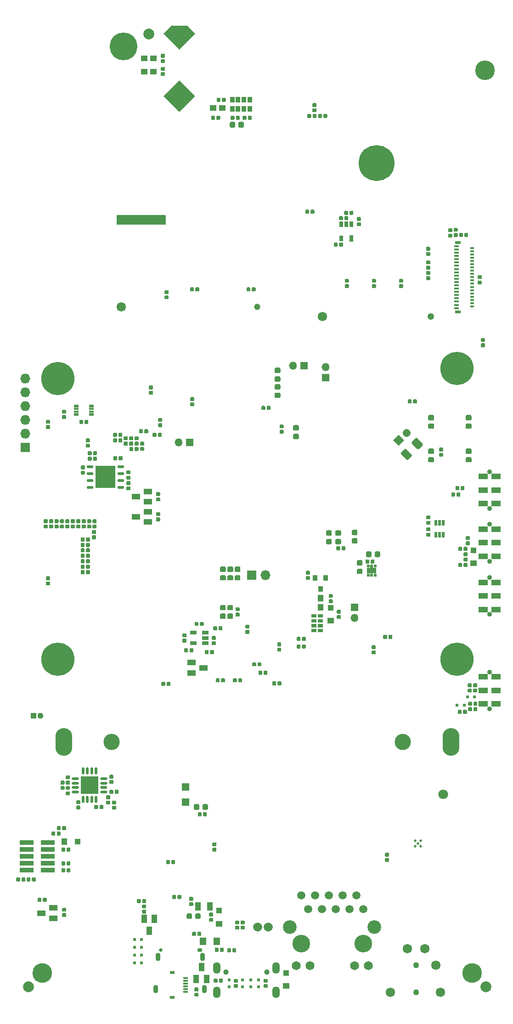
<source format=gbr>
%TF.GenerationSoftware,KiCad,Pcbnew,(5.99.0-459-gf0c386f5d-dirty)*%
%TF.CreationDate,2019-12-04T11:21:01+01:00*%
%TF.ProjectId,dvk-mx8m-bsb,64766b2d-6d78-4386-9d2d-6273622e6b69,v1.0.0*%
%TF.SameCoordinates,Original*%
%TF.FileFunction,Soldermask,Bot*%
%TF.FilePolarity,Negative*%
%FSLAX46Y46*%
G04 Gerber Fmt 4.6, Leading zero omitted, Abs format (unit mm)*
G04 Created by KiCad (PCBNEW (5.99.0-459-gf0c386f5d-dirty)) date 2019-12-04 11:21:01*
%MOMM*%
%LPD*%
G04 APERTURE LIST*
%ADD10C,0.150000*%
%ADD11C,0.480000*%
%ADD12C,1.720000*%
%ADD13C,1.220000*%
%ADD14C,1.800002*%
%ADD15C,3.000002*%
%ADD16O,3.120000X5.120000*%
%ADD17R,0.920000X0.520000*%
%ADD18R,0.920000X0.420000*%
%ADD19C,2.000000*%
%ADD20R,0.845000X1.020000*%
%ADD21R,0.870000X0.520000*%
%ADD22R,0.870000X0.420000*%
%ADD23R,1.790000X1.020000*%
%ADD24R,0.490000X1.620000*%
%ADD25R,0.490000X0.570000*%
%ADD26C,0.420000*%
%ADD27C,6.120000*%
%ADD28C,1.100002*%
%ADD29C,3.620000*%
%ADD30C,1.000002*%
%ADD31O,1.370000X2.120000*%
%ADD32O,0.920000X1.520000*%
%ADD33O,0.950002X0.650002*%
%ADD34C,0.650002*%
%ADD35C,0.900002*%
%ADD36R,1.720000X1.120000*%
%ADD37C,1.170000*%
%ADD38R,1.520000X1.120000*%
%ADD39O,1.470000X1.470000*%
%ADD40R,1.470000X1.470000*%
%ADD41R,1.120000X1.520000*%
%ADD42R,0.780000X1.120000*%
%ADD43R,0.770000X1.180000*%
%ADD44R,0.770000X0.420000*%
%ADD45R,1.070000X0.520000*%
%ADD46C,1.470000*%
%ADD47R,1.220000X1.370000*%
%ADD48C,0.400000*%
%ADD49R,3.200000X3.200000*%
%ADD50O,0.470000X1.350000*%
%ADD51O,1.350000X0.470000*%
%ADD52O,1.300000X0.470000*%
%ADD53R,0.570000X0.570000*%
%ADD54O,1.220000X0.570000*%
%ADD55R,1.857500X1.138750*%
%ADD56C,5.120000*%
%ADD57O,1.820000X1.820000*%
%ADD58R,1.820000X1.820000*%
%ADD59C,1.670000*%
%ADD60C,1.520000*%
%ADD61C,2.520000*%
%ADD62C,1.650000*%
%ADD63C,3.260002*%
%ADD64C,6.620000*%
%ADD65R,1.020000X1.020000*%
%ADD66R,1.020000X1.220000*%
%ADD67R,1.220000X1.020000*%
%ADD68R,0.600000X0.520000*%
%ADD69R,1.400000X1.400000*%
%ADD70R,0.520000X0.600000*%
%ADD71R,1.120000X1.620000*%
%ADD72R,1.120000X1.220000*%
%ADD73R,1.220000X1.120000*%
%ADD74C,1.120000*%
%ADD75R,1.120000X1.120000*%
%ADD76R,1.200000X0.790000*%
%ADD77R,0.920000X1.020000*%
%ADD78R,2.520000X0.860000*%
%ADD79R,0.500000X1.000000*%
G04 APERTURE END LIST*
D10*
G36*
X88025000Y-95075000D02*
G01*
X79125000Y-95075000D01*
X79125000Y-93475000D01*
X88025000Y-93475000D01*
X88025000Y-95075000D01*
G37*
X88025000Y-95075000D02*
X79125000Y-95075000D01*
X79125000Y-93475000D01*
X88025000Y-93475000D01*
X88025000Y-95075000D01*
D11*
%TO.C,U1601*%
X134600000Y-209200000D03*
X134100000Y-208700000D03*
X135100000Y-208700000D03*
X135100000Y-209700000D03*
X134100000Y-209700000D03*
%TD*%
D12*
%TO.C,J1803*%
X117000000Y-112115000D03*
D13*
X137000000Y-112115000D03*
%TD*%
D14*
%TO.C,BT301*%
X139250000Y-200200000D03*
D15*
X78150000Y-190500000D03*
X131850000Y-190500000D03*
D16*
X140700000Y-190500000D03*
X69300000Y-190500000D03*
%TD*%
D17*
%TO.C,J1201*%
X89300000Y-233050000D03*
X89300000Y-237550000D03*
D18*
X91800000Y-236550000D03*
X91800000Y-236050000D03*
X91800000Y-235550000D03*
X91800000Y-235050000D03*
X91800000Y-234550000D03*
X91800000Y-234050000D03*
%TD*%
D19*
%TO.C,FID101*%
X85000000Y-60000000D03*
%TD*%
%TO.C,FID103*%
X147150000Y-235650000D03*
%TD*%
%TO.C,FID102*%
X62850000Y-235650000D03*
%TD*%
D20*
%TO.C,U2001*%
X103612500Y-73846000D03*
X102537500Y-73846000D03*
X100387500Y-73846000D03*
X101462500Y-73846000D03*
X101462500Y-72146000D03*
X100387500Y-72146000D03*
X102537500Y-72146000D03*
X103612500Y-72146000D03*
%TD*%
D21*
%TO.C,U701*%
X74400000Y-130175000D03*
D22*
X74400000Y-129650000D03*
X74400000Y-129150000D03*
D21*
X74400000Y-128625000D03*
X71650000Y-128625000D03*
D22*
X71650000Y-129150000D03*
X71650000Y-129650000D03*
D21*
X71650000Y-130175000D03*
%TD*%
D23*
%TO.C,U405*%
X126097000Y-158926000D03*
D24*
X126097000Y-158626000D03*
D25*
X125447000Y-158101000D03*
X126097000Y-159751000D03*
X126747000Y-158101000D03*
X126747000Y-159751000D03*
X125447000Y-159751000D03*
D26*
X126097000Y-158926000D03*
%TD*%
%TO.C,LS1601*%
G36*
X90615146Y-60039987D02*
G01*
X89080934Y-58505773D01*
X92199066Y-58505773D01*
X90664854Y-60039987D01*
X90615146Y-60039987D01*
G37*
G36*
X92139066Y-61394200D02*
G01*
X90640000Y-62893266D01*
X89140934Y-61394200D01*
X90640000Y-59895134D01*
X92139066Y-61394200D01*
G37*
G36*
X93553266Y-59980000D02*
G01*
X92054200Y-61479066D01*
X90555134Y-59980000D01*
X92054200Y-58480934D01*
X93553266Y-59980000D01*
G37*
G36*
X87753617Y-71484471D02*
G01*
X87769146Y-71457574D01*
X90597574Y-68629146D01*
X90655529Y-68613617D01*
X90682426Y-68629146D01*
X93510854Y-71457574D01*
X93526383Y-71515529D01*
X93510854Y-71542426D01*
X90682426Y-74370854D01*
X90624471Y-74386383D01*
X90597574Y-74370854D01*
X87769146Y-71542426D01*
X87753617Y-71484471D01*
G37*
G36*
X90724852Y-59980000D02*
G01*
X89225786Y-61479066D01*
X87726720Y-59980000D01*
X89225786Y-58480934D01*
X90724852Y-59980000D01*
G37*
%TD*%
D27*
%TO.C,MOD101*%
X68200000Y-123500000D03*
X68200000Y-175300000D03*
X141800000Y-121700000D03*
X141800000Y-175300000D03*
%TD*%
D12*
%TO.C,J1601*%
X132700000Y-228575000D03*
X135900000Y-228575000D03*
X137900000Y-231675000D03*
X138800000Y-236675000D03*
X129500000Y-236675000D03*
D28*
X134300000Y-231675000D03*
X134300000Y-236675000D03*
%TD*%
D29*
%TO.C,MNT102*%
X147000000Y-66750000D03*
%TD*%
%TO.C,MNT101*%
X65400000Y-233100000D03*
%TD*%
%TO.C,MNT103*%
X144600000Y-233100000D03*
%TD*%
D30*
%TO.C,J1901*%
X106750000Y-232925000D03*
X99250000Y-232925000D03*
D31*
X97575000Y-236625000D03*
X108425000Y-236625000D03*
X108425000Y-232125000D03*
X97575000Y-232125000D03*
%TD*%
D32*
%TO.C,J201*%
X95290000Y-236100000D03*
X86670000Y-230150000D03*
X86310000Y-236100000D03*
X94930000Y-230150000D03*
D33*
X94400000Y-228900000D03*
D34*
X87200000Y-228900000D03*
%TD*%
D35*
%TO.C,SW501*%
X147845000Y-184400000D03*
X147845000Y-177600000D03*
D36*
X146645000Y-183500000D03*
X146645000Y-181000000D03*
X146645000Y-178500000D03*
X149045000Y-183500000D03*
X149045000Y-181000000D03*
X149045000Y-178500000D03*
%TD*%
D35*
%TO.C,SW1301*%
X147845000Y-167000000D03*
X147845000Y-160200000D03*
D36*
X146645000Y-166100000D03*
X146645000Y-163600000D03*
X146645000Y-161100000D03*
X149045000Y-166100000D03*
X149045000Y-163600000D03*
X149045000Y-161100000D03*
%TD*%
D35*
%TO.C,SW1501*%
X147845000Y-157200000D03*
X147845000Y-150400000D03*
D36*
X146645000Y-156300000D03*
X146645000Y-153800000D03*
X146645000Y-151300000D03*
X149045000Y-156300000D03*
X149045000Y-153800000D03*
X149045000Y-151300000D03*
%TD*%
D35*
%TO.C,SW1801*%
X147845000Y-147500000D03*
X147845000Y-140700000D03*
D36*
X146645000Y-146600000D03*
X146645000Y-144100000D03*
X146645000Y-141600000D03*
X149045000Y-146600000D03*
X149045000Y-144100000D03*
X149045000Y-141600000D03*
%TD*%
D12*
%TO.C,J1502*%
X79950000Y-110350000D03*
D37*
X104950000Y-110350000D03*
%TD*%
D38*
%TO.C,Q1201*%
X65200000Y-222050000D03*
X67400000Y-223000000D03*
X67400000Y-221100000D03*
%TD*%
%TO.C,C421*%
G36*
X126770426Y-105173511D02*
G01*
X126828011Y-105211989D01*
X126866489Y-105269574D01*
X126880000Y-105337500D01*
X126880000Y-105692500D01*
X126866489Y-105760426D01*
X126828011Y-105818011D01*
X126770426Y-105856489D01*
X126702500Y-105870000D01*
X126297500Y-105870000D01*
X126229574Y-105856489D01*
X126171989Y-105818011D01*
X126133511Y-105760426D01*
X126120000Y-105692500D01*
X126120000Y-105337500D01*
X126133511Y-105269574D01*
X126171989Y-105211989D01*
X126229574Y-105173511D01*
X126297500Y-105160000D01*
X126702500Y-105160000D01*
X126770426Y-105173511D01*
G37*
G36*
X126770426Y-106143511D02*
G01*
X126828011Y-106181989D01*
X126866489Y-106239574D01*
X126880000Y-106307500D01*
X126880000Y-106662500D01*
X126866489Y-106730426D01*
X126828011Y-106788011D01*
X126770426Y-106826489D01*
X126702500Y-106840000D01*
X126297500Y-106840000D01*
X126229574Y-106826489D01*
X126171989Y-106788011D01*
X126133511Y-106730426D01*
X126120000Y-106662500D01*
X126120000Y-106307500D01*
X126133511Y-106239574D01*
X126171989Y-106181989D01*
X126229574Y-106143511D01*
X126297500Y-106130000D01*
X126702500Y-106130000D01*
X126770426Y-106143511D01*
G37*
%TD*%
%TO.C,C404*%
G36*
X87389426Y-131775511D02*
G01*
X87447011Y-131813989D01*
X87485489Y-131871574D01*
X87499000Y-131939500D01*
X87499000Y-132294500D01*
X87485489Y-132362426D01*
X87447011Y-132420011D01*
X87389426Y-132458489D01*
X87321500Y-132472000D01*
X86916500Y-132472000D01*
X86848574Y-132458489D01*
X86790989Y-132420011D01*
X86752511Y-132362426D01*
X86739000Y-132294500D01*
X86739000Y-131939500D01*
X86752511Y-131871574D01*
X86790989Y-131813989D01*
X86848574Y-131775511D01*
X86916500Y-131762000D01*
X87321500Y-131762000D01*
X87389426Y-131775511D01*
G37*
G36*
X87389426Y-130805511D02*
G01*
X87447011Y-130843989D01*
X87485489Y-130901574D01*
X87499000Y-130969500D01*
X87499000Y-131324500D01*
X87485489Y-131392426D01*
X87447011Y-131450011D01*
X87389426Y-131488489D01*
X87321500Y-131502000D01*
X86916500Y-131502000D01*
X86848574Y-131488489D01*
X86790989Y-131450011D01*
X86752511Y-131392426D01*
X86739000Y-131324500D01*
X86739000Y-130969500D01*
X86752511Y-130901574D01*
X86790989Y-130843989D01*
X86848574Y-130805511D01*
X86916500Y-130792000D01*
X87321500Y-130792000D01*
X87389426Y-130805511D01*
G37*
%TD*%
%TO.C,C402*%
G36*
X90885426Y-218693511D02*
G01*
X90943011Y-218731989D01*
X90981489Y-218789574D01*
X90995000Y-218857500D01*
X90995000Y-219262500D01*
X90981489Y-219330426D01*
X90943011Y-219388011D01*
X90885426Y-219426489D01*
X90817500Y-219440000D01*
X90462500Y-219440000D01*
X90394574Y-219426489D01*
X90336989Y-219388011D01*
X90298511Y-219330426D01*
X90285000Y-219262500D01*
X90285000Y-218857500D01*
X90298511Y-218789574D01*
X90336989Y-218731989D01*
X90394574Y-218693511D01*
X90462500Y-218680000D01*
X90817500Y-218680000D01*
X90885426Y-218693511D01*
G37*
G36*
X89915426Y-218693511D02*
G01*
X89973011Y-218731989D01*
X90011489Y-218789574D01*
X90025000Y-218857500D01*
X90025000Y-219262500D01*
X90011489Y-219330426D01*
X89973011Y-219388011D01*
X89915426Y-219426489D01*
X89847500Y-219440000D01*
X89492500Y-219440000D01*
X89424574Y-219426489D01*
X89366989Y-219388011D01*
X89328511Y-219330426D01*
X89315000Y-219262500D01*
X89315000Y-218857500D01*
X89328511Y-218789574D01*
X89366989Y-218731989D01*
X89424574Y-218693511D01*
X89492500Y-218680000D01*
X89847500Y-218680000D01*
X89915426Y-218693511D01*
G37*
%TD*%
%TO.C,C431*%
G36*
X89750426Y-212268511D02*
G01*
X89808011Y-212306989D01*
X89846489Y-212364574D01*
X89860000Y-212432500D01*
X89860000Y-212837500D01*
X89846489Y-212905426D01*
X89808011Y-212963011D01*
X89750426Y-213001489D01*
X89682500Y-213015000D01*
X89327500Y-213015000D01*
X89259574Y-213001489D01*
X89201989Y-212963011D01*
X89163511Y-212905426D01*
X89150000Y-212837500D01*
X89150000Y-212432500D01*
X89163511Y-212364574D01*
X89201989Y-212306989D01*
X89259574Y-212268511D01*
X89327500Y-212255000D01*
X89682500Y-212255000D01*
X89750426Y-212268511D01*
G37*
G36*
X88780426Y-212268511D02*
G01*
X88838011Y-212306989D01*
X88876489Y-212364574D01*
X88890000Y-212432500D01*
X88890000Y-212837500D01*
X88876489Y-212905426D01*
X88838011Y-212963011D01*
X88780426Y-213001489D01*
X88712500Y-213015000D01*
X88357500Y-213015000D01*
X88289574Y-213001489D01*
X88231989Y-212963011D01*
X88193511Y-212905426D01*
X88180000Y-212837500D01*
X88180000Y-212432500D01*
X88193511Y-212364574D01*
X88231989Y-212306989D01*
X88289574Y-212268511D01*
X88357500Y-212255000D01*
X88712500Y-212255000D01*
X88780426Y-212268511D01*
G37*
%TD*%
%TO.C,C429*%
G36*
X103610426Y-106733511D02*
G01*
X103668011Y-106771989D01*
X103706489Y-106829574D01*
X103720000Y-106897500D01*
X103720000Y-107302500D01*
X103706489Y-107370426D01*
X103668011Y-107428011D01*
X103610426Y-107466489D01*
X103542500Y-107480000D01*
X103187500Y-107480000D01*
X103119574Y-107466489D01*
X103061989Y-107428011D01*
X103023511Y-107370426D01*
X103010000Y-107302500D01*
X103010000Y-106897500D01*
X103023511Y-106829574D01*
X103061989Y-106771989D01*
X103119574Y-106733511D01*
X103187500Y-106720000D01*
X103542500Y-106720000D01*
X103610426Y-106733511D01*
G37*
G36*
X104580426Y-106733511D02*
G01*
X104638011Y-106771989D01*
X104676489Y-106829574D01*
X104690000Y-106897500D01*
X104690000Y-107302500D01*
X104676489Y-107370426D01*
X104638011Y-107428011D01*
X104580426Y-107466489D01*
X104512500Y-107480000D01*
X104157500Y-107480000D01*
X104089574Y-107466489D01*
X104031989Y-107428011D01*
X103993511Y-107370426D01*
X103980000Y-107302500D01*
X103980000Y-106897500D01*
X103993511Y-106829574D01*
X104031989Y-106771989D01*
X104089574Y-106733511D01*
X104157500Y-106720000D01*
X104512500Y-106720000D01*
X104580426Y-106733511D01*
G37*
%TD*%
%TO.C,C424*%
G36*
X126720426Y-173668511D02*
G01*
X126778011Y-173706989D01*
X126816489Y-173764574D01*
X126830000Y-173832500D01*
X126830000Y-174187500D01*
X126816489Y-174255426D01*
X126778011Y-174313011D01*
X126720426Y-174351489D01*
X126652500Y-174365000D01*
X126247500Y-174365000D01*
X126179574Y-174351489D01*
X126121989Y-174313011D01*
X126083511Y-174255426D01*
X126070000Y-174187500D01*
X126070000Y-173832500D01*
X126083511Y-173764574D01*
X126121989Y-173706989D01*
X126179574Y-173668511D01*
X126247500Y-173655000D01*
X126652500Y-173655000D01*
X126720426Y-173668511D01*
G37*
G36*
X126720426Y-172698511D02*
G01*
X126778011Y-172736989D01*
X126816489Y-172794574D01*
X126830000Y-172862500D01*
X126830000Y-173217500D01*
X126816489Y-173285426D01*
X126778011Y-173343011D01*
X126720426Y-173381489D01*
X126652500Y-173395000D01*
X126247500Y-173395000D01*
X126179574Y-173381489D01*
X126121989Y-173343011D01*
X126083511Y-173285426D01*
X126070000Y-173217500D01*
X126070000Y-172862500D01*
X126083511Y-172794574D01*
X126121989Y-172736989D01*
X126179574Y-172698511D01*
X126247500Y-172685000D01*
X126652500Y-172685000D01*
X126720426Y-172698511D01*
G37*
%TD*%
%TO.C,C430*%
G36*
X93270426Y-127943511D02*
G01*
X93328011Y-127981989D01*
X93366489Y-128039574D01*
X93380000Y-128107500D01*
X93380000Y-128462500D01*
X93366489Y-128530426D01*
X93328011Y-128588011D01*
X93270426Y-128626489D01*
X93202500Y-128640000D01*
X92797500Y-128640000D01*
X92729574Y-128626489D01*
X92671989Y-128588011D01*
X92633511Y-128530426D01*
X92620000Y-128462500D01*
X92620000Y-128107500D01*
X92633511Y-128039574D01*
X92671989Y-127981989D01*
X92729574Y-127943511D01*
X92797500Y-127930000D01*
X93202500Y-127930000D01*
X93270426Y-127943511D01*
G37*
G36*
X93270426Y-126973511D02*
G01*
X93328011Y-127011989D01*
X93366489Y-127069574D01*
X93380000Y-127137500D01*
X93380000Y-127492500D01*
X93366489Y-127560426D01*
X93328011Y-127618011D01*
X93270426Y-127656489D01*
X93202500Y-127670000D01*
X92797500Y-127670000D01*
X92729574Y-127656489D01*
X92671989Y-127618011D01*
X92633511Y-127560426D01*
X92620000Y-127492500D01*
X92620000Y-127137500D01*
X92633511Y-127069574D01*
X92671989Y-127011989D01*
X92729574Y-126973511D01*
X92797500Y-126960000D01*
X93202500Y-126960000D01*
X93270426Y-126973511D01*
G37*
%TD*%
%TO.C,C425*%
G36*
X121770426Y-105173511D02*
G01*
X121828011Y-105211989D01*
X121866489Y-105269574D01*
X121880000Y-105337500D01*
X121880000Y-105692500D01*
X121866489Y-105760426D01*
X121828011Y-105818011D01*
X121770426Y-105856489D01*
X121702500Y-105870000D01*
X121297500Y-105870000D01*
X121229574Y-105856489D01*
X121171989Y-105818011D01*
X121133511Y-105760426D01*
X121120000Y-105692500D01*
X121120000Y-105337500D01*
X121133511Y-105269574D01*
X121171989Y-105211989D01*
X121229574Y-105173511D01*
X121297500Y-105160000D01*
X121702500Y-105160000D01*
X121770426Y-105173511D01*
G37*
G36*
X121770426Y-106143511D02*
G01*
X121828011Y-106181989D01*
X121866489Y-106239574D01*
X121880000Y-106307500D01*
X121880000Y-106662500D01*
X121866489Y-106730426D01*
X121828011Y-106788011D01*
X121770426Y-106826489D01*
X121702500Y-106840000D01*
X121297500Y-106840000D01*
X121229574Y-106826489D01*
X121171989Y-106788011D01*
X121133511Y-106730426D01*
X121120000Y-106662500D01*
X121120000Y-106307500D01*
X121133511Y-106239574D01*
X121171989Y-106181989D01*
X121229574Y-106143511D01*
X121297500Y-106130000D01*
X121702500Y-106130000D01*
X121770426Y-106143511D01*
G37*
%TD*%
%TO.C,C420*%
G36*
X74020426Y-134573511D02*
G01*
X74078011Y-134611989D01*
X74116489Y-134669574D01*
X74130000Y-134737500D01*
X74130000Y-135092500D01*
X74116489Y-135160426D01*
X74078011Y-135218011D01*
X74020426Y-135256489D01*
X73952500Y-135270000D01*
X73547500Y-135270000D01*
X73479574Y-135256489D01*
X73421989Y-135218011D01*
X73383511Y-135160426D01*
X73370000Y-135092500D01*
X73370000Y-134737500D01*
X73383511Y-134669574D01*
X73421989Y-134611989D01*
X73479574Y-134573511D01*
X73547500Y-134560000D01*
X73952500Y-134560000D01*
X74020426Y-134573511D01*
G37*
G36*
X74020426Y-135543511D02*
G01*
X74078011Y-135581989D01*
X74116489Y-135639574D01*
X74130000Y-135707500D01*
X74130000Y-136062500D01*
X74116489Y-136130426D01*
X74078011Y-136188011D01*
X74020426Y-136226489D01*
X73952500Y-136240000D01*
X73547500Y-136240000D01*
X73479574Y-136226489D01*
X73421989Y-136188011D01*
X73383511Y-136130426D01*
X73370000Y-136062500D01*
X73370000Y-135707500D01*
X73383511Y-135639574D01*
X73421989Y-135581989D01*
X73479574Y-135543511D01*
X73547500Y-135530000D01*
X73952500Y-135530000D01*
X74020426Y-135543511D01*
G37*
%TD*%
%TO.C,C413*%
G36*
X85670426Y-124838511D02*
G01*
X85728011Y-124876989D01*
X85766489Y-124934574D01*
X85780000Y-125002500D01*
X85780000Y-125357500D01*
X85766489Y-125425426D01*
X85728011Y-125483011D01*
X85670426Y-125521489D01*
X85602500Y-125535000D01*
X85197500Y-125535000D01*
X85129574Y-125521489D01*
X85071989Y-125483011D01*
X85033511Y-125425426D01*
X85020000Y-125357500D01*
X85020000Y-125002500D01*
X85033511Y-124934574D01*
X85071989Y-124876989D01*
X85129574Y-124838511D01*
X85197500Y-124825000D01*
X85602500Y-124825000D01*
X85670426Y-124838511D01*
G37*
G36*
X85670426Y-125808511D02*
G01*
X85728011Y-125846989D01*
X85766489Y-125904574D01*
X85780000Y-125972500D01*
X85780000Y-126327500D01*
X85766489Y-126395426D01*
X85728011Y-126453011D01*
X85670426Y-126491489D01*
X85602500Y-126505000D01*
X85197500Y-126505000D01*
X85129574Y-126491489D01*
X85071989Y-126453011D01*
X85033511Y-126395426D01*
X85020000Y-126327500D01*
X85020000Y-125972500D01*
X85033511Y-125904574D01*
X85071989Y-125846989D01*
X85129574Y-125808511D01*
X85197500Y-125795000D01*
X85602500Y-125795000D01*
X85670426Y-125808511D01*
G37*
%TD*%
%TO.C,C433*%
G36*
X97370426Y-209038511D02*
G01*
X97428011Y-209076989D01*
X97466489Y-209134574D01*
X97480000Y-209202500D01*
X97480000Y-209557500D01*
X97466489Y-209625426D01*
X97428011Y-209683011D01*
X97370426Y-209721489D01*
X97302500Y-209735000D01*
X96897500Y-209735000D01*
X96829574Y-209721489D01*
X96771989Y-209683011D01*
X96733511Y-209625426D01*
X96720000Y-209557500D01*
X96720000Y-209202500D01*
X96733511Y-209134574D01*
X96771989Y-209076989D01*
X96829574Y-209038511D01*
X96897500Y-209025000D01*
X97302500Y-209025000D01*
X97370426Y-209038511D01*
G37*
G36*
X97370426Y-210008511D02*
G01*
X97428011Y-210046989D01*
X97466489Y-210104574D01*
X97480000Y-210172500D01*
X97480000Y-210527500D01*
X97466489Y-210595426D01*
X97428011Y-210653011D01*
X97370426Y-210691489D01*
X97302500Y-210705000D01*
X96897500Y-210705000D01*
X96829574Y-210691489D01*
X96771989Y-210653011D01*
X96733511Y-210595426D01*
X96720000Y-210527500D01*
X96720000Y-210172500D01*
X96733511Y-210104574D01*
X96771989Y-210046989D01*
X96829574Y-210008511D01*
X96897500Y-209995000D01*
X97302500Y-209995000D01*
X97370426Y-210008511D01*
G37*
%TD*%
%TO.C,C422*%
G36*
X136770426Y-100243511D02*
G01*
X136828011Y-100281989D01*
X136866489Y-100339574D01*
X136880000Y-100407500D01*
X136880000Y-100762500D01*
X136866489Y-100830426D01*
X136828011Y-100888011D01*
X136770426Y-100926489D01*
X136702500Y-100940000D01*
X136297500Y-100940000D01*
X136229574Y-100926489D01*
X136171989Y-100888011D01*
X136133511Y-100830426D01*
X136120000Y-100762500D01*
X136120000Y-100407500D01*
X136133511Y-100339574D01*
X136171989Y-100281989D01*
X136229574Y-100243511D01*
X136297500Y-100230000D01*
X136702500Y-100230000D01*
X136770426Y-100243511D01*
G37*
G36*
X136770426Y-99273511D02*
G01*
X136828011Y-99311989D01*
X136866489Y-99369574D01*
X136880000Y-99437500D01*
X136880000Y-99792500D01*
X136866489Y-99860426D01*
X136828011Y-99918011D01*
X136770426Y-99956489D01*
X136702500Y-99970000D01*
X136297500Y-99970000D01*
X136229574Y-99956489D01*
X136171989Y-99918011D01*
X136133511Y-99860426D01*
X136120000Y-99792500D01*
X136120000Y-99437500D01*
X136133511Y-99369574D01*
X136171989Y-99311989D01*
X136229574Y-99273511D01*
X136297500Y-99260000D01*
X136702500Y-99260000D01*
X136770426Y-99273511D01*
G37*
%TD*%
%TO.C,C403*%
G36*
X98065426Y-75083511D02*
G01*
X98123011Y-75121989D01*
X98161489Y-75179574D01*
X98175000Y-75247500D01*
X98175000Y-75652500D01*
X98161489Y-75720426D01*
X98123011Y-75778011D01*
X98065426Y-75816489D01*
X97997500Y-75830000D01*
X97642500Y-75830000D01*
X97574574Y-75816489D01*
X97516989Y-75778011D01*
X97478511Y-75720426D01*
X97465000Y-75652500D01*
X97465000Y-75247500D01*
X97478511Y-75179574D01*
X97516989Y-75121989D01*
X97574574Y-75083511D01*
X97642500Y-75070000D01*
X97997500Y-75070000D01*
X98065426Y-75083511D01*
G37*
G36*
X97095426Y-75083511D02*
G01*
X97153011Y-75121989D01*
X97191489Y-75179574D01*
X97205000Y-75247500D01*
X97205000Y-75652500D01*
X97191489Y-75720426D01*
X97153011Y-75778011D01*
X97095426Y-75816489D01*
X97027500Y-75830000D01*
X96672500Y-75830000D01*
X96604574Y-75816489D01*
X96546989Y-75778011D01*
X96508511Y-75720426D01*
X96495000Y-75652500D01*
X96495000Y-75247500D01*
X96508511Y-75179574D01*
X96546989Y-75121989D01*
X96604574Y-75083511D01*
X96672500Y-75070000D01*
X97027500Y-75070000D01*
X97095426Y-75083511D01*
G37*
%TD*%
%TO.C,C415*%
G36*
X136770426Y-104690025D02*
G01*
X136828011Y-104728503D01*
X136866489Y-104786088D01*
X136880000Y-104854014D01*
X136880000Y-105209014D01*
X136866489Y-105276940D01*
X136828011Y-105334525D01*
X136770426Y-105373003D01*
X136702500Y-105386514D01*
X136297500Y-105386514D01*
X136229574Y-105373003D01*
X136171989Y-105334525D01*
X136133511Y-105276940D01*
X136120000Y-105209014D01*
X136120000Y-104854014D01*
X136133511Y-104786088D01*
X136171989Y-104728503D01*
X136229574Y-104690025D01*
X136297500Y-104676514D01*
X136702500Y-104676514D01*
X136770426Y-104690025D01*
G37*
G36*
X136770426Y-103720025D02*
G01*
X136828011Y-103758503D01*
X136866489Y-103816088D01*
X136880000Y-103884014D01*
X136880000Y-104239014D01*
X136866489Y-104306940D01*
X136828011Y-104364525D01*
X136770426Y-104403003D01*
X136702500Y-104416514D01*
X136297500Y-104416514D01*
X136229574Y-104403003D01*
X136171989Y-104364525D01*
X136133511Y-104306940D01*
X136120000Y-104239014D01*
X136120000Y-103884014D01*
X136133511Y-103816088D01*
X136171989Y-103758503D01*
X136229574Y-103720025D01*
X136297500Y-103706514D01*
X136702500Y-103706514D01*
X136770426Y-103720025D01*
G37*
%TD*%
%TO.C,C435*%
G36*
X88570426Y-107261431D02*
G01*
X88628011Y-107299909D01*
X88666489Y-107357494D01*
X88680000Y-107425420D01*
X88680000Y-107780420D01*
X88666489Y-107848346D01*
X88628011Y-107905931D01*
X88570426Y-107944409D01*
X88502500Y-107957920D01*
X88097500Y-107957920D01*
X88029574Y-107944409D01*
X87971989Y-107905931D01*
X87933511Y-107848346D01*
X87920000Y-107780420D01*
X87920000Y-107425420D01*
X87933511Y-107357494D01*
X87971989Y-107299909D01*
X88029574Y-107261431D01*
X88097500Y-107247920D01*
X88502500Y-107247920D01*
X88570426Y-107261431D01*
G37*
G36*
X88570426Y-108231431D02*
G01*
X88628011Y-108269909D01*
X88666489Y-108327494D01*
X88680000Y-108395420D01*
X88680000Y-108750420D01*
X88666489Y-108818346D01*
X88628011Y-108875931D01*
X88570426Y-108914409D01*
X88502500Y-108927920D01*
X88097500Y-108927920D01*
X88029574Y-108914409D01*
X87971989Y-108875931D01*
X87933511Y-108818346D01*
X87920000Y-108750420D01*
X87920000Y-108395420D01*
X87933511Y-108327494D01*
X87971989Y-108269909D01*
X88029574Y-108231431D01*
X88097500Y-108217920D01*
X88502500Y-108217920D01*
X88570426Y-108231431D01*
G37*
%TD*%
%TO.C,C419*%
G36*
X136770426Y-102760025D02*
G01*
X136828011Y-102798503D01*
X136866489Y-102856088D01*
X136880000Y-102924014D01*
X136880000Y-103279014D01*
X136866489Y-103346940D01*
X136828011Y-103404525D01*
X136770426Y-103443003D01*
X136702500Y-103456514D01*
X136297500Y-103456514D01*
X136229574Y-103443003D01*
X136171989Y-103404525D01*
X136133511Y-103346940D01*
X136120000Y-103279014D01*
X136120000Y-102924014D01*
X136133511Y-102856088D01*
X136171989Y-102798503D01*
X136229574Y-102760025D01*
X136297500Y-102746514D01*
X136702500Y-102746514D01*
X136770426Y-102760025D01*
G37*
G36*
X136770426Y-101790025D02*
G01*
X136828011Y-101828503D01*
X136866489Y-101886088D01*
X136880000Y-101954014D01*
X136880000Y-102309014D01*
X136866489Y-102376940D01*
X136828011Y-102434525D01*
X136770426Y-102473003D01*
X136702500Y-102486514D01*
X136297500Y-102486514D01*
X136229574Y-102473003D01*
X136171989Y-102434525D01*
X136133511Y-102376940D01*
X136120000Y-102309014D01*
X136120000Y-101954014D01*
X136133511Y-101886088D01*
X136171989Y-101828503D01*
X136229574Y-101790025D01*
X136297500Y-101776514D01*
X136702500Y-101776514D01*
X136770426Y-101790025D01*
G37*
%TD*%
%TO.C,C438*%
G36*
X146870426Y-117043511D02*
G01*
X146928011Y-117081989D01*
X146966489Y-117139574D01*
X146980000Y-117207500D01*
X146980000Y-117562500D01*
X146966489Y-117630426D01*
X146928011Y-117688011D01*
X146870426Y-117726489D01*
X146802500Y-117740000D01*
X146397500Y-117740000D01*
X146329574Y-117726489D01*
X146271989Y-117688011D01*
X146233511Y-117630426D01*
X146220000Y-117562500D01*
X146220000Y-117207500D01*
X146233511Y-117139574D01*
X146271989Y-117081989D01*
X146329574Y-117043511D01*
X146397500Y-117030000D01*
X146802500Y-117030000D01*
X146870426Y-117043511D01*
G37*
G36*
X146870426Y-116073511D02*
G01*
X146928011Y-116111989D01*
X146966489Y-116169574D01*
X146980000Y-116237500D01*
X146980000Y-116592500D01*
X146966489Y-116660426D01*
X146928011Y-116718011D01*
X146870426Y-116756489D01*
X146802500Y-116770000D01*
X146397500Y-116770000D01*
X146329574Y-116756489D01*
X146271989Y-116718011D01*
X146233511Y-116660426D01*
X146220000Y-116592500D01*
X146220000Y-116237500D01*
X146233511Y-116169574D01*
X146271989Y-116111989D01*
X146329574Y-116073511D01*
X146397500Y-116060000D01*
X146802500Y-116060000D01*
X146870426Y-116073511D01*
G37*
%TD*%
%TO.C,C401*%
G36*
X87925426Y-179433511D02*
G01*
X87983011Y-179471989D01*
X88021489Y-179529574D01*
X88035000Y-179597500D01*
X88035000Y-180002500D01*
X88021489Y-180070426D01*
X87983011Y-180128011D01*
X87925426Y-180166489D01*
X87857500Y-180180000D01*
X87502500Y-180180000D01*
X87434574Y-180166489D01*
X87376989Y-180128011D01*
X87338511Y-180070426D01*
X87325000Y-180002500D01*
X87325000Y-179597500D01*
X87338511Y-179529574D01*
X87376989Y-179471989D01*
X87434574Y-179433511D01*
X87502500Y-179420000D01*
X87857500Y-179420000D01*
X87925426Y-179433511D01*
G37*
G36*
X88895426Y-179433511D02*
G01*
X88953011Y-179471989D01*
X88991489Y-179529574D01*
X89005000Y-179597500D01*
X89005000Y-180002500D01*
X88991489Y-180070426D01*
X88953011Y-180128011D01*
X88895426Y-180166489D01*
X88827500Y-180180000D01*
X88472500Y-180180000D01*
X88404574Y-180166489D01*
X88346989Y-180128011D01*
X88308511Y-180070426D01*
X88295000Y-180002500D01*
X88295000Y-179597500D01*
X88308511Y-179529574D01*
X88346989Y-179471989D01*
X88404574Y-179433511D01*
X88472500Y-179420000D01*
X88827500Y-179420000D01*
X88895426Y-179433511D01*
G37*
%TD*%
%TO.C,C411*%
G36*
X129195426Y-211912011D02*
G01*
X129253011Y-211950489D01*
X129291489Y-212008074D01*
X129305000Y-212076000D01*
X129305000Y-212431000D01*
X129291489Y-212498926D01*
X129253011Y-212556511D01*
X129195426Y-212594989D01*
X129127500Y-212608500D01*
X128722500Y-212608500D01*
X128654574Y-212594989D01*
X128596989Y-212556511D01*
X128558511Y-212498926D01*
X128545000Y-212431000D01*
X128545000Y-212076000D01*
X128558511Y-212008074D01*
X128596989Y-211950489D01*
X128654574Y-211912011D01*
X128722500Y-211898500D01*
X129127500Y-211898500D01*
X129195426Y-211912011D01*
G37*
G36*
X129195426Y-210942011D02*
G01*
X129253011Y-210980489D01*
X129291489Y-211038074D01*
X129305000Y-211106000D01*
X129305000Y-211461000D01*
X129291489Y-211528926D01*
X129253011Y-211586511D01*
X129195426Y-211624989D01*
X129127500Y-211638500D01*
X128722500Y-211638500D01*
X128654574Y-211624989D01*
X128596989Y-211586511D01*
X128558511Y-211528926D01*
X128545000Y-211461000D01*
X128545000Y-211106000D01*
X128558511Y-211038074D01*
X128596989Y-210980489D01*
X128654574Y-210942011D01*
X128722500Y-210928500D01*
X129127500Y-210928500D01*
X129195426Y-210942011D01*
G37*
%TD*%
%TO.C,C417*%
G36*
X78870426Y-202298511D02*
G01*
X78928011Y-202336989D01*
X78966489Y-202394574D01*
X78980000Y-202462500D01*
X78980000Y-202817500D01*
X78966489Y-202885426D01*
X78928011Y-202943011D01*
X78870426Y-202981489D01*
X78802500Y-202995000D01*
X78397500Y-202995000D01*
X78329574Y-202981489D01*
X78271989Y-202943011D01*
X78233511Y-202885426D01*
X78220000Y-202817500D01*
X78220000Y-202462500D01*
X78233511Y-202394574D01*
X78271989Y-202336989D01*
X78329574Y-202298511D01*
X78397500Y-202285000D01*
X78802500Y-202285000D01*
X78870426Y-202298511D01*
G37*
G36*
X78870426Y-201328511D02*
G01*
X78928011Y-201366989D01*
X78966489Y-201424574D01*
X78980000Y-201492500D01*
X78980000Y-201847500D01*
X78966489Y-201915426D01*
X78928011Y-201973011D01*
X78870426Y-202011489D01*
X78802500Y-202025000D01*
X78397500Y-202025000D01*
X78329574Y-202011489D01*
X78271989Y-201973011D01*
X78233511Y-201915426D01*
X78220000Y-201847500D01*
X78220000Y-201492500D01*
X78233511Y-201424574D01*
X78271989Y-201366989D01*
X78329574Y-201328511D01*
X78397500Y-201315000D01*
X78802500Y-201315000D01*
X78870426Y-201328511D01*
G37*
%TD*%
%TO.C,C409*%
G36*
X129780426Y-170783511D02*
G01*
X129838011Y-170821989D01*
X129876489Y-170879574D01*
X129890000Y-170947500D01*
X129890000Y-171352500D01*
X129876489Y-171420426D01*
X129838011Y-171478011D01*
X129780426Y-171516489D01*
X129712500Y-171530000D01*
X129357500Y-171530000D01*
X129289574Y-171516489D01*
X129231989Y-171478011D01*
X129193511Y-171420426D01*
X129180000Y-171352500D01*
X129180000Y-170947500D01*
X129193511Y-170879574D01*
X129231989Y-170821989D01*
X129289574Y-170783511D01*
X129357500Y-170770000D01*
X129712500Y-170770000D01*
X129780426Y-170783511D01*
G37*
G36*
X128810426Y-170783511D02*
G01*
X128868011Y-170821989D01*
X128906489Y-170879574D01*
X128920000Y-170947500D01*
X128920000Y-171352500D01*
X128906489Y-171420426D01*
X128868011Y-171478011D01*
X128810426Y-171516489D01*
X128742500Y-171530000D01*
X128387500Y-171530000D01*
X128319574Y-171516489D01*
X128261989Y-171478011D01*
X128223511Y-171420426D01*
X128210000Y-171352500D01*
X128210000Y-170947500D01*
X128223511Y-170879574D01*
X128261989Y-170821989D01*
X128319574Y-170783511D01*
X128387500Y-170770000D01*
X128742500Y-170770000D01*
X128810426Y-170783511D01*
G37*
%TD*%
%TO.C,C436*%
G36*
X134320426Y-127383511D02*
G01*
X134378011Y-127421989D01*
X134416489Y-127479574D01*
X134430000Y-127547500D01*
X134430000Y-127952500D01*
X134416489Y-128020426D01*
X134378011Y-128078011D01*
X134320426Y-128116489D01*
X134252500Y-128130000D01*
X133897500Y-128130000D01*
X133829574Y-128116489D01*
X133771989Y-128078011D01*
X133733511Y-128020426D01*
X133720000Y-127952500D01*
X133720000Y-127547500D01*
X133733511Y-127479574D01*
X133771989Y-127421989D01*
X133829574Y-127383511D01*
X133897500Y-127370000D01*
X134252500Y-127370000D01*
X134320426Y-127383511D01*
G37*
G36*
X133350426Y-127383511D02*
G01*
X133408011Y-127421989D01*
X133446489Y-127479574D01*
X133460000Y-127547500D01*
X133460000Y-127952500D01*
X133446489Y-128020426D01*
X133408011Y-128078011D01*
X133350426Y-128116489D01*
X133282500Y-128130000D01*
X132927500Y-128130000D01*
X132859574Y-128116489D01*
X132801989Y-128078011D01*
X132763511Y-128020426D01*
X132750000Y-127952500D01*
X132750000Y-127547500D01*
X132763511Y-127479574D01*
X132801989Y-127421989D01*
X132859574Y-127383511D01*
X132927500Y-127370000D01*
X133282500Y-127370000D01*
X133350426Y-127383511D01*
G37*
%TD*%
%TO.C,C426*%
G36*
X114460426Y-92433511D02*
G01*
X114518011Y-92471989D01*
X114556489Y-92529574D01*
X114570000Y-92597500D01*
X114570000Y-93002500D01*
X114556489Y-93070426D01*
X114518011Y-93128011D01*
X114460426Y-93166489D01*
X114392500Y-93180000D01*
X114037500Y-93180000D01*
X113969574Y-93166489D01*
X113911989Y-93128011D01*
X113873511Y-93070426D01*
X113860000Y-93002500D01*
X113860000Y-92597500D01*
X113873511Y-92529574D01*
X113911989Y-92471989D01*
X113969574Y-92433511D01*
X114037500Y-92420000D01*
X114392500Y-92420000D01*
X114460426Y-92433511D01*
G37*
G36*
X115430426Y-92433511D02*
G01*
X115488011Y-92471989D01*
X115526489Y-92529574D01*
X115540000Y-92597500D01*
X115540000Y-93002500D01*
X115526489Y-93070426D01*
X115488011Y-93128011D01*
X115430426Y-93166489D01*
X115362500Y-93180000D01*
X115007500Y-93180000D01*
X114939574Y-93166489D01*
X114881989Y-93128011D01*
X114843511Y-93070426D01*
X114830000Y-93002500D01*
X114830000Y-92597500D01*
X114843511Y-92529574D01*
X114881989Y-92471989D01*
X114939574Y-92433511D01*
X115007500Y-92420000D01*
X115362500Y-92420000D01*
X115430426Y-92433511D01*
G37*
%TD*%
%TO.C,C432*%
G36*
X94180426Y-106733511D02*
G01*
X94238011Y-106771989D01*
X94276489Y-106829574D01*
X94290000Y-106897500D01*
X94290000Y-107302500D01*
X94276489Y-107370426D01*
X94238011Y-107428011D01*
X94180426Y-107466489D01*
X94112500Y-107480000D01*
X93757500Y-107480000D01*
X93689574Y-107466489D01*
X93631989Y-107428011D01*
X93593511Y-107370426D01*
X93580000Y-107302500D01*
X93580000Y-106897500D01*
X93593511Y-106829574D01*
X93631989Y-106771989D01*
X93689574Y-106733511D01*
X93757500Y-106720000D01*
X94112500Y-106720000D01*
X94180426Y-106733511D01*
G37*
G36*
X93210426Y-106733511D02*
G01*
X93268011Y-106771989D01*
X93306489Y-106829574D01*
X93320000Y-106897500D01*
X93320000Y-107302500D01*
X93306489Y-107370426D01*
X93268011Y-107428011D01*
X93210426Y-107466489D01*
X93142500Y-107480000D01*
X92787500Y-107480000D01*
X92719574Y-107466489D01*
X92661989Y-107428011D01*
X92623511Y-107370426D01*
X92610000Y-107302500D01*
X92610000Y-106897500D01*
X92623511Y-106829574D01*
X92661989Y-106771989D01*
X92719574Y-106733511D01*
X92787500Y-106720000D01*
X93142500Y-106720000D01*
X93210426Y-106733511D01*
G37*
%TD*%
%TO.C,C405*%
G36*
X131770426Y-105173511D02*
G01*
X131828011Y-105211989D01*
X131866489Y-105269574D01*
X131880000Y-105337500D01*
X131880000Y-105692500D01*
X131866489Y-105760426D01*
X131828011Y-105818011D01*
X131770426Y-105856489D01*
X131702500Y-105870000D01*
X131297500Y-105870000D01*
X131229574Y-105856489D01*
X131171989Y-105818011D01*
X131133511Y-105760426D01*
X131120000Y-105692500D01*
X131120000Y-105337500D01*
X131133511Y-105269574D01*
X131171989Y-105211989D01*
X131229574Y-105173511D01*
X131297500Y-105160000D01*
X131702500Y-105160000D01*
X131770426Y-105173511D01*
G37*
G36*
X131770426Y-106143511D02*
G01*
X131828011Y-106181989D01*
X131866489Y-106239574D01*
X131880000Y-106307500D01*
X131880000Y-106662500D01*
X131866489Y-106730426D01*
X131828011Y-106788011D01*
X131770426Y-106826489D01*
X131702500Y-106840000D01*
X131297500Y-106840000D01*
X131229574Y-106826489D01*
X131171989Y-106788011D01*
X131133511Y-106730426D01*
X131120000Y-106662500D01*
X131120000Y-106307500D01*
X131133511Y-106239574D01*
X131171989Y-106181989D01*
X131229574Y-106143511D01*
X131297500Y-106130000D01*
X131702500Y-106130000D01*
X131770426Y-106143511D01*
G37*
%TD*%
%TO.C,C428*%
G36*
X107330426Y-128583511D02*
G01*
X107388011Y-128621989D01*
X107426489Y-128679574D01*
X107440000Y-128747500D01*
X107440000Y-129152500D01*
X107426489Y-129220426D01*
X107388011Y-129278011D01*
X107330426Y-129316489D01*
X107262500Y-129330000D01*
X106907500Y-129330000D01*
X106839574Y-129316489D01*
X106781989Y-129278011D01*
X106743511Y-129220426D01*
X106730000Y-129152500D01*
X106730000Y-128747500D01*
X106743511Y-128679574D01*
X106781989Y-128621989D01*
X106839574Y-128583511D01*
X106907500Y-128570000D01*
X107262500Y-128570000D01*
X107330426Y-128583511D01*
G37*
G36*
X106360426Y-128583511D02*
G01*
X106418011Y-128621989D01*
X106456489Y-128679574D01*
X106470000Y-128747500D01*
X106470000Y-129152500D01*
X106456489Y-129220426D01*
X106418011Y-129278011D01*
X106360426Y-129316489D01*
X106292500Y-129330000D01*
X105937500Y-129330000D01*
X105869574Y-129316489D01*
X105811989Y-129278011D01*
X105773511Y-129220426D01*
X105760000Y-129152500D01*
X105760000Y-128747500D01*
X105773511Y-128679574D01*
X105811989Y-128621989D01*
X105869574Y-128583511D01*
X105937500Y-128570000D01*
X106292500Y-128570000D01*
X106360426Y-128583511D01*
G37*
%TD*%
%TO.C,R412*%
G36*
X122595426Y-92608511D02*
G01*
X122653011Y-92646989D01*
X122691489Y-92704574D01*
X122705000Y-92772500D01*
X122705000Y-93177500D01*
X122691489Y-93245426D01*
X122653011Y-93303011D01*
X122595426Y-93341489D01*
X122527500Y-93355000D01*
X122172500Y-93355000D01*
X122104574Y-93341489D01*
X122046989Y-93303011D01*
X122008511Y-93245426D01*
X121995000Y-93177500D01*
X121995000Y-92772500D01*
X122008511Y-92704574D01*
X122046989Y-92646989D01*
X122104574Y-92608511D01*
X122172500Y-92595000D01*
X122527500Y-92595000D01*
X122595426Y-92608511D01*
G37*
G36*
X121625426Y-92608511D02*
G01*
X121683011Y-92646989D01*
X121721489Y-92704574D01*
X121735000Y-92772500D01*
X121735000Y-93177500D01*
X121721489Y-93245426D01*
X121683011Y-93303011D01*
X121625426Y-93341489D01*
X121557500Y-93355000D01*
X121202500Y-93355000D01*
X121134574Y-93341489D01*
X121076989Y-93303011D01*
X121038511Y-93245426D01*
X121025000Y-93177500D01*
X121025000Y-92772500D01*
X121038511Y-92704574D01*
X121076989Y-92646989D01*
X121134574Y-92608511D01*
X121202500Y-92595000D01*
X121557500Y-92595000D01*
X121625426Y-92608511D01*
G37*
%TD*%
%TO.C,C451*%
G36*
X119725426Y-98458511D02*
G01*
X119783011Y-98496989D01*
X119821489Y-98554574D01*
X119835000Y-98622500D01*
X119835000Y-99027500D01*
X119821489Y-99095426D01*
X119783011Y-99153011D01*
X119725426Y-99191489D01*
X119657500Y-99205000D01*
X119302500Y-99205000D01*
X119234574Y-99191489D01*
X119176989Y-99153011D01*
X119138511Y-99095426D01*
X119125000Y-99027500D01*
X119125000Y-98622500D01*
X119138511Y-98554574D01*
X119176989Y-98496989D01*
X119234574Y-98458511D01*
X119302500Y-98445000D01*
X119657500Y-98445000D01*
X119725426Y-98458511D01*
G37*
G36*
X120695426Y-98458511D02*
G01*
X120753011Y-98496989D01*
X120791489Y-98554574D01*
X120805000Y-98622500D01*
X120805000Y-99027500D01*
X120791489Y-99095426D01*
X120753011Y-99153011D01*
X120695426Y-99191489D01*
X120627500Y-99205000D01*
X120272500Y-99205000D01*
X120204574Y-99191489D01*
X120146989Y-99153011D01*
X120108511Y-99095426D01*
X120095000Y-99027500D01*
X120095000Y-98622500D01*
X120108511Y-98554574D01*
X120146989Y-98496989D01*
X120204574Y-98458511D01*
X120272500Y-98445000D01*
X120627500Y-98445000D01*
X120695426Y-98458511D01*
G37*
%TD*%
D39*
%TO.C,JP404*%
X90525000Y-135300000D03*
D40*
X92525000Y-135300000D03*
%TD*%
D41*
%TO.C,Q1202*%
X94700000Y-232000000D03*
X93750000Y-234200000D03*
X95650000Y-234200000D03*
%TD*%
%TO.C,R1203*%
G36*
X97760426Y-228433511D02*
G01*
X97818011Y-228471989D01*
X97856489Y-228529574D01*
X97870000Y-228597500D01*
X97870000Y-229002500D01*
X97856489Y-229070426D01*
X97818011Y-229128011D01*
X97760426Y-229166489D01*
X97692500Y-229180000D01*
X97337500Y-229180000D01*
X97269574Y-229166489D01*
X97211989Y-229128011D01*
X97173511Y-229070426D01*
X97160000Y-229002500D01*
X97160000Y-228597500D01*
X97173511Y-228529574D01*
X97211989Y-228471989D01*
X97269574Y-228433511D01*
X97337500Y-228420000D01*
X97692500Y-228420000D01*
X97760426Y-228433511D01*
G37*
G36*
X98730426Y-228433511D02*
G01*
X98788011Y-228471989D01*
X98826489Y-228529574D01*
X98840000Y-228597500D01*
X98840000Y-229002500D01*
X98826489Y-229070426D01*
X98788011Y-229128011D01*
X98730426Y-229166489D01*
X98662500Y-229180000D01*
X98307500Y-229180000D01*
X98239574Y-229166489D01*
X98181989Y-229128011D01*
X98143511Y-229070426D01*
X98130000Y-229002500D01*
X98130000Y-228597500D01*
X98143511Y-228529574D01*
X98181989Y-228471989D01*
X98239574Y-228433511D01*
X98307500Y-228420000D01*
X98662500Y-228420000D01*
X98730426Y-228433511D01*
G37*
%TD*%
D42*
%TO.C,U403*%
X120450000Y-97700000D03*
D43*
X122350000Y-97700000D03*
D42*
X122350000Y-95100000D03*
X121400000Y-95100000D03*
X120450000Y-95100000D03*
%TD*%
%TO.C,R1202*%
G36*
X69670426Y-222058511D02*
G01*
X69728011Y-222096989D01*
X69766489Y-222154574D01*
X69780000Y-222222500D01*
X69780000Y-222577500D01*
X69766489Y-222645426D01*
X69728011Y-222703011D01*
X69670426Y-222741489D01*
X69602500Y-222755000D01*
X69197500Y-222755000D01*
X69129574Y-222741489D01*
X69071989Y-222703011D01*
X69033511Y-222645426D01*
X69020000Y-222577500D01*
X69020000Y-222222500D01*
X69033511Y-222154574D01*
X69071989Y-222096989D01*
X69129574Y-222058511D01*
X69197500Y-222045000D01*
X69602500Y-222045000D01*
X69670426Y-222058511D01*
G37*
G36*
X69670426Y-221088511D02*
G01*
X69728011Y-221126989D01*
X69766489Y-221184574D01*
X69780000Y-221252500D01*
X69780000Y-221607500D01*
X69766489Y-221675426D01*
X69728011Y-221733011D01*
X69670426Y-221771489D01*
X69602500Y-221785000D01*
X69197500Y-221785000D01*
X69129574Y-221771489D01*
X69071989Y-221733011D01*
X69033511Y-221675426D01*
X69020000Y-221607500D01*
X69020000Y-221252500D01*
X69033511Y-221184574D01*
X69071989Y-221126989D01*
X69129574Y-221088511D01*
X69197500Y-221075000D01*
X69602500Y-221075000D01*
X69670426Y-221088511D01*
G37*
%TD*%
%TO.C,C447*%
G36*
X123995426Y-93788511D02*
G01*
X124053011Y-93826989D01*
X124091489Y-93884574D01*
X124105000Y-93952500D01*
X124105000Y-94307500D01*
X124091489Y-94375426D01*
X124053011Y-94433011D01*
X123995426Y-94471489D01*
X123927500Y-94485000D01*
X123522500Y-94485000D01*
X123454574Y-94471489D01*
X123396989Y-94433011D01*
X123358511Y-94375426D01*
X123345000Y-94307500D01*
X123345000Y-93952500D01*
X123358511Y-93884574D01*
X123396989Y-93826989D01*
X123454574Y-93788511D01*
X123522500Y-93775000D01*
X123927500Y-93775000D01*
X123995426Y-93788511D01*
G37*
G36*
X123995426Y-94758511D02*
G01*
X124053011Y-94796989D01*
X124091489Y-94854574D01*
X124105000Y-94922500D01*
X124105000Y-95277500D01*
X124091489Y-95345426D01*
X124053011Y-95403011D01*
X123995426Y-95441489D01*
X123927500Y-95455000D01*
X123522500Y-95455000D01*
X123454574Y-95441489D01*
X123396989Y-95403011D01*
X123358511Y-95345426D01*
X123345000Y-95277500D01*
X123345000Y-94922500D01*
X123358511Y-94854574D01*
X123396989Y-94796989D01*
X123454574Y-94758511D01*
X123522500Y-94745000D01*
X123927500Y-94745000D01*
X123995426Y-94758511D01*
G37*
%TD*%
%TO.C,R1204*%
G36*
X98530426Y-234133511D02*
G01*
X98588011Y-234171989D01*
X98626489Y-234229574D01*
X98640000Y-234297500D01*
X98640000Y-234702500D01*
X98626489Y-234770426D01*
X98588011Y-234828011D01*
X98530426Y-234866489D01*
X98462500Y-234880000D01*
X98107500Y-234880000D01*
X98039574Y-234866489D01*
X97981989Y-234828011D01*
X97943511Y-234770426D01*
X97930000Y-234702500D01*
X97930000Y-234297500D01*
X97943511Y-234229574D01*
X97981989Y-234171989D01*
X98039574Y-234133511D01*
X98107500Y-234120000D01*
X98462500Y-234120000D01*
X98530426Y-234133511D01*
G37*
G36*
X97560426Y-234133511D02*
G01*
X97618011Y-234171989D01*
X97656489Y-234229574D01*
X97670000Y-234297500D01*
X97670000Y-234702500D01*
X97656489Y-234770426D01*
X97618011Y-234828011D01*
X97560426Y-234866489D01*
X97492500Y-234880000D01*
X97137500Y-234880000D01*
X97069574Y-234866489D01*
X97011989Y-234828011D01*
X96973511Y-234770426D01*
X96960000Y-234702500D01*
X96960000Y-234297500D01*
X96973511Y-234229574D01*
X97011989Y-234171989D01*
X97069574Y-234133511D01*
X97137500Y-234120000D01*
X97492500Y-234120000D01*
X97560426Y-234133511D01*
G37*
%TD*%
%TO.C,C1201*%
G36*
X94070426Y-236743511D02*
G01*
X94128011Y-236781989D01*
X94166489Y-236839574D01*
X94180000Y-236907500D01*
X94180000Y-237262500D01*
X94166489Y-237330426D01*
X94128011Y-237388011D01*
X94070426Y-237426489D01*
X94002500Y-237440000D01*
X93597500Y-237440000D01*
X93529574Y-237426489D01*
X93471989Y-237388011D01*
X93433511Y-237330426D01*
X93420000Y-237262500D01*
X93420000Y-236907500D01*
X93433511Y-236839574D01*
X93471989Y-236781989D01*
X93529574Y-236743511D01*
X93597500Y-236730000D01*
X94002500Y-236730000D01*
X94070426Y-236743511D01*
G37*
G36*
X94070426Y-235773511D02*
G01*
X94128011Y-235811989D01*
X94166489Y-235869574D01*
X94180000Y-235937500D01*
X94180000Y-236292500D01*
X94166489Y-236360426D01*
X94128011Y-236418011D01*
X94070426Y-236456489D01*
X94002500Y-236470000D01*
X93597500Y-236470000D01*
X93529574Y-236456489D01*
X93471989Y-236418011D01*
X93433511Y-236360426D01*
X93420000Y-236292500D01*
X93420000Y-235937500D01*
X93433511Y-235869574D01*
X93471989Y-235811989D01*
X93529574Y-235773511D01*
X93597500Y-235760000D01*
X94002500Y-235760000D01*
X94070426Y-235773511D01*
G37*
%TD*%
%TO.C,R1201*%
G36*
X66075426Y-219233511D02*
G01*
X66133011Y-219271989D01*
X66171489Y-219329574D01*
X66185000Y-219397500D01*
X66185000Y-219802500D01*
X66171489Y-219870426D01*
X66133011Y-219928011D01*
X66075426Y-219966489D01*
X66007500Y-219980000D01*
X65652500Y-219980000D01*
X65584574Y-219966489D01*
X65526989Y-219928011D01*
X65488511Y-219870426D01*
X65475000Y-219802500D01*
X65475000Y-219397500D01*
X65488511Y-219329574D01*
X65526989Y-219271989D01*
X65584574Y-219233511D01*
X65652500Y-219220000D01*
X66007500Y-219220000D01*
X66075426Y-219233511D01*
G37*
G36*
X65105426Y-219233511D02*
G01*
X65163011Y-219271989D01*
X65201489Y-219329574D01*
X65215000Y-219397500D01*
X65215000Y-219802500D01*
X65201489Y-219870426D01*
X65163011Y-219928011D01*
X65105426Y-219966489D01*
X65037500Y-219980000D01*
X64682500Y-219980000D01*
X64614574Y-219966489D01*
X64556989Y-219928011D01*
X64518511Y-219870426D01*
X64505000Y-219802500D01*
X64505000Y-219397500D01*
X64518511Y-219329574D01*
X64556989Y-219271989D01*
X64614574Y-219233511D01*
X64682500Y-219220000D01*
X65037500Y-219220000D01*
X65105426Y-219233511D01*
G37*
%TD*%
%TO.C,C443*%
G36*
X121655426Y-93608511D02*
G01*
X121713011Y-93646989D01*
X121751489Y-93704574D01*
X121765000Y-93772500D01*
X121765000Y-94177500D01*
X121751489Y-94245426D01*
X121713011Y-94303011D01*
X121655426Y-94341489D01*
X121587500Y-94355000D01*
X121232500Y-94355000D01*
X121164574Y-94341489D01*
X121106989Y-94303011D01*
X121068511Y-94245426D01*
X121055000Y-94177500D01*
X121055000Y-93772500D01*
X121068511Y-93704574D01*
X121106989Y-93646989D01*
X121164574Y-93608511D01*
X121232500Y-93595000D01*
X121587500Y-93595000D01*
X121655426Y-93608511D01*
G37*
G36*
X120685426Y-93608511D02*
G01*
X120743011Y-93646989D01*
X120781489Y-93704574D01*
X120795000Y-93772500D01*
X120795000Y-94177500D01*
X120781489Y-94245426D01*
X120743011Y-94303011D01*
X120685426Y-94341489D01*
X120617500Y-94355000D01*
X120262500Y-94355000D01*
X120194574Y-94341489D01*
X120136989Y-94303011D01*
X120098511Y-94245426D01*
X120085000Y-94177500D01*
X120085000Y-93772500D01*
X120098511Y-93704574D01*
X120136989Y-93646989D01*
X120194574Y-93608511D01*
X120262500Y-93595000D01*
X120617500Y-93595000D01*
X120685426Y-93608511D01*
G37*
%TD*%
%TO.C,C1208*%
G36*
X141845426Y-95773511D02*
G01*
X141903011Y-95811989D01*
X141941489Y-95869574D01*
X141955000Y-95937500D01*
X141955000Y-96292500D01*
X141941489Y-96360426D01*
X141903011Y-96418011D01*
X141845426Y-96456489D01*
X141777500Y-96470000D01*
X141372500Y-96470000D01*
X141304574Y-96456489D01*
X141246989Y-96418011D01*
X141208511Y-96360426D01*
X141195000Y-96292500D01*
X141195000Y-95937500D01*
X141208511Y-95869574D01*
X141246989Y-95811989D01*
X141304574Y-95773511D01*
X141372500Y-95760000D01*
X141777500Y-95760000D01*
X141845426Y-95773511D01*
G37*
G36*
X141845426Y-96743511D02*
G01*
X141903011Y-96781989D01*
X141941489Y-96839574D01*
X141955000Y-96907500D01*
X141955000Y-97262500D01*
X141941489Y-97330426D01*
X141903011Y-97388011D01*
X141845426Y-97426489D01*
X141777500Y-97440000D01*
X141372500Y-97440000D01*
X141304574Y-97426489D01*
X141246989Y-97388011D01*
X141208511Y-97330426D01*
X141195000Y-97262500D01*
X141195000Y-96907500D01*
X141208511Y-96839574D01*
X141246989Y-96781989D01*
X141304574Y-96743511D01*
X141372500Y-96730000D01*
X141777500Y-96730000D01*
X141845426Y-96743511D01*
G37*
%TD*%
%TO.C,C1207*%
G36*
X143780426Y-96683511D02*
G01*
X143838011Y-96721989D01*
X143876489Y-96779574D01*
X143890000Y-96847500D01*
X143890000Y-97252500D01*
X143876489Y-97320426D01*
X143838011Y-97378011D01*
X143780426Y-97416489D01*
X143712500Y-97430000D01*
X143357500Y-97430000D01*
X143289574Y-97416489D01*
X143231989Y-97378011D01*
X143193511Y-97320426D01*
X143180000Y-97252500D01*
X143180000Y-96847500D01*
X143193511Y-96779574D01*
X143231989Y-96721989D01*
X143289574Y-96683511D01*
X143357500Y-96670000D01*
X143712500Y-96670000D01*
X143780426Y-96683511D01*
G37*
G36*
X142810426Y-96683511D02*
G01*
X142868011Y-96721989D01*
X142906489Y-96779574D01*
X142920000Y-96847500D01*
X142920000Y-97252500D01*
X142906489Y-97320426D01*
X142868011Y-97378011D01*
X142810426Y-97416489D01*
X142742500Y-97430000D01*
X142387500Y-97430000D01*
X142319574Y-97416489D01*
X142261989Y-97378011D01*
X142223511Y-97320426D01*
X142210000Y-97252500D01*
X142210000Y-96847500D01*
X142223511Y-96779574D01*
X142261989Y-96721989D01*
X142319574Y-96683511D01*
X142387500Y-96670000D01*
X142742500Y-96670000D01*
X142810426Y-96683511D01*
G37*
%TD*%
%TO.C,C1210*%
G36*
X140845426Y-95873511D02*
G01*
X140903011Y-95911989D01*
X140941489Y-95969574D01*
X140955000Y-96037500D01*
X140955000Y-96392500D01*
X140941489Y-96460426D01*
X140903011Y-96518011D01*
X140845426Y-96556489D01*
X140777500Y-96570000D01*
X140372500Y-96570000D01*
X140304574Y-96556489D01*
X140246989Y-96518011D01*
X140208511Y-96460426D01*
X140195000Y-96392500D01*
X140195000Y-96037500D01*
X140208511Y-95969574D01*
X140246989Y-95911989D01*
X140304574Y-95873511D01*
X140372500Y-95860000D01*
X140777500Y-95860000D01*
X140845426Y-95873511D01*
G37*
G36*
X140845426Y-96843511D02*
G01*
X140903011Y-96881989D01*
X140941489Y-96939574D01*
X140955000Y-97007500D01*
X140955000Y-97362500D01*
X140941489Y-97430426D01*
X140903011Y-97488011D01*
X140845426Y-97526489D01*
X140777500Y-97540000D01*
X140372500Y-97540000D01*
X140304574Y-97526489D01*
X140246989Y-97488011D01*
X140208511Y-97430426D01*
X140195000Y-97362500D01*
X140195000Y-97007500D01*
X140208511Y-96939574D01*
X140246989Y-96881989D01*
X140304574Y-96843511D01*
X140372500Y-96830000D01*
X140777500Y-96830000D01*
X140845426Y-96843511D01*
G37*
%TD*%
%TO.C,R1205*%
G36*
X144070426Y-153543511D02*
G01*
X144128011Y-153581989D01*
X144166489Y-153639574D01*
X144180000Y-153707500D01*
X144180000Y-154062500D01*
X144166489Y-154130426D01*
X144128011Y-154188011D01*
X144070426Y-154226489D01*
X144002500Y-154240000D01*
X143597500Y-154240000D01*
X143529574Y-154226489D01*
X143471989Y-154188011D01*
X143433511Y-154130426D01*
X143420000Y-154062500D01*
X143420000Y-153707500D01*
X143433511Y-153639574D01*
X143471989Y-153581989D01*
X143529574Y-153543511D01*
X143597500Y-153530000D01*
X144002500Y-153530000D01*
X144070426Y-153543511D01*
G37*
G36*
X144070426Y-152573511D02*
G01*
X144128011Y-152611989D01*
X144166489Y-152669574D01*
X144180000Y-152737500D01*
X144180000Y-153092500D01*
X144166489Y-153160426D01*
X144128011Y-153218011D01*
X144070426Y-153256489D01*
X144002500Y-153270000D01*
X143597500Y-153270000D01*
X143529574Y-153256489D01*
X143471989Y-153218011D01*
X143433511Y-153160426D01*
X143420000Y-153092500D01*
X143420000Y-152737500D01*
X143433511Y-152669574D01*
X143471989Y-152611989D01*
X143529574Y-152573511D01*
X143597500Y-152560000D01*
X144002500Y-152560000D01*
X144070426Y-152573511D01*
G37*
%TD*%
%TO.C,C1206*%
G36*
X146270426Y-104508511D02*
G01*
X146328011Y-104546989D01*
X146366489Y-104604574D01*
X146380000Y-104672500D01*
X146380000Y-105027500D01*
X146366489Y-105095426D01*
X146328011Y-105153011D01*
X146270426Y-105191489D01*
X146202500Y-105205000D01*
X145797500Y-105205000D01*
X145729574Y-105191489D01*
X145671989Y-105153011D01*
X145633511Y-105095426D01*
X145620000Y-105027500D01*
X145620000Y-104672500D01*
X145633511Y-104604574D01*
X145671989Y-104546989D01*
X145729574Y-104508511D01*
X145797500Y-104495000D01*
X146202500Y-104495000D01*
X146270426Y-104508511D01*
G37*
G36*
X146270426Y-105478511D02*
G01*
X146328011Y-105516989D01*
X146366489Y-105574574D01*
X146380000Y-105642500D01*
X146380000Y-105997500D01*
X146366489Y-106065426D01*
X146328011Y-106123011D01*
X146270426Y-106161489D01*
X146202500Y-106175000D01*
X145797500Y-106175000D01*
X145729574Y-106161489D01*
X145671989Y-106123011D01*
X145633511Y-106065426D01*
X145620000Y-105997500D01*
X145620000Y-105642500D01*
X145633511Y-105574574D01*
X145671989Y-105516989D01*
X145729574Y-105478511D01*
X145797500Y-105465000D01*
X146202500Y-105465000D01*
X146270426Y-105478511D01*
G37*
%TD*%
D44*
%TO.C,J1202*%
X144575000Y-99450000D03*
X144575000Y-100050000D03*
X144575000Y-100650000D03*
X144575000Y-101250000D03*
X144575000Y-101850000D03*
X144575000Y-102450000D03*
X144575000Y-103050000D03*
X144575000Y-103650000D03*
X144575000Y-104250000D03*
X144575000Y-104850000D03*
X144575000Y-110250000D03*
X144575000Y-109650000D03*
X144575000Y-109050000D03*
X144575000Y-108450000D03*
X144575000Y-107850000D03*
X144575000Y-107250000D03*
X144575000Y-106650000D03*
X144575000Y-106050000D03*
X144575000Y-105450000D03*
D18*
X141700000Y-105750000D03*
X141700000Y-106350000D03*
X141700000Y-106950000D03*
X141700000Y-107550000D03*
X141700000Y-108150000D03*
X141700000Y-108750000D03*
X141700000Y-109350000D03*
X141700000Y-109950000D03*
X141700000Y-110550000D03*
X141700000Y-105150000D03*
X141700000Y-104550000D03*
X141700000Y-103950000D03*
X141700000Y-103350000D03*
X141700000Y-102750000D03*
X141700000Y-102150000D03*
X141700000Y-101550000D03*
X141700000Y-100950000D03*
X141700000Y-100350000D03*
X141700000Y-99750000D03*
X141700000Y-99150000D03*
D45*
X141975000Y-98450000D03*
X141975000Y-111250000D03*
%TD*%
%TO.C,R413*%
G36*
X134418027Y-134498890D02*
G01*
X134506919Y-134558286D01*
X135441714Y-135493081D01*
X135501110Y-135581973D01*
X135521967Y-135686828D01*
X135501110Y-135791683D01*
X135441714Y-135880575D01*
X134860473Y-136461816D01*
X134771581Y-136521212D01*
X134666726Y-136542069D01*
X134561871Y-136521212D01*
X134472979Y-136461816D01*
X133538184Y-135527021D01*
X133478788Y-135438129D01*
X133457931Y-135333274D01*
X133478788Y-135228419D01*
X133538184Y-135139527D01*
X134119425Y-134558286D01*
X134208317Y-134498890D01*
X134313172Y-134478033D01*
X134418027Y-134498890D01*
G37*
G36*
X132438129Y-136478788D02*
G01*
X132527021Y-136538184D01*
X133461816Y-137472979D01*
X133521212Y-137561871D01*
X133542069Y-137666726D01*
X133521212Y-137771581D01*
X133461816Y-137860473D01*
X132880575Y-138441714D01*
X132791683Y-138501110D01*
X132686828Y-138521967D01*
X132581973Y-138501110D01*
X132493081Y-138441714D01*
X131558286Y-137506919D01*
X131498890Y-137418027D01*
X131478033Y-137313172D01*
X131498890Y-137208317D01*
X131558286Y-137119425D01*
X132139527Y-136538184D01*
X132228419Y-136478788D01*
X132333274Y-136457931D01*
X132438129Y-136478788D01*
G37*
%TD*%
%TO.C,C412*%
G36*
X123331443Y-151393935D02*
G01*
X123412143Y-151447857D01*
X123466065Y-151528557D01*
X123485000Y-151623750D01*
X123485000Y-152121250D01*
X123466065Y-152216443D01*
X123412143Y-152297143D01*
X123331443Y-152351065D01*
X123236250Y-152370000D01*
X122663750Y-152370000D01*
X122568557Y-152351065D01*
X122487857Y-152297143D01*
X122433935Y-152216443D01*
X122415000Y-152121250D01*
X122415000Y-151623750D01*
X122433935Y-151528557D01*
X122487857Y-151447857D01*
X122568557Y-151393935D01*
X122663750Y-151375000D01*
X123236250Y-151375000D01*
X123331443Y-151393935D01*
G37*
G36*
X123331443Y-152968935D02*
G01*
X123412143Y-153022857D01*
X123466065Y-153103557D01*
X123485000Y-153198750D01*
X123485000Y-153696250D01*
X123466065Y-153791443D01*
X123412143Y-153872143D01*
X123331443Y-153926065D01*
X123236250Y-153945000D01*
X122663750Y-153945000D01*
X122568557Y-153926065D01*
X122487857Y-153872143D01*
X122433935Y-153791443D01*
X122415000Y-153696250D01*
X122415000Y-153198750D01*
X122433935Y-153103557D01*
X122487857Y-153022857D01*
X122568557Y-152968935D01*
X122663750Y-152950000D01*
X123236250Y-152950000D01*
X123331443Y-152968935D01*
G37*
%TD*%
%TO.C,C441*%
G36*
X120296443Y-151523935D02*
G01*
X120377143Y-151577857D01*
X120431065Y-151658557D01*
X120450000Y-151753750D01*
X120450000Y-152251250D01*
X120431065Y-152346443D01*
X120377143Y-152427143D01*
X120296443Y-152481065D01*
X120201250Y-152500000D01*
X119628750Y-152500000D01*
X119533557Y-152481065D01*
X119452857Y-152427143D01*
X119398935Y-152346443D01*
X119380000Y-152251250D01*
X119380000Y-151753750D01*
X119398935Y-151658557D01*
X119452857Y-151577857D01*
X119533557Y-151523935D01*
X119628750Y-151505000D01*
X120201250Y-151505000D01*
X120296443Y-151523935D01*
G37*
G36*
X120296443Y-153098935D02*
G01*
X120377143Y-153152857D01*
X120431065Y-153233557D01*
X120450000Y-153328750D01*
X120450000Y-153826250D01*
X120431065Y-153921443D01*
X120377143Y-154002143D01*
X120296443Y-154056065D01*
X120201250Y-154075000D01*
X119628750Y-154075000D01*
X119533557Y-154056065D01*
X119452857Y-154002143D01*
X119398935Y-153921443D01*
X119380000Y-153826250D01*
X119380000Y-153328750D01*
X119398935Y-153233557D01*
X119452857Y-153152857D01*
X119533557Y-153098935D01*
X119628750Y-153080000D01*
X120201250Y-153080000D01*
X120296443Y-153098935D01*
G37*
%TD*%
%TO.C,C442*%
G36*
X118581443Y-151523935D02*
G01*
X118662143Y-151577857D01*
X118716065Y-151658557D01*
X118735000Y-151753750D01*
X118735000Y-152251250D01*
X118716065Y-152346443D01*
X118662143Y-152427143D01*
X118581443Y-152481065D01*
X118486250Y-152500000D01*
X117913750Y-152500000D01*
X117818557Y-152481065D01*
X117737857Y-152427143D01*
X117683935Y-152346443D01*
X117665000Y-152251250D01*
X117665000Y-151753750D01*
X117683935Y-151658557D01*
X117737857Y-151577857D01*
X117818557Y-151523935D01*
X117913750Y-151505000D01*
X118486250Y-151505000D01*
X118581443Y-151523935D01*
G37*
G36*
X118581443Y-153098935D02*
G01*
X118662143Y-153152857D01*
X118716065Y-153233557D01*
X118735000Y-153328750D01*
X118735000Y-153826250D01*
X118716065Y-153921443D01*
X118662143Y-154002143D01*
X118581443Y-154056065D01*
X118486250Y-154075000D01*
X117913750Y-154075000D01*
X117818557Y-154056065D01*
X117737857Y-154002143D01*
X117683935Y-153921443D01*
X117665000Y-153826250D01*
X117665000Y-153328750D01*
X117683935Y-153233557D01*
X117737857Y-153152857D01*
X117818557Y-153098935D01*
X117913750Y-153080000D01*
X118486250Y-153080000D01*
X118581443Y-153098935D01*
G37*
%TD*%
%TO.C,C445*%
G36*
X127481443Y-155383935D02*
G01*
X127562143Y-155437857D01*
X127616065Y-155518557D01*
X127635000Y-155613750D01*
X127635000Y-156186250D01*
X127616065Y-156281443D01*
X127562143Y-156362143D01*
X127481443Y-156416065D01*
X127386250Y-156435000D01*
X126888750Y-156435000D01*
X126793557Y-156416065D01*
X126712857Y-156362143D01*
X126658935Y-156281443D01*
X126640000Y-156186250D01*
X126640000Y-155613750D01*
X126658935Y-155518557D01*
X126712857Y-155437857D01*
X126793557Y-155383935D01*
X126888750Y-155365000D01*
X127386250Y-155365000D01*
X127481443Y-155383935D01*
G37*
G36*
X125906443Y-155383935D02*
G01*
X125987143Y-155437857D01*
X126041065Y-155518557D01*
X126060000Y-155613750D01*
X126060000Y-156186250D01*
X126041065Y-156281443D01*
X125987143Y-156362143D01*
X125906443Y-156416065D01*
X125811250Y-156435000D01*
X125313750Y-156435000D01*
X125218557Y-156416065D01*
X125137857Y-156362143D01*
X125083935Y-156281443D01*
X125065000Y-156186250D01*
X125065000Y-155613750D01*
X125083935Y-155518557D01*
X125137857Y-155437857D01*
X125218557Y-155383935D01*
X125313750Y-155365000D01*
X125811250Y-155365000D01*
X125906443Y-155383935D01*
G37*
%TD*%
%TO.C,C448*%
G36*
X124256443Y-158583935D02*
G01*
X124337143Y-158637857D01*
X124391065Y-158718557D01*
X124410000Y-158813750D01*
X124410000Y-159311250D01*
X124391065Y-159406443D01*
X124337143Y-159487143D01*
X124256443Y-159541065D01*
X124161250Y-159560000D01*
X123588750Y-159560000D01*
X123493557Y-159541065D01*
X123412857Y-159487143D01*
X123358935Y-159406443D01*
X123340000Y-159311250D01*
X123340000Y-158813750D01*
X123358935Y-158718557D01*
X123412857Y-158637857D01*
X123493557Y-158583935D01*
X123588750Y-158565000D01*
X124161250Y-158565000D01*
X124256443Y-158583935D01*
G37*
G36*
X124256443Y-157008935D02*
G01*
X124337143Y-157062857D01*
X124391065Y-157143557D01*
X124410000Y-157238750D01*
X124410000Y-157736250D01*
X124391065Y-157831443D01*
X124337143Y-157912143D01*
X124256443Y-157966065D01*
X124161250Y-157985000D01*
X123588750Y-157985000D01*
X123493557Y-157966065D01*
X123412857Y-157912143D01*
X123358935Y-157831443D01*
X123340000Y-157736250D01*
X123340000Y-157238750D01*
X123358935Y-157143557D01*
X123412857Y-157062857D01*
X123493557Y-157008935D01*
X123588750Y-156990000D01*
X124161250Y-156990000D01*
X124256443Y-157008935D01*
G37*
%TD*%
D41*
%TO.C,Q1401*%
X85100000Y-225300000D03*
X86050000Y-223100000D03*
X84150000Y-223100000D03*
%TD*%
D46*
%TO.C,JP402*%
X132489949Y-133510051D02*
X132489949Y-133510051D01*
G36*
X130036288Y-134924265D02*
G01*
X131075735Y-133884818D01*
X132115182Y-134924265D01*
X131075735Y-135963712D01*
X130036288Y-134924265D01*
G37*
%TD*%
D39*
%TO.C,JP403*%
X122920000Y-167660000D03*
D40*
X122920000Y-165660000D03*
%TD*%
%TO.C,R1409*%
G36*
X83425426Y-219458511D02*
G01*
X83483011Y-219496989D01*
X83521489Y-219554574D01*
X83535000Y-219622500D01*
X83535000Y-220027500D01*
X83521489Y-220095426D01*
X83483011Y-220153011D01*
X83425426Y-220191489D01*
X83357500Y-220205000D01*
X83002500Y-220205000D01*
X82934574Y-220191489D01*
X82876989Y-220153011D01*
X82838511Y-220095426D01*
X82825000Y-220027500D01*
X82825000Y-219622500D01*
X82838511Y-219554574D01*
X82876989Y-219496989D01*
X82934574Y-219458511D01*
X83002500Y-219445000D01*
X83357500Y-219445000D01*
X83425426Y-219458511D01*
G37*
G36*
X84395426Y-219458511D02*
G01*
X84453011Y-219496989D01*
X84491489Y-219554574D01*
X84505000Y-219622500D01*
X84505000Y-220027500D01*
X84491489Y-220095426D01*
X84453011Y-220153011D01*
X84395426Y-220191489D01*
X84327500Y-220205000D01*
X83972500Y-220205000D01*
X83904574Y-220191489D01*
X83846989Y-220153011D01*
X83808511Y-220095426D01*
X83795000Y-220027500D01*
X83795000Y-219622500D01*
X83808511Y-219554574D01*
X83846989Y-219496989D01*
X83904574Y-219458511D01*
X83972500Y-219445000D01*
X84327500Y-219445000D01*
X84395426Y-219458511D01*
G37*
%TD*%
%TO.C,R1410*%
G36*
X84420426Y-221443511D02*
G01*
X84478011Y-221481989D01*
X84516489Y-221539574D01*
X84530000Y-221607500D01*
X84530000Y-221962500D01*
X84516489Y-222030426D01*
X84478011Y-222088011D01*
X84420426Y-222126489D01*
X84352500Y-222140000D01*
X83947500Y-222140000D01*
X83879574Y-222126489D01*
X83821989Y-222088011D01*
X83783511Y-222030426D01*
X83770000Y-221962500D01*
X83770000Y-221607500D01*
X83783511Y-221539574D01*
X83821989Y-221481989D01*
X83879574Y-221443511D01*
X83947500Y-221430000D01*
X84352500Y-221430000D01*
X84420426Y-221443511D01*
G37*
G36*
X84420426Y-220473511D02*
G01*
X84478011Y-220511989D01*
X84516489Y-220569574D01*
X84530000Y-220637500D01*
X84530000Y-220992500D01*
X84516489Y-221060426D01*
X84478011Y-221118011D01*
X84420426Y-221156489D01*
X84352500Y-221170000D01*
X83947500Y-221170000D01*
X83879574Y-221156489D01*
X83821989Y-221118011D01*
X83783511Y-221060426D01*
X83770000Y-220992500D01*
X83770000Y-220637500D01*
X83783511Y-220569574D01*
X83821989Y-220511989D01*
X83879574Y-220473511D01*
X83947500Y-220460000D01*
X84352500Y-220460000D01*
X84420426Y-220473511D01*
G37*
%TD*%
D47*
%TO.C,D1405*%
X95000000Y-227250000D03*
X97500000Y-227250000D03*
%TD*%
%TO.C,R1411*%
G36*
X93585426Y-225508511D02*
G01*
X93643011Y-225546989D01*
X93681489Y-225604574D01*
X93695000Y-225672500D01*
X93695000Y-226077500D01*
X93681489Y-226145426D01*
X93643011Y-226203011D01*
X93585426Y-226241489D01*
X93517500Y-226255000D01*
X93162500Y-226255000D01*
X93094574Y-226241489D01*
X93036989Y-226203011D01*
X92998511Y-226145426D01*
X92985000Y-226077500D01*
X92985000Y-225672500D01*
X92998511Y-225604574D01*
X93036989Y-225546989D01*
X93094574Y-225508511D01*
X93162500Y-225495000D01*
X93517500Y-225495000D01*
X93585426Y-225508511D01*
G37*
G36*
X94555426Y-225508511D02*
G01*
X94613011Y-225546989D01*
X94651489Y-225604574D01*
X94665000Y-225672500D01*
X94665000Y-226077500D01*
X94651489Y-226145426D01*
X94613011Y-226203011D01*
X94555426Y-226241489D01*
X94487500Y-226255000D01*
X94132500Y-226255000D01*
X94064574Y-226241489D01*
X94006989Y-226203011D01*
X93968511Y-226145426D01*
X93955000Y-226077500D01*
X93955000Y-225672500D01*
X93968511Y-225604574D01*
X94006989Y-225546989D01*
X94064574Y-225508511D01*
X94132500Y-225495000D01*
X94487500Y-225495000D01*
X94555426Y-225508511D01*
G37*
%TD*%
%TO.C,C440*%
G36*
X121130426Y-154433511D02*
G01*
X121188011Y-154471989D01*
X121226489Y-154529574D01*
X121240000Y-154597500D01*
X121240000Y-155002500D01*
X121226489Y-155070426D01*
X121188011Y-155128011D01*
X121130426Y-155166489D01*
X121062500Y-155180000D01*
X120707500Y-155180000D01*
X120639574Y-155166489D01*
X120581989Y-155128011D01*
X120543511Y-155070426D01*
X120530000Y-155002500D01*
X120530000Y-154597500D01*
X120543511Y-154529574D01*
X120581989Y-154471989D01*
X120639574Y-154433511D01*
X120707500Y-154420000D01*
X121062500Y-154420000D01*
X121130426Y-154433511D01*
G37*
G36*
X120160426Y-154433511D02*
G01*
X120218011Y-154471989D01*
X120256489Y-154529574D01*
X120270000Y-154597500D01*
X120270000Y-155002500D01*
X120256489Y-155070426D01*
X120218011Y-155128011D01*
X120160426Y-155166489D01*
X120092500Y-155180000D01*
X119737500Y-155180000D01*
X119669574Y-155166489D01*
X119611989Y-155128011D01*
X119573511Y-155070426D01*
X119560000Y-155002500D01*
X119560000Y-154597500D01*
X119573511Y-154529574D01*
X119611989Y-154471989D01*
X119669574Y-154433511D01*
X119737500Y-154420000D01*
X120092500Y-154420000D01*
X120160426Y-154433511D01*
G37*
%TD*%
%TO.C,C450*%
G36*
X126502426Y-156873511D02*
G01*
X126560011Y-156911989D01*
X126598489Y-156969574D01*
X126612000Y-157037500D01*
X126612000Y-157442500D01*
X126598489Y-157510426D01*
X126560011Y-157568011D01*
X126502426Y-157606489D01*
X126434500Y-157620000D01*
X126079500Y-157620000D01*
X126011574Y-157606489D01*
X125953989Y-157568011D01*
X125915511Y-157510426D01*
X125902000Y-157442500D01*
X125902000Y-157037500D01*
X125915511Y-156969574D01*
X125953989Y-156911989D01*
X126011574Y-156873511D01*
X126079500Y-156860000D01*
X126434500Y-156860000D01*
X126502426Y-156873511D01*
G37*
G36*
X125532426Y-156873511D02*
G01*
X125590011Y-156911989D01*
X125628489Y-156969574D01*
X125642000Y-157037500D01*
X125642000Y-157442500D01*
X125628489Y-157510426D01*
X125590011Y-157568011D01*
X125532426Y-157606489D01*
X125464500Y-157620000D01*
X125109500Y-157620000D01*
X125041574Y-157606489D01*
X124983989Y-157568011D01*
X124945511Y-157510426D01*
X124932000Y-157442500D01*
X124932000Y-157037500D01*
X124945511Y-156969574D01*
X124983989Y-156911989D01*
X125041574Y-156873511D01*
X125109500Y-156860000D01*
X125464500Y-156860000D01*
X125532426Y-156873511D01*
G37*
%TD*%
%TO.C,U601*%
G36*
X115897000Y-170297000D02*
G01*
X114977000Y-170297000D01*
X114977000Y-169677000D01*
X115897000Y-169677000D01*
X115897000Y-170297000D01*
G37*
G36*
X115897000Y-169397000D02*
G01*
X114977000Y-169397000D01*
X114977000Y-168777000D01*
X115897000Y-168777000D01*
X115897000Y-169397000D01*
G37*
G36*
X115897000Y-168497000D02*
G01*
X114977000Y-168497000D01*
X114977000Y-167877000D01*
X115897000Y-167877000D01*
X115897000Y-168497000D01*
G37*
G36*
X117097000Y-167597000D02*
G01*
X116177000Y-167597000D01*
X116177000Y-166977000D01*
X117097000Y-166977000D01*
X117097000Y-167597000D01*
G37*
G36*
X115897000Y-167597000D02*
G01*
X114977000Y-167597000D01*
X114977000Y-166977000D01*
X115897000Y-166977000D01*
X115897000Y-167597000D01*
G37*
G36*
X117097000Y-168497000D02*
G01*
X116177000Y-168497000D01*
X116177000Y-167877000D01*
X117097000Y-167877000D01*
X117097000Y-168497000D01*
G37*
G36*
X117097000Y-169397000D02*
G01*
X116177000Y-169397000D01*
X116177000Y-168777000D01*
X117097000Y-168777000D01*
X117097000Y-169397000D01*
G37*
G36*
X117097000Y-170297000D02*
G01*
X116177000Y-170297000D01*
X116177000Y-169677000D01*
X117097000Y-169677000D01*
X117097000Y-170297000D01*
G37*
%TD*%
D48*
%TO.C,U2201*%
X75300000Y-199700000D03*
X74100000Y-199700000D03*
X72900000Y-199700000D03*
X72900000Y-198500000D03*
X72900000Y-197300000D03*
X74100000Y-197300000D03*
X75300000Y-197300000D03*
X74100000Y-198500000D03*
X75300000Y-198500000D03*
D49*
X74100000Y-198500000D03*
D50*
X74500000Y-195870000D03*
X72900000Y-195870000D03*
X75300000Y-195870000D03*
X73700000Y-195870000D03*
D51*
X71470000Y-199700000D03*
X71470000Y-198100000D03*
X71470000Y-198900000D03*
X71470000Y-197300000D03*
D50*
X72900000Y-201130000D03*
X73700000Y-201130000D03*
X74500000Y-201130000D03*
X75300000Y-201130000D03*
D51*
X76730000Y-197300000D03*
X76730000Y-198100000D03*
D52*
X76730000Y-198900000D03*
D51*
X76730000Y-199700000D03*
%TD*%
D53*
%TO.C,U2101*%
X73875000Y-139760000D03*
X73875000Y-141030000D03*
X73875000Y-142300000D03*
X73875000Y-143570000D03*
X80125000Y-143570000D03*
X80125000Y-142300000D03*
X80125000Y-141030000D03*
X80125000Y-139760000D03*
D54*
X79800000Y-139760000D03*
D55*
X76131250Y-140136875D03*
X76131250Y-141155625D03*
X76131250Y-142174375D03*
X76131250Y-143193125D03*
X77868750Y-143193125D03*
X77868750Y-142174375D03*
X77868750Y-141155625D03*
X77868750Y-140136875D03*
D54*
X74200000Y-139760000D03*
X74200000Y-141030000D03*
X74200000Y-142300000D03*
X74200000Y-143570000D03*
X79800000Y-143570000D03*
X79800000Y-142300000D03*
X79800000Y-141030000D03*
%TD*%
D56*
%TO.C,MOD1501*%
X80350000Y-62300000D03*
%TD*%
D57*
%TO.C,JP301*%
X106545500Y-159750000D03*
D58*
X104005500Y-159750000D03*
%TD*%
D59*
%TO.C,MK1601*%
X105100000Y-224591000D03*
X107000000Y-224591000D03*
%TD*%
%TO.C,R2002*%
G36*
X100685426Y-75083511D02*
G01*
X100743011Y-75121989D01*
X100781489Y-75179574D01*
X100795000Y-75247500D01*
X100795000Y-75652500D01*
X100781489Y-75720426D01*
X100743011Y-75778011D01*
X100685426Y-75816489D01*
X100617500Y-75830000D01*
X100262500Y-75830000D01*
X100194574Y-75816489D01*
X100136989Y-75778011D01*
X100098511Y-75720426D01*
X100085000Y-75652500D01*
X100085000Y-75247500D01*
X100098511Y-75179574D01*
X100136989Y-75121989D01*
X100194574Y-75083511D01*
X100262500Y-75070000D01*
X100617500Y-75070000D01*
X100685426Y-75083511D01*
G37*
G36*
X101655426Y-75083511D02*
G01*
X101713011Y-75121989D01*
X101751489Y-75179574D01*
X101765000Y-75247500D01*
X101765000Y-75652500D01*
X101751489Y-75720426D01*
X101713011Y-75778011D01*
X101655426Y-75816489D01*
X101587500Y-75830000D01*
X101232500Y-75830000D01*
X101164574Y-75816489D01*
X101106989Y-75778011D01*
X101068511Y-75720426D01*
X101055000Y-75652500D01*
X101055000Y-75247500D01*
X101068511Y-75179574D01*
X101106989Y-75121989D01*
X101164574Y-75083511D01*
X101232500Y-75070000D01*
X101587500Y-75070000D01*
X101655426Y-75083511D01*
G37*
%TD*%
D60*
%TO.C,J1701*%
X123245000Y-218810000D03*
X124515000Y-221350000D03*
D61*
X126590000Y-224650000D03*
X111005000Y-224650000D03*
D62*
X125435000Y-231770000D03*
X114705000Y-231770000D03*
X112165000Y-231770000D03*
X122895000Y-231770000D03*
D60*
X121975000Y-221350000D03*
X119435000Y-221350000D03*
X120705000Y-218810000D03*
X118165000Y-218810000D03*
X116895000Y-221350000D03*
X115625000Y-218810000D03*
X114355000Y-221350000D03*
X113085000Y-218810000D03*
D63*
X124515000Y-227700000D03*
X113085000Y-227700000D03*
%TD*%
D64*
%TO.C,MOD1801*%
X127000000Y-83865000D03*
%TD*%
D65*
%TO.C,D801*%
X71850000Y-208850000D03*
D66*
X69450000Y-208850000D03*
%TD*%
D65*
%TO.C,D601*%
X118537000Y-165787000D03*
D67*
X118537000Y-168187000D03*
%TD*%
D68*
%TO.C,D202*%
X83660000Y-231265000D03*
X82340000Y-231265000D03*
%TD*%
D69*
%TO.C,D203*%
X91800000Y-198798000D03*
X91800000Y-201598000D03*
%TD*%
D68*
%TO.C,D204*%
X83660000Y-226915000D03*
X82340000Y-226915000D03*
%TD*%
%TO.C,D205*%
X83660000Y-228365000D03*
X82340000Y-228365000D03*
%TD*%
%TO.C,D206*%
X83660000Y-229815000D03*
X82340000Y-229815000D03*
%TD*%
%TO.C,D501*%
X143135000Y-183725000D03*
X141815000Y-183725000D03*
%TD*%
%TO.C,D502*%
X145060000Y-182250000D03*
X143740000Y-182250000D03*
%TD*%
D65*
%TO.C,D1301*%
X144900000Y-155200000D03*
D67*
X144900000Y-157600000D03*
%TD*%
%TO.C,D1901*%
X98000000Y-224000000D03*
D65*
X98000000Y-221600000D03*
%TD*%
D70*
%TO.C,D1902*%
X99800000Y-234340000D03*
X99800000Y-235660000D03*
%TD*%
%TO.C,D1903*%
X102300000Y-234340000D03*
X102300000Y-235660000D03*
%TD*%
%TO.C,D1904*%
X103800000Y-234340000D03*
X103800000Y-235660000D03*
%TD*%
D67*
%TO.C,D1905*%
X110350000Y-235500000D03*
D65*
X110350000Y-233100000D03*
%TD*%
D70*
%TO.C,D1906*%
X105280000Y-234340000D03*
X105280000Y-235660000D03*
%TD*%
D71*
%TO.C,F1901*%
X94050000Y-220850000D03*
X96250000Y-220850000D03*
%TD*%
D72*
%TO.C,FB601*%
X116637000Y-165737000D03*
X116637000Y-164037000D03*
%TD*%
D73*
%TO.C,FB1604*%
X85850000Y-66940000D03*
X84150000Y-66940000D03*
%TD*%
%TO.C,FB1605*%
X85850000Y-64540000D03*
X84150000Y-64540000D03*
%TD*%
%TO.C,FB2001*%
X98550000Y-73650000D03*
X96850000Y-73650000D03*
%TD*%
D74*
%TO.C,J2401*%
X65025000Y-185700000D03*
D75*
X63775000Y-185700000D03*
%TD*%
D38*
%TO.C,Q301*%
X95052500Y-176850000D03*
X92852500Y-175900000D03*
X92852500Y-177800000D03*
%TD*%
%TO.C,Q1101*%
X82600000Y-149000000D03*
X84800000Y-149950000D03*
X84800000Y-148050000D03*
%TD*%
%TO.C,Q1102*%
X82600000Y-145300000D03*
X84800000Y-146250000D03*
X84800000Y-144350000D03*
%TD*%
D76*
%TO.C,U203*%
X93185000Y-170391238D03*
X93185000Y-172291238D03*
X95385000Y-172291238D03*
X95385000Y-171341238D03*
X95385000Y-170391238D03*
%TD*%
%TO.C,C101*%
G36*
X144331443Y-130246435D02*
G01*
X144412143Y-130300357D01*
X144466065Y-130381057D01*
X144485000Y-130476250D01*
X144485000Y-130973750D01*
X144466065Y-131068943D01*
X144412143Y-131149643D01*
X144331443Y-131203565D01*
X144236250Y-131222500D01*
X143663750Y-131222500D01*
X143568557Y-131203565D01*
X143487857Y-131149643D01*
X143433935Y-131068943D01*
X143415000Y-130973750D01*
X143415000Y-130476250D01*
X143433935Y-130381057D01*
X143487857Y-130300357D01*
X143568557Y-130246435D01*
X143663750Y-130227500D01*
X144236250Y-130227500D01*
X144331443Y-130246435D01*
G37*
G36*
X144331443Y-131821435D02*
G01*
X144412143Y-131875357D01*
X144466065Y-131956057D01*
X144485000Y-132051250D01*
X144485000Y-132548750D01*
X144466065Y-132643943D01*
X144412143Y-132724643D01*
X144331443Y-132778565D01*
X144236250Y-132797500D01*
X143663750Y-132797500D01*
X143568557Y-132778565D01*
X143487857Y-132724643D01*
X143433935Y-132643943D01*
X143415000Y-132548750D01*
X143415000Y-132051250D01*
X143433935Y-131956057D01*
X143487857Y-131875357D01*
X143568557Y-131821435D01*
X143663750Y-131802500D01*
X144236250Y-131802500D01*
X144331443Y-131821435D01*
G37*
%TD*%
%TO.C,C102*%
G36*
X137431443Y-130246435D02*
G01*
X137512143Y-130300357D01*
X137566065Y-130381057D01*
X137585000Y-130476250D01*
X137585000Y-130973750D01*
X137566065Y-131068943D01*
X137512143Y-131149643D01*
X137431443Y-131203565D01*
X137336250Y-131222500D01*
X136763750Y-131222500D01*
X136668557Y-131203565D01*
X136587857Y-131149643D01*
X136533935Y-131068943D01*
X136515000Y-130973750D01*
X136515000Y-130476250D01*
X136533935Y-130381057D01*
X136587857Y-130300357D01*
X136668557Y-130246435D01*
X136763750Y-130227500D01*
X137336250Y-130227500D01*
X137431443Y-130246435D01*
G37*
G36*
X137431443Y-131821435D02*
G01*
X137512143Y-131875357D01*
X137566065Y-131956057D01*
X137585000Y-132051250D01*
X137585000Y-132548750D01*
X137566065Y-132643943D01*
X137512143Y-132724643D01*
X137431443Y-132778565D01*
X137336250Y-132797500D01*
X136763750Y-132797500D01*
X136668557Y-132778565D01*
X136587857Y-132724643D01*
X136533935Y-132643943D01*
X136515000Y-132548750D01*
X136515000Y-132051250D01*
X136533935Y-131956057D01*
X136587857Y-131875357D01*
X136668557Y-131821435D01*
X136763750Y-131802500D01*
X137336250Y-131802500D01*
X137431443Y-131821435D01*
G37*
%TD*%
%TO.C,C105*%
G36*
X144331443Y-138008935D02*
G01*
X144412143Y-138062857D01*
X144466065Y-138143557D01*
X144485000Y-138238750D01*
X144485000Y-138736250D01*
X144466065Y-138831443D01*
X144412143Y-138912143D01*
X144331443Y-138966065D01*
X144236250Y-138985000D01*
X143663750Y-138985000D01*
X143568557Y-138966065D01*
X143487857Y-138912143D01*
X143433935Y-138831443D01*
X143415000Y-138736250D01*
X143415000Y-138238750D01*
X143433935Y-138143557D01*
X143487857Y-138062857D01*
X143568557Y-138008935D01*
X143663750Y-137990000D01*
X144236250Y-137990000D01*
X144331443Y-138008935D01*
G37*
G36*
X144331443Y-136433935D02*
G01*
X144412143Y-136487857D01*
X144466065Y-136568557D01*
X144485000Y-136663750D01*
X144485000Y-137161250D01*
X144466065Y-137256443D01*
X144412143Y-137337143D01*
X144331443Y-137391065D01*
X144236250Y-137410000D01*
X143663750Y-137410000D01*
X143568557Y-137391065D01*
X143487857Y-137337143D01*
X143433935Y-137256443D01*
X143415000Y-137161250D01*
X143415000Y-136663750D01*
X143433935Y-136568557D01*
X143487857Y-136487857D01*
X143568557Y-136433935D01*
X143663750Y-136415000D01*
X144236250Y-136415000D01*
X144331443Y-136433935D01*
G37*
%TD*%
%TO.C,C106*%
G36*
X137431443Y-138008935D02*
G01*
X137512143Y-138062857D01*
X137566065Y-138143557D01*
X137585000Y-138238750D01*
X137585000Y-138736250D01*
X137566065Y-138831443D01*
X137512143Y-138912143D01*
X137431443Y-138966065D01*
X137336250Y-138985000D01*
X136763750Y-138985000D01*
X136668557Y-138966065D01*
X136587857Y-138912143D01*
X136533935Y-138831443D01*
X136515000Y-138736250D01*
X136515000Y-138238750D01*
X136533935Y-138143557D01*
X136587857Y-138062857D01*
X136668557Y-138008935D01*
X136763750Y-137990000D01*
X137336250Y-137990000D01*
X137431443Y-138008935D01*
G37*
G36*
X137431443Y-136433935D02*
G01*
X137512143Y-136487857D01*
X137566065Y-136568557D01*
X137585000Y-136663750D01*
X137585000Y-137161250D01*
X137566065Y-137256443D01*
X137512143Y-137337143D01*
X137431443Y-137391065D01*
X137336250Y-137410000D01*
X136763750Y-137410000D01*
X136668557Y-137391065D01*
X136587857Y-137337143D01*
X136533935Y-137256443D01*
X136515000Y-137161250D01*
X136515000Y-136663750D01*
X136533935Y-136568557D01*
X136587857Y-136487857D01*
X136668557Y-136433935D01*
X136763750Y-136415000D01*
X137336250Y-136415000D01*
X137431443Y-136433935D01*
G37*
%TD*%
%TO.C,C213*%
G36*
X95731443Y-201958935D02*
G01*
X95812143Y-202012857D01*
X95866065Y-202093557D01*
X95885000Y-202188750D01*
X95885000Y-202761250D01*
X95866065Y-202856443D01*
X95812143Y-202937143D01*
X95731443Y-202991065D01*
X95636250Y-203010000D01*
X95138750Y-203010000D01*
X95043557Y-202991065D01*
X94962857Y-202937143D01*
X94908935Y-202856443D01*
X94890000Y-202761250D01*
X94890000Y-202188750D01*
X94908935Y-202093557D01*
X94962857Y-202012857D01*
X95043557Y-201958935D01*
X95138750Y-201940000D01*
X95636250Y-201940000D01*
X95731443Y-201958935D01*
G37*
G36*
X94156443Y-201958935D02*
G01*
X94237143Y-202012857D01*
X94291065Y-202093557D01*
X94310000Y-202188750D01*
X94310000Y-202761250D01*
X94291065Y-202856443D01*
X94237143Y-202937143D01*
X94156443Y-202991065D01*
X94061250Y-203010000D01*
X93563750Y-203010000D01*
X93468557Y-202991065D01*
X93387857Y-202937143D01*
X93333935Y-202856443D01*
X93315000Y-202761250D01*
X93315000Y-202188750D01*
X93333935Y-202093557D01*
X93387857Y-202012857D01*
X93468557Y-201958935D01*
X93563750Y-201940000D01*
X94061250Y-201940000D01*
X94156443Y-201958935D01*
G37*
%TD*%
%TO.C,C310*%
G36*
X101741443Y-158192935D02*
G01*
X101822143Y-158246857D01*
X101876065Y-158327557D01*
X101895000Y-158422750D01*
X101895000Y-158920250D01*
X101876065Y-159015443D01*
X101822143Y-159096143D01*
X101741443Y-159150065D01*
X101646250Y-159169000D01*
X101073750Y-159169000D01*
X100978557Y-159150065D01*
X100897857Y-159096143D01*
X100843935Y-159015443D01*
X100825000Y-158920250D01*
X100825000Y-158422750D01*
X100843935Y-158327557D01*
X100897857Y-158246857D01*
X100978557Y-158192935D01*
X101073750Y-158174000D01*
X101646250Y-158174000D01*
X101741443Y-158192935D01*
G37*
G36*
X101741443Y-159767935D02*
G01*
X101822143Y-159821857D01*
X101876065Y-159902557D01*
X101895000Y-159997750D01*
X101895000Y-160495250D01*
X101876065Y-160590443D01*
X101822143Y-160671143D01*
X101741443Y-160725065D01*
X101646250Y-160744000D01*
X101073750Y-160744000D01*
X100978557Y-160725065D01*
X100897857Y-160671143D01*
X100843935Y-160590443D01*
X100825000Y-160495250D01*
X100825000Y-159997750D01*
X100843935Y-159902557D01*
X100897857Y-159821857D01*
X100978557Y-159767935D01*
X101073750Y-159749000D01*
X101646250Y-159749000D01*
X101741443Y-159767935D01*
G37*
%TD*%
%TO.C,C311*%
G36*
X100381443Y-166849935D02*
G01*
X100462143Y-166903857D01*
X100516065Y-166984557D01*
X100535000Y-167079750D01*
X100535000Y-167577250D01*
X100516065Y-167672443D01*
X100462143Y-167753143D01*
X100381443Y-167807065D01*
X100286250Y-167826000D01*
X99713750Y-167826000D01*
X99618557Y-167807065D01*
X99537857Y-167753143D01*
X99483935Y-167672443D01*
X99465000Y-167577250D01*
X99465000Y-167079750D01*
X99483935Y-166984557D01*
X99537857Y-166903857D01*
X99618557Y-166849935D01*
X99713750Y-166831000D01*
X100286250Y-166831000D01*
X100381443Y-166849935D01*
G37*
G36*
X100381443Y-165274935D02*
G01*
X100462143Y-165328857D01*
X100516065Y-165409557D01*
X100535000Y-165504750D01*
X100535000Y-166002250D01*
X100516065Y-166097443D01*
X100462143Y-166178143D01*
X100381443Y-166232065D01*
X100286250Y-166251000D01*
X99713750Y-166251000D01*
X99618557Y-166232065D01*
X99537857Y-166178143D01*
X99483935Y-166097443D01*
X99465000Y-166002250D01*
X99465000Y-165504750D01*
X99483935Y-165409557D01*
X99537857Y-165328857D01*
X99618557Y-165274935D01*
X99713750Y-165256000D01*
X100286250Y-165256000D01*
X100381443Y-165274935D01*
G37*
%TD*%
%TO.C,C312*%
G36*
X100391443Y-158192935D02*
G01*
X100472143Y-158246857D01*
X100526065Y-158327557D01*
X100545000Y-158422750D01*
X100545000Y-158920250D01*
X100526065Y-159015443D01*
X100472143Y-159096143D01*
X100391443Y-159150065D01*
X100296250Y-159169000D01*
X99723750Y-159169000D01*
X99628557Y-159150065D01*
X99547857Y-159096143D01*
X99493935Y-159015443D01*
X99475000Y-158920250D01*
X99475000Y-158422750D01*
X99493935Y-158327557D01*
X99547857Y-158246857D01*
X99628557Y-158192935D01*
X99723750Y-158174000D01*
X100296250Y-158174000D01*
X100391443Y-158192935D01*
G37*
G36*
X100391443Y-159767935D02*
G01*
X100472143Y-159821857D01*
X100526065Y-159902557D01*
X100545000Y-159997750D01*
X100545000Y-160495250D01*
X100526065Y-160590443D01*
X100472143Y-160671143D01*
X100391443Y-160725065D01*
X100296250Y-160744000D01*
X99723750Y-160744000D01*
X99628557Y-160725065D01*
X99547857Y-160671143D01*
X99493935Y-160590443D01*
X99475000Y-160495250D01*
X99475000Y-159997750D01*
X99493935Y-159902557D01*
X99547857Y-159821857D01*
X99628557Y-159767935D01*
X99723750Y-159749000D01*
X100296250Y-159749000D01*
X100391443Y-159767935D01*
G37*
%TD*%
%TO.C,C313*%
G36*
X99041443Y-158192935D02*
G01*
X99122143Y-158246857D01*
X99176065Y-158327557D01*
X99195000Y-158422750D01*
X99195000Y-158920250D01*
X99176065Y-159015443D01*
X99122143Y-159096143D01*
X99041443Y-159150065D01*
X98946250Y-159169000D01*
X98373750Y-159169000D01*
X98278557Y-159150065D01*
X98197857Y-159096143D01*
X98143935Y-159015443D01*
X98125000Y-158920250D01*
X98125000Y-158422750D01*
X98143935Y-158327557D01*
X98197857Y-158246857D01*
X98278557Y-158192935D01*
X98373750Y-158174000D01*
X98946250Y-158174000D01*
X99041443Y-158192935D01*
G37*
G36*
X99041443Y-159767935D02*
G01*
X99122143Y-159821857D01*
X99176065Y-159902557D01*
X99195000Y-159997750D01*
X99195000Y-160495250D01*
X99176065Y-160590443D01*
X99122143Y-160671143D01*
X99041443Y-160725065D01*
X98946250Y-160744000D01*
X98373750Y-160744000D01*
X98278557Y-160725065D01*
X98197857Y-160671143D01*
X98143935Y-160590443D01*
X98125000Y-160495250D01*
X98125000Y-159997750D01*
X98143935Y-159902557D01*
X98197857Y-159821857D01*
X98278557Y-159767935D01*
X98373750Y-159749000D01*
X98946250Y-159749000D01*
X99041443Y-159767935D01*
G37*
%TD*%
%TO.C,C314*%
G36*
X99031443Y-166849935D02*
G01*
X99112143Y-166903857D01*
X99166065Y-166984557D01*
X99185000Y-167079750D01*
X99185000Y-167577250D01*
X99166065Y-167672443D01*
X99112143Y-167753143D01*
X99031443Y-167807065D01*
X98936250Y-167826000D01*
X98363750Y-167826000D01*
X98268557Y-167807065D01*
X98187857Y-167753143D01*
X98133935Y-167672443D01*
X98115000Y-167577250D01*
X98115000Y-167079750D01*
X98133935Y-166984557D01*
X98187857Y-166903857D01*
X98268557Y-166849935D01*
X98363750Y-166831000D01*
X98936250Y-166831000D01*
X99031443Y-166849935D01*
G37*
G36*
X99031443Y-165274935D02*
G01*
X99112143Y-165328857D01*
X99166065Y-165409557D01*
X99185000Y-165504750D01*
X99185000Y-166002250D01*
X99166065Y-166097443D01*
X99112143Y-166178143D01*
X99031443Y-166232065D01*
X98936250Y-166251000D01*
X98363750Y-166251000D01*
X98268557Y-166232065D01*
X98187857Y-166178143D01*
X98133935Y-166097443D01*
X98115000Y-166002250D01*
X98115000Y-165504750D01*
X98133935Y-165409557D01*
X98187857Y-165328857D01*
X98268557Y-165274935D01*
X98363750Y-165256000D01*
X98936250Y-165256000D01*
X99031443Y-165274935D01*
G37*
%TD*%
%TO.C,C437*%
G36*
X112501443Y-133708935D02*
G01*
X112582143Y-133762857D01*
X112636065Y-133843557D01*
X112655000Y-133938750D01*
X112655000Y-134436250D01*
X112636065Y-134531443D01*
X112582143Y-134612143D01*
X112501443Y-134666065D01*
X112406250Y-134685000D01*
X111833750Y-134685000D01*
X111738557Y-134666065D01*
X111657857Y-134612143D01*
X111603935Y-134531443D01*
X111585000Y-134436250D01*
X111585000Y-133938750D01*
X111603935Y-133843557D01*
X111657857Y-133762857D01*
X111738557Y-133708935D01*
X111833750Y-133690000D01*
X112406250Y-133690000D01*
X112501443Y-133708935D01*
G37*
G36*
X112501443Y-132133935D02*
G01*
X112582143Y-132187857D01*
X112636065Y-132268557D01*
X112655000Y-132363750D01*
X112655000Y-132861250D01*
X112636065Y-132956443D01*
X112582143Y-133037143D01*
X112501443Y-133091065D01*
X112406250Y-133110000D01*
X111833750Y-133110000D01*
X111738557Y-133091065D01*
X111657857Y-133037143D01*
X111603935Y-132956443D01*
X111585000Y-132861250D01*
X111585000Y-132363750D01*
X111603935Y-132268557D01*
X111657857Y-132187857D01*
X111738557Y-132133935D01*
X111833750Y-132115000D01*
X112406250Y-132115000D01*
X112501443Y-132133935D01*
G37*
%TD*%
%TO.C,C444*%
G36*
X109111443Y-126138935D02*
G01*
X109192143Y-126192857D01*
X109246065Y-126273557D01*
X109265000Y-126368750D01*
X109265000Y-126866250D01*
X109246065Y-126961443D01*
X109192143Y-127042143D01*
X109111443Y-127096065D01*
X109016250Y-127115000D01*
X108443750Y-127115000D01*
X108348557Y-127096065D01*
X108267857Y-127042143D01*
X108213935Y-126961443D01*
X108195000Y-126866250D01*
X108195000Y-126368750D01*
X108213935Y-126273557D01*
X108267857Y-126192857D01*
X108348557Y-126138935D01*
X108443750Y-126120000D01*
X109016250Y-126120000D01*
X109111443Y-126138935D01*
G37*
G36*
X109111443Y-124563935D02*
G01*
X109192143Y-124617857D01*
X109246065Y-124698557D01*
X109265000Y-124793750D01*
X109265000Y-125291250D01*
X109246065Y-125386443D01*
X109192143Y-125467143D01*
X109111443Y-125521065D01*
X109016250Y-125540000D01*
X108443750Y-125540000D01*
X108348557Y-125521065D01*
X108267857Y-125467143D01*
X108213935Y-125386443D01*
X108195000Y-125291250D01*
X108195000Y-124793750D01*
X108213935Y-124698557D01*
X108267857Y-124617857D01*
X108348557Y-124563935D01*
X108443750Y-124545000D01*
X109016250Y-124545000D01*
X109111443Y-124563935D01*
G37*
%TD*%
%TO.C,C446*%
G36*
X109111443Y-121543935D02*
G01*
X109192143Y-121597857D01*
X109246065Y-121678557D01*
X109265000Y-121773750D01*
X109265000Y-122271250D01*
X109246065Y-122366443D01*
X109192143Y-122447143D01*
X109111443Y-122501065D01*
X109016250Y-122520000D01*
X108443750Y-122520000D01*
X108348557Y-122501065D01*
X108267857Y-122447143D01*
X108213935Y-122366443D01*
X108195000Y-122271250D01*
X108195000Y-121773750D01*
X108213935Y-121678557D01*
X108267857Y-121597857D01*
X108348557Y-121543935D01*
X108443750Y-121525000D01*
X109016250Y-121525000D01*
X109111443Y-121543935D01*
G37*
G36*
X109111443Y-123118935D02*
G01*
X109192143Y-123172857D01*
X109246065Y-123253557D01*
X109265000Y-123348750D01*
X109265000Y-123846250D01*
X109246065Y-123941443D01*
X109192143Y-124022143D01*
X109111443Y-124076065D01*
X109016250Y-124095000D01*
X108443750Y-124095000D01*
X108348557Y-124076065D01*
X108267857Y-124022143D01*
X108213935Y-123941443D01*
X108195000Y-123846250D01*
X108195000Y-123348750D01*
X108213935Y-123253557D01*
X108267857Y-123172857D01*
X108348557Y-123118935D01*
X108443750Y-123100000D01*
X109016250Y-123100000D01*
X109111443Y-123118935D01*
G37*
%TD*%
%TO.C,C1903*%
G36*
X92818943Y-222083935D02*
G01*
X92899643Y-222137857D01*
X92953565Y-222218557D01*
X92972500Y-222313750D01*
X92972500Y-222886250D01*
X92953565Y-222981443D01*
X92899643Y-223062143D01*
X92818943Y-223116065D01*
X92723750Y-223135000D01*
X92226250Y-223135000D01*
X92131057Y-223116065D01*
X92050357Y-223062143D01*
X91996435Y-222981443D01*
X91977500Y-222886250D01*
X91977500Y-222313750D01*
X91996435Y-222218557D01*
X92050357Y-222137857D01*
X92131057Y-222083935D01*
X92226250Y-222065000D01*
X92723750Y-222065000D01*
X92818943Y-222083935D01*
G37*
G36*
X94393943Y-222083935D02*
G01*
X94474643Y-222137857D01*
X94528565Y-222218557D01*
X94547500Y-222313750D01*
X94547500Y-222886250D01*
X94528565Y-222981443D01*
X94474643Y-223062143D01*
X94393943Y-223116065D01*
X94298750Y-223135000D01*
X93801250Y-223135000D01*
X93706057Y-223116065D01*
X93625357Y-223062143D01*
X93571435Y-222981443D01*
X93552500Y-222886250D01*
X93552500Y-222313750D01*
X93571435Y-222218557D01*
X93625357Y-222137857D01*
X93706057Y-222083935D01*
X93801250Y-222065000D01*
X94298750Y-222065000D01*
X94393943Y-222083935D01*
G37*
%TD*%
%TO.C,C2002*%
G36*
X102358943Y-76233935D02*
G01*
X102439643Y-76287857D01*
X102493565Y-76368557D01*
X102512500Y-76463750D01*
X102512500Y-77036250D01*
X102493565Y-77131443D01*
X102439643Y-77212143D01*
X102358943Y-77266065D01*
X102263750Y-77285000D01*
X101766250Y-77285000D01*
X101671057Y-77266065D01*
X101590357Y-77212143D01*
X101536435Y-77131443D01*
X101517500Y-77036250D01*
X101517500Y-76463750D01*
X101536435Y-76368557D01*
X101590357Y-76287857D01*
X101671057Y-76233935D01*
X101766250Y-76215000D01*
X102263750Y-76215000D01*
X102358943Y-76233935D01*
G37*
G36*
X100783943Y-76233935D02*
G01*
X100864643Y-76287857D01*
X100918565Y-76368557D01*
X100937500Y-76463750D01*
X100937500Y-77036250D01*
X100918565Y-77131443D01*
X100864643Y-77212143D01*
X100783943Y-77266065D01*
X100688750Y-77285000D01*
X100191250Y-77285000D01*
X100096057Y-77266065D01*
X100015357Y-77212143D01*
X99961435Y-77131443D01*
X99942500Y-77036250D01*
X99942500Y-76463750D01*
X99961435Y-76368557D01*
X100015357Y-76287857D01*
X100096057Y-76233935D01*
X100191250Y-76215000D01*
X100688750Y-76215000D01*
X100783943Y-76233935D01*
G37*
%TD*%
D77*
%TO.C,D602*%
X116637000Y-162287000D03*
X117587000Y-160287000D03*
X115687000Y-160287000D03*
%TD*%
D57*
%TO.C,J701*%
X62200000Y-123500000D03*
X62200000Y-126040000D03*
X62200000Y-128580000D03*
X62200000Y-131120000D03*
X62200000Y-133660000D03*
D58*
X62200000Y-136200000D03*
%TD*%
D78*
%TO.C,J801*%
X66375000Y-209060000D03*
X62475000Y-209060000D03*
X66375000Y-210330000D03*
X62475000Y-210330000D03*
X66375000Y-211600000D03*
X62475000Y-211600000D03*
X66375000Y-212870000D03*
X62475000Y-212870000D03*
X66375000Y-214140000D03*
X62475000Y-214140000D03*
%TD*%
D39*
%TO.C,JP401*%
X111620000Y-121200000D03*
D40*
X113620000Y-121200000D03*
%TD*%
D39*
%TO.C,JP1801*%
X117600000Y-121400000D03*
D40*
X117600000Y-123400000D03*
%TD*%
%TO.C,R107*%
G36*
X66680426Y-159988511D02*
G01*
X66738011Y-160026989D01*
X66776489Y-160084574D01*
X66790000Y-160152500D01*
X66790000Y-160507500D01*
X66776489Y-160575426D01*
X66738011Y-160633011D01*
X66680426Y-160671489D01*
X66612500Y-160685000D01*
X66207500Y-160685000D01*
X66139574Y-160671489D01*
X66081989Y-160633011D01*
X66043511Y-160575426D01*
X66030000Y-160507500D01*
X66030000Y-160152500D01*
X66043511Y-160084574D01*
X66081989Y-160026989D01*
X66139574Y-159988511D01*
X66207500Y-159975000D01*
X66612500Y-159975000D01*
X66680426Y-159988511D01*
G37*
G36*
X66680426Y-160958511D02*
G01*
X66738011Y-160996989D01*
X66776489Y-161054574D01*
X66790000Y-161122500D01*
X66790000Y-161477500D01*
X66776489Y-161545426D01*
X66738011Y-161603011D01*
X66680426Y-161641489D01*
X66612500Y-161655000D01*
X66207500Y-161655000D01*
X66139574Y-161641489D01*
X66081989Y-161603011D01*
X66043511Y-161545426D01*
X66030000Y-161477500D01*
X66030000Y-161122500D01*
X66043511Y-161054574D01*
X66081989Y-160996989D01*
X66139574Y-160958511D01*
X66207500Y-160945000D01*
X66612500Y-160945000D01*
X66680426Y-160958511D01*
G37*
%TD*%
%TO.C,R210*%
G36*
X84768336Y-132883511D02*
G01*
X84825921Y-132921989D01*
X84864399Y-132979574D01*
X84877910Y-133047500D01*
X84877910Y-133452500D01*
X84864399Y-133520426D01*
X84825921Y-133578011D01*
X84768336Y-133616489D01*
X84700410Y-133630000D01*
X84345410Y-133630000D01*
X84277484Y-133616489D01*
X84219899Y-133578011D01*
X84181421Y-133520426D01*
X84167910Y-133452500D01*
X84167910Y-133047500D01*
X84181421Y-132979574D01*
X84219899Y-132921989D01*
X84277484Y-132883511D01*
X84345410Y-132870000D01*
X84700410Y-132870000D01*
X84768336Y-132883511D01*
G37*
G36*
X83798336Y-132883511D02*
G01*
X83855921Y-132921989D01*
X83894399Y-132979574D01*
X83907910Y-133047500D01*
X83907910Y-133452500D01*
X83894399Y-133520426D01*
X83855921Y-133578011D01*
X83798336Y-133616489D01*
X83730410Y-133630000D01*
X83375410Y-133630000D01*
X83307484Y-133616489D01*
X83249899Y-133578011D01*
X83211421Y-133520426D01*
X83197910Y-133452500D01*
X83197910Y-133047500D01*
X83211421Y-132979574D01*
X83249899Y-132921989D01*
X83307484Y-132883511D01*
X83375410Y-132870000D01*
X83730410Y-132870000D01*
X83798336Y-132883511D01*
G37*
%TD*%
%TO.C,R211*%
G36*
X79039176Y-134533511D02*
G01*
X79096761Y-134571989D01*
X79135239Y-134629574D01*
X79148750Y-134697500D01*
X79148750Y-135102500D01*
X79135239Y-135170426D01*
X79096761Y-135228011D01*
X79039176Y-135266489D01*
X78971250Y-135280000D01*
X78616250Y-135280000D01*
X78548324Y-135266489D01*
X78490739Y-135228011D01*
X78452261Y-135170426D01*
X78438750Y-135102500D01*
X78438750Y-134697500D01*
X78452261Y-134629574D01*
X78490739Y-134571989D01*
X78548324Y-134533511D01*
X78616250Y-134520000D01*
X78971250Y-134520000D01*
X79039176Y-134533511D01*
G37*
G36*
X80009176Y-134533511D02*
G01*
X80066761Y-134571989D01*
X80105239Y-134629574D01*
X80118750Y-134697500D01*
X80118750Y-135102500D01*
X80105239Y-135170426D01*
X80066761Y-135228011D01*
X80009176Y-135266489D01*
X79941250Y-135280000D01*
X79586250Y-135280000D01*
X79518324Y-135266489D01*
X79460739Y-135228011D01*
X79422261Y-135170426D01*
X79408750Y-135102500D01*
X79408750Y-134697500D01*
X79422261Y-134629574D01*
X79460739Y-134571989D01*
X79518324Y-134533511D01*
X79586250Y-134520000D01*
X79941250Y-134520000D01*
X80009176Y-134533511D01*
G37*
%TD*%
%TO.C,R212*%
G36*
X79039176Y-133533511D02*
G01*
X79096761Y-133571989D01*
X79135239Y-133629574D01*
X79148750Y-133697500D01*
X79148750Y-134102500D01*
X79135239Y-134170426D01*
X79096761Y-134228011D01*
X79039176Y-134266489D01*
X78971250Y-134280000D01*
X78616250Y-134280000D01*
X78548324Y-134266489D01*
X78490739Y-134228011D01*
X78452261Y-134170426D01*
X78438750Y-134102500D01*
X78438750Y-133697500D01*
X78452261Y-133629574D01*
X78490739Y-133571989D01*
X78548324Y-133533511D01*
X78616250Y-133520000D01*
X78971250Y-133520000D01*
X79039176Y-133533511D01*
G37*
G36*
X80009176Y-133533511D02*
G01*
X80066761Y-133571989D01*
X80105239Y-133629574D01*
X80118750Y-133697500D01*
X80118750Y-134102500D01*
X80105239Y-134170426D01*
X80066761Y-134228011D01*
X80009176Y-134266489D01*
X79941250Y-134280000D01*
X79586250Y-134280000D01*
X79518324Y-134266489D01*
X79460739Y-134228011D01*
X79422261Y-134170426D01*
X79408750Y-134102500D01*
X79408750Y-133697500D01*
X79422261Y-133629574D01*
X79460739Y-133571989D01*
X79518324Y-133533511D01*
X79586250Y-133520000D01*
X79941250Y-133520000D01*
X80009176Y-133533511D01*
G37*
%TD*%
%TO.C,R213*%
G36*
X81020426Y-135178511D02*
G01*
X81078011Y-135216989D01*
X81116489Y-135274574D01*
X81130000Y-135342500D01*
X81130000Y-135697500D01*
X81116489Y-135765426D01*
X81078011Y-135823011D01*
X81020426Y-135861489D01*
X80952500Y-135875000D01*
X80547500Y-135875000D01*
X80479574Y-135861489D01*
X80421989Y-135823011D01*
X80383511Y-135765426D01*
X80370000Y-135697500D01*
X80370000Y-135342500D01*
X80383511Y-135274574D01*
X80421989Y-135216989D01*
X80479574Y-135178511D01*
X80547500Y-135165000D01*
X80952500Y-135165000D01*
X81020426Y-135178511D01*
G37*
G36*
X81020426Y-134208511D02*
G01*
X81078011Y-134246989D01*
X81116489Y-134304574D01*
X81130000Y-134372500D01*
X81130000Y-134727500D01*
X81116489Y-134795426D01*
X81078011Y-134853011D01*
X81020426Y-134891489D01*
X80952500Y-134905000D01*
X80547500Y-134905000D01*
X80479574Y-134891489D01*
X80421989Y-134853011D01*
X80383511Y-134795426D01*
X80370000Y-134727500D01*
X80370000Y-134372500D01*
X80383511Y-134304574D01*
X80421989Y-134246989D01*
X80479574Y-134208511D01*
X80547500Y-134195000D01*
X80952500Y-134195000D01*
X81020426Y-134208511D01*
G37*
%TD*%
%TO.C,R214*%
G36*
X86295426Y-133533511D02*
G01*
X86353011Y-133571989D01*
X86391489Y-133629574D01*
X86405000Y-133697500D01*
X86405000Y-134102500D01*
X86391489Y-134170426D01*
X86353011Y-134228011D01*
X86295426Y-134266489D01*
X86227500Y-134280000D01*
X85872500Y-134280000D01*
X85804574Y-134266489D01*
X85746989Y-134228011D01*
X85708511Y-134170426D01*
X85695000Y-134102500D01*
X85695000Y-133697500D01*
X85708511Y-133629574D01*
X85746989Y-133571989D01*
X85804574Y-133533511D01*
X85872500Y-133520000D01*
X86227500Y-133520000D01*
X86295426Y-133533511D01*
G37*
G36*
X87265426Y-133533511D02*
G01*
X87323011Y-133571989D01*
X87361489Y-133629574D01*
X87375000Y-133697500D01*
X87375000Y-134102500D01*
X87361489Y-134170426D01*
X87323011Y-134228011D01*
X87265426Y-134266489D01*
X87197500Y-134280000D01*
X86842500Y-134280000D01*
X86774574Y-134266489D01*
X86716989Y-134228011D01*
X86678511Y-134170426D01*
X86665000Y-134102500D01*
X86665000Y-133697500D01*
X86678511Y-133629574D01*
X86716989Y-133571989D01*
X86774574Y-133533511D01*
X86842500Y-133520000D01*
X87197500Y-133520000D01*
X87265426Y-133533511D01*
G37*
%TD*%
%TO.C,R215*%
G36*
X83037620Y-135178511D02*
G01*
X83095205Y-135216989D01*
X83133683Y-135274574D01*
X83147194Y-135342500D01*
X83147194Y-135697500D01*
X83133683Y-135765426D01*
X83095205Y-135823011D01*
X83037620Y-135861489D01*
X82969694Y-135875000D01*
X82564694Y-135875000D01*
X82496768Y-135861489D01*
X82439183Y-135823011D01*
X82400705Y-135765426D01*
X82387194Y-135697500D01*
X82387194Y-135342500D01*
X82400705Y-135274574D01*
X82439183Y-135216989D01*
X82496768Y-135178511D01*
X82564694Y-135165000D01*
X82969694Y-135165000D01*
X83037620Y-135178511D01*
G37*
G36*
X83037620Y-134208511D02*
G01*
X83095205Y-134246989D01*
X83133683Y-134304574D01*
X83147194Y-134372500D01*
X83147194Y-134727500D01*
X83133683Y-134795426D01*
X83095205Y-134853011D01*
X83037620Y-134891489D01*
X82969694Y-134905000D01*
X82564694Y-134905000D01*
X82496768Y-134891489D01*
X82439183Y-134853011D01*
X82400705Y-134795426D01*
X82387194Y-134727500D01*
X82387194Y-134372500D01*
X82400705Y-134304574D01*
X82439183Y-134246989D01*
X82496768Y-134208511D01*
X82564694Y-134195000D01*
X82969694Y-134195000D01*
X83037620Y-134208511D01*
G37*
%TD*%
%TO.C,R216*%
G36*
X82029023Y-135178511D02*
G01*
X82086608Y-135216989D01*
X82125086Y-135274574D01*
X82138597Y-135342500D01*
X82138597Y-135697500D01*
X82125086Y-135765426D01*
X82086608Y-135823011D01*
X82029023Y-135861489D01*
X81961097Y-135875000D01*
X81556097Y-135875000D01*
X81488171Y-135861489D01*
X81430586Y-135823011D01*
X81392108Y-135765426D01*
X81378597Y-135697500D01*
X81378597Y-135342500D01*
X81392108Y-135274574D01*
X81430586Y-135216989D01*
X81488171Y-135178511D01*
X81556097Y-135165000D01*
X81961097Y-135165000D01*
X82029023Y-135178511D01*
G37*
G36*
X82029023Y-134208511D02*
G01*
X82086608Y-134246989D01*
X82125086Y-134304574D01*
X82138597Y-134372500D01*
X82138597Y-134727500D01*
X82125086Y-134795426D01*
X82086608Y-134853011D01*
X82029023Y-134891489D01*
X81961097Y-134905000D01*
X81556097Y-134905000D01*
X81488171Y-134891489D01*
X81430586Y-134853011D01*
X81392108Y-134795426D01*
X81378597Y-134727500D01*
X81378597Y-134372500D01*
X81392108Y-134304574D01*
X81430586Y-134246989D01*
X81488171Y-134208511D01*
X81556097Y-134195000D01*
X81961097Y-134195000D01*
X82029023Y-134208511D01*
G37*
%TD*%
%TO.C,R217*%
G36*
X84046217Y-136153511D02*
G01*
X84103802Y-136191989D01*
X84142280Y-136249574D01*
X84155791Y-136317500D01*
X84155791Y-136672500D01*
X84142280Y-136740426D01*
X84103802Y-136798011D01*
X84046217Y-136836489D01*
X83978291Y-136850000D01*
X83573291Y-136850000D01*
X83505365Y-136836489D01*
X83447780Y-136798011D01*
X83409302Y-136740426D01*
X83395791Y-136672500D01*
X83395791Y-136317500D01*
X83409302Y-136249574D01*
X83447780Y-136191989D01*
X83505365Y-136153511D01*
X83573291Y-136140000D01*
X83978291Y-136140000D01*
X84046217Y-136153511D01*
G37*
G36*
X84046217Y-135183511D02*
G01*
X84103802Y-135221989D01*
X84142280Y-135279574D01*
X84155791Y-135347500D01*
X84155791Y-135702500D01*
X84142280Y-135770426D01*
X84103802Y-135828011D01*
X84046217Y-135866489D01*
X83978291Y-135880000D01*
X83573291Y-135880000D01*
X83505365Y-135866489D01*
X83447780Y-135828011D01*
X83409302Y-135770426D01*
X83395791Y-135702500D01*
X83395791Y-135347500D01*
X83409302Y-135279574D01*
X83447780Y-135221989D01*
X83505365Y-135183511D01*
X83573291Y-135170000D01*
X83978291Y-135170000D01*
X84046217Y-135183511D01*
G37*
%TD*%
%TO.C,R218*%
G36*
X82993321Y-136133511D02*
G01*
X83050906Y-136171989D01*
X83089384Y-136229574D01*
X83102895Y-136297500D01*
X83102895Y-136702500D01*
X83089384Y-136770426D01*
X83050906Y-136828011D01*
X82993321Y-136866489D01*
X82925395Y-136880000D01*
X82570395Y-136880000D01*
X82502469Y-136866489D01*
X82444884Y-136828011D01*
X82406406Y-136770426D01*
X82392895Y-136702500D01*
X82392895Y-136297500D01*
X82406406Y-136229574D01*
X82444884Y-136171989D01*
X82502469Y-136133511D01*
X82570395Y-136120000D01*
X82925395Y-136120000D01*
X82993321Y-136133511D01*
G37*
G36*
X82023321Y-136133511D02*
G01*
X82080906Y-136171989D01*
X82119384Y-136229574D01*
X82132895Y-136297500D01*
X82132895Y-136702500D01*
X82119384Y-136770426D01*
X82080906Y-136828011D01*
X82023321Y-136866489D01*
X81955395Y-136880000D01*
X81600395Y-136880000D01*
X81532469Y-136866489D01*
X81474884Y-136828011D01*
X81436406Y-136770426D01*
X81422895Y-136702500D01*
X81422895Y-136297500D01*
X81436406Y-136229574D01*
X81474884Y-136171989D01*
X81532469Y-136133511D01*
X81600395Y-136120000D01*
X81955395Y-136120000D01*
X82023321Y-136133511D01*
G37*
%TD*%
%TO.C,R219*%
G36*
X66680426Y-132128511D02*
G01*
X66738011Y-132166989D01*
X66776489Y-132224574D01*
X66790000Y-132292500D01*
X66790000Y-132647500D01*
X66776489Y-132715426D01*
X66738011Y-132773011D01*
X66680426Y-132811489D01*
X66612500Y-132825000D01*
X66207500Y-132825000D01*
X66139574Y-132811489D01*
X66081989Y-132773011D01*
X66043511Y-132715426D01*
X66030000Y-132647500D01*
X66030000Y-132292500D01*
X66043511Y-132224574D01*
X66081989Y-132166989D01*
X66139574Y-132128511D01*
X66207500Y-132115000D01*
X66612500Y-132115000D01*
X66680426Y-132128511D01*
G37*
G36*
X66680426Y-131158511D02*
G01*
X66738011Y-131196989D01*
X66776489Y-131254574D01*
X66790000Y-131322500D01*
X66790000Y-131677500D01*
X66776489Y-131745426D01*
X66738011Y-131803011D01*
X66680426Y-131841489D01*
X66612500Y-131855000D01*
X66207500Y-131855000D01*
X66139574Y-131841489D01*
X66081989Y-131803011D01*
X66043511Y-131745426D01*
X66030000Y-131677500D01*
X66030000Y-131322500D01*
X66043511Y-131254574D01*
X66081989Y-131196989D01*
X66139574Y-131158511D01*
X66207500Y-131145000D01*
X66612500Y-131145000D01*
X66680426Y-131158511D01*
G37*
%TD*%
%TO.C,R220*%
G36*
X94045426Y-168383511D02*
G01*
X94103011Y-168421989D01*
X94141489Y-168479574D01*
X94155000Y-168547500D01*
X94155000Y-168952500D01*
X94141489Y-169020426D01*
X94103011Y-169078011D01*
X94045426Y-169116489D01*
X93977500Y-169130000D01*
X93622500Y-169130000D01*
X93554574Y-169116489D01*
X93496989Y-169078011D01*
X93458511Y-169020426D01*
X93445000Y-168952500D01*
X93445000Y-168547500D01*
X93458511Y-168479574D01*
X93496989Y-168421989D01*
X93554574Y-168383511D01*
X93622500Y-168370000D01*
X93977500Y-168370000D01*
X94045426Y-168383511D01*
G37*
G36*
X95015426Y-168383511D02*
G01*
X95073011Y-168421989D01*
X95111489Y-168479574D01*
X95125000Y-168547500D01*
X95125000Y-168952500D01*
X95111489Y-169020426D01*
X95073011Y-169078011D01*
X95015426Y-169116489D01*
X94947500Y-169130000D01*
X94592500Y-169130000D01*
X94524574Y-169116489D01*
X94466989Y-169078011D01*
X94428511Y-169020426D01*
X94415000Y-168952500D01*
X94415000Y-168547500D01*
X94428511Y-168479574D01*
X94466989Y-168421989D01*
X94524574Y-168383511D01*
X94592500Y-168370000D01*
X94947500Y-168370000D01*
X95015426Y-168383511D01*
G37*
%TD*%
%TO.C,R221*%
G36*
X97485426Y-169183511D02*
G01*
X97543011Y-169221989D01*
X97581489Y-169279574D01*
X97595000Y-169347500D01*
X97595000Y-169752500D01*
X97581489Y-169820426D01*
X97543011Y-169878011D01*
X97485426Y-169916489D01*
X97417500Y-169930000D01*
X97062500Y-169930000D01*
X96994574Y-169916489D01*
X96936989Y-169878011D01*
X96898511Y-169820426D01*
X96885000Y-169752500D01*
X96885000Y-169347500D01*
X96898511Y-169279574D01*
X96936989Y-169221989D01*
X96994574Y-169183511D01*
X97062500Y-169170000D01*
X97417500Y-169170000D01*
X97485426Y-169183511D01*
G37*
G36*
X98455426Y-169183511D02*
G01*
X98513011Y-169221989D01*
X98551489Y-169279574D01*
X98565000Y-169347500D01*
X98565000Y-169752500D01*
X98551489Y-169820426D01*
X98513011Y-169878011D01*
X98455426Y-169916489D01*
X98387500Y-169930000D01*
X98032500Y-169930000D01*
X97964574Y-169916489D01*
X97906989Y-169878011D01*
X97868511Y-169820426D01*
X97855000Y-169752500D01*
X97855000Y-169347500D01*
X97868511Y-169279574D01*
X97906989Y-169221989D01*
X97964574Y-169183511D01*
X98032500Y-169170000D01*
X98387500Y-169170000D01*
X98455426Y-169183511D01*
G37*
%TD*%
%TO.C,R222*%
G36*
X91850426Y-171484749D02*
G01*
X91908011Y-171523227D01*
X91946489Y-171580812D01*
X91960000Y-171648738D01*
X91960000Y-172003738D01*
X91946489Y-172071664D01*
X91908011Y-172129249D01*
X91850426Y-172167727D01*
X91782500Y-172181238D01*
X91377500Y-172181238D01*
X91309574Y-172167727D01*
X91251989Y-172129249D01*
X91213511Y-172071664D01*
X91200000Y-172003738D01*
X91200000Y-171648738D01*
X91213511Y-171580812D01*
X91251989Y-171523227D01*
X91309574Y-171484749D01*
X91377500Y-171471238D01*
X91782500Y-171471238D01*
X91850426Y-171484749D01*
G37*
G36*
X91850426Y-170514749D02*
G01*
X91908011Y-170553227D01*
X91946489Y-170610812D01*
X91960000Y-170678738D01*
X91960000Y-171033738D01*
X91946489Y-171101664D01*
X91908011Y-171159249D01*
X91850426Y-171197727D01*
X91782500Y-171211238D01*
X91377500Y-171211238D01*
X91309574Y-171197727D01*
X91251989Y-171159249D01*
X91213511Y-171101664D01*
X91200000Y-171033738D01*
X91200000Y-170678738D01*
X91213511Y-170610812D01*
X91251989Y-170553227D01*
X91309574Y-170514749D01*
X91377500Y-170501238D01*
X91782500Y-170501238D01*
X91850426Y-170514749D01*
G37*
%TD*%
%TO.C,R223*%
G36*
X93097926Y-173258511D02*
G01*
X93155511Y-173296989D01*
X93193989Y-173354574D01*
X93207500Y-173422500D01*
X93207500Y-173827500D01*
X93193989Y-173895426D01*
X93155511Y-173953011D01*
X93097926Y-173991489D01*
X93030000Y-174005000D01*
X92675000Y-174005000D01*
X92607074Y-173991489D01*
X92549489Y-173953011D01*
X92511011Y-173895426D01*
X92497500Y-173827500D01*
X92497500Y-173422500D01*
X92511011Y-173354574D01*
X92549489Y-173296989D01*
X92607074Y-173258511D01*
X92675000Y-173245000D01*
X93030000Y-173245000D01*
X93097926Y-173258511D01*
G37*
G36*
X92127926Y-173258511D02*
G01*
X92185511Y-173296989D01*
X92223989Y-173354574D01*
X92237500Y-173422500D01*
X92237500Y-173827500D01*
X92223989Y-173895426D01*
X92185511Y-173953011D01*
X92127926Y-173991489D01*
X92060000Y-174005000D01*
X91705000Y-174005000D01*
X91637074Y-173991489D01*
X91579489Y-173953011D01*
X91541011Y-173895426D01*
X91527500Y-173827500D01*
X91527500Y-173422500D01*
X91541011Y-173354574D01*
X91579489Y-173296989D01*
X91637074Y-173258511D01*
X91705000Y-173245000D01*
X92060000Y-173245000D01*
X92127926Y-173258511D01*
G37*
%TD*%
%TO.C,R224*%
G36*
X95932926Y-173569749D02*
G01*
X95990511Y-173608227D01*
X96028989Y-173665812D01*
X96042500Y-173733738D01*
X96042500Y-174138738D01*
X96028989Y-174206664D01*
X95990511Y-174264249D01*
X95932926Y-174302727D01*
X95865000Y-174316238D01*
X95510000Y-174316238D01*
X95442074Y-174302727D01*
X95384489Y-174264249D01*
X95346011Y-174206664D01*
X95332500Y-174138738D01*
X95332500Y-173733738D01*
X95346011Y-173665812D01*
X95384489Y-173608227D01*
X95442074Y-173569749D01*
X95510000Y-173556238D01*
X95865000Y-173556238D01*
X95932926Y-173569749D01*
G37*
G36*
X96902926Y-173569749D02*
G01*
X96960511Y-173608227D01*
X96998989Y-173665812D01*
X97012500Y-173733738D01*
X97012500Y-174138738D01*
X96998989Y-174206664D01*
X96960511Y-174264249D01*
X96902926Y-174302727D01*
X96835000Y-174316238D01*
X96480000Y-174316238D01*
X96412074Y-174302727D01*
X96354489Y-174264249D01*
X96316011Y-174206664D01*
X96302500Y-174138738D01*
X96302500Y-173733738D01*
X96316011Y-173665812D01*
X96354489Y-173608227D01*
X96412074Y-173569749D01*
X96480000Y-173556238D01*
X96835000Y-173556238D01*
X96902926Y-173569749D01*
G37*
%TD*%
%TO.C,R225*%
G36*
X97250426Y-170989749D02*
G01*
X97308011Y-171028227D01*
X97346489Y-171085812D01*
X97360000Y-171153738D01*
X97360000Y-171508738D01*
X97346489Y-171576664D01*
X97308011Y-171634249D01*
X97250426Y-171672727D01*
X97182500Y-171686238D01*
X96777500Y-171686238D01*
X96709574Y-171672727D01*
X96651989Y-171634249D01*
X96613511Y-171576664D01*
X96600000Y-171508738D01*
X96600000Y-171153738D01*
X96613511Y-171085812D01*
X96651989Y-171028227D01*
X96709574Y-170989749D01*
X96777500Y-170976238D01*
X97182500Y-170976238D01*
X97250426Y-170989749D01*
G37*
G36*
X97250426Y-171959749D02*
G01*
X97308011Y-171998227D01*
X97346489Y-172055812D01*
X97360000Y-172123738D01*
X97360000Y-172478738D01*
X97346489Y-172546664D01*
X97308011Y-172604249D01*
X97250426Y-172642727D01*
X97182500Y-172656238D01*
X96777500Y-172656238D01*
X96709574Y-172642727D01*
X96651989Y-172604249D01*
X96613511Y-172546664D01*
X96600000Y-172478738D01*
X96600000Y-172123738D01*
X96613511Y-172055812D01*
X96651989Y-171998227D01*
X96709574Y-171959749D01*
X96777500Y-171946238D01*
X97182500Y-171946238D01*
X97250426Y-171959749D01*
G37*
%TD*%
%TO.C,R301*%
G36*
X101110426Y-178783511D02*
G01*
X101168011Y-178821989D01*
X101206489Y-178879574D01*
X101220000Y-178947500D01*
X101220000Y-179352500D01*
X101206489Y-179420426D01*
X101168011Y-179478011D01*
X101110426Y-179516489D01*
X101042500Y-179530000D01*
X100687500Y-179530000D01*
X100619574Y-179516489D01*
X100561989Y-179478011D01*
X100523511Y-179420426D01*
X100510000Y-179352500D01*
X100510000Y-178947500D01*
X100523511Y-178879574D01*
X100561989Y-178821989D01*
X100619574Y-178783511D01*
X100687500Y-178770000D01*
X101042500Y-178770000D01*
X101110426Y-178783511D01*
G37*
G36*
X102080426Y-178783511D02*
G01*
X102138011Y-178821989D01*
X102176489Y-178879574D01*
X102190000Y-178947500D01*
X102190000Y-179352500D01*
X102176489Y-179420426D01*
X102138011Y-179478011D01*
X102080426Y-179516489D01*
X102012500Y-179530000D01*
X101657500Y-179530000D01*
X101589574Y-179516489D01*
X101531989Y-179478011D01*
X101493511Y-179420426D01*
X101480000Y-179352500D01*
X101480000Y-178947500D01*
X101493511Y-178879574D01*
X101531989Y-178821989D01*
X101589574Y-178783511D01*
X101657500Y-178770000D01*
X102012500Y-178770000D01*
X102080426Y-178783511D01*
G37*
%TD*%
%TO.C,R302*%
G36*
X108360426Y-179333511D02*
G01*
X108418011Y-179371989D01*
X108456489Y-179429574D01*
X108470000Y-179497500D01*
X108470000Y-179902500D01*
X108456489Y-179970426D01*
X108418011Y-180028011D01*
X108360426Y-180066489D01*
X108292500Y-180080000D01*
X107937500Y-180080000D01*
X107869574Y-180066489D01*
X107811989Y-180028011D01*
X107773511Y-179970426D01*
X107760000Y-179902500D01*
X107760000Y-179497500D01*
X107773511Y-179429574D01*
X107811989Y-179371989D01*
X107869574Y-179333511D01*
X107937500Y-179320000D01*
X108292500Y-179320000D01*
X108360426Y-179333511D01*
G37*
G36*
X109330426Y-179333511D02*
G01*
X109388011Y-179371989D01*
X109426489Y-179429574D01*
X109440000Y-179497500D01*
X109440000Y-179902500D01*
X109426489Y-179970426D01*
X109388011Y-180028011D01*
X109330426Y-180066489D01*
X109262500Y-180080000D01*
X108907500Y-180080000D01*
X108839574Y-180066489D01*
X108781989Y-180028011D01*
X108743511Y-179970426D01*
X108730000Y-179902500D01*
X108730000Y-179497500D01*
X108743511Y-179429574D01*
X108781989Y-179371989D01*
X108839574Y-179333511D01*
X108907500Y-179320000D01*
X109262500Y-179320000D01*
X109330426Y-179333511D01*
G37*
%TD*%
%TO.C,R303*%
G36*
X112860426Y-172533511D02*
G01*
X112918011Y-172571989D01*
X112956489Y-172629574D01*
X112970000Y-172697500D01*
X112970000Y-173102500D01*
X112956489Y-173170426D01*
X112918011Y-173228011D01*
X112860426Y-173266489D01*
X112792500Y-173280000D01*
X112437500Y-173280000D01*
X112369574Y-173266489D01*
X112311989Y-173228011D01*
X112273511Y-173170426D01*
X112260000Y-173102500D01*
X112260000Y-172697500D01*
X112273511Y-172629574D01*
X112311989Y-172571989D01*
X112369574Y-172533511D01*
X112437500Y-172520000D01*
X112792500Y-172520000D01*
X112860426Y-172533511D01*
G37*
G36*
X113830426Y-172533511D02*
G01*
X113888011Y-172571989D01*
X113926489Y-172629574D01*
X113940000Y-172697500D01*
X113940000Y-173102500D01*
X113926489Y-173170426D01*
X113888011Y-173228011D01*
X113830426Y-173266489D01*
X113762500Y-173280000D01*
X113407500Y-173280000D01*
X113339574Y-173266489D01*
X113281989Y-173228011D01*
X113243511Y-173170426D01*
X113230000Y-173102500D01*
X113230000Y-172697500D01*
X113243511Y-172629574D01*
X113281989Y-172571989D01*
X113339574Y-172533511D01*
X113407500Y-172520000D01*
X113762500Y-172520000D01*
X113830426Y-172533511D01*
G37*
%TD*%
%TO.C,R304*%
G36*
X112860426Y-171133511D02*
G01*
X112918011Y-171171989D01*
X112956489Y-171229574D01*
X112970000Y-171297500D01*
X112970000Y-171702500D01*
X112956489Y-171770426D01*
X112918011Y-171828011D01*
X112860426Y-171866489D01*
X112792500Y-171880000D01*
X112437500Y-171880000D01*
X112369574Y-171866489D01*
X112311989Y-171828011D01*
X112273511Y-171770426D01*
X112260000Y-171702500D01*
X112260000Y-171297500D01*
X112273511Y-171229574D01*
X112311989Y-171171989D01*
X112369574Y-171133511D01*
X112437500Y-171120000D01*
X112792500Y-171120000D01*
X112860426Y-171133511D01*
G37*
G36*
X113830426Y-171133511D02*
G01*
X113888011Y-171171989D01*
X113926489Y-171229574D01*
X113940000Y-171297500D01*
X113940000Y-171702500D01*
X113926489Y-171770426D01*
X113888011Y-171828011D01*
X113830426Y-171866489D01*
X113762500Y-171880000D01*
X113407500Y-171880000D01*
X113339574Y-171866489D01*
X113281989Y-171828011D01*
X113243511Y-171770426D01*
X113230000Y-171702500D01*
X113230000Y-171297500D01*
X113243511Y-171229574D01*
X113281989Y-171171989D01*
X113339574Y-171133511D01*
X113407500Y-171120000D01*
X113762500Y-171120000D01*
X113830426Y-171133511D01*
G37*
%TD*%
%TO.C,R305*%
G36*
X103445426Y-168903511D02*
G01*
X103503011Y-168941989D01*
X103541489Y-168999574D01*
X103555000Y-169067500D01*
X103555000Y-169422500D01*
X103541489Y-169490426D01*
X103503011Y-169548011D01*
X103445426Y-169586489D01*
X103377500Y-169600000D01*
X102972500Y-169600000D01*
X102904574Y-169586489D01*
X102846989Y-169548011D01*
X102808511Y-169490426D01*
X102795000Y-169422500D01*
X102795000Y-169067500D01*
X102808511Y-168999574D01*
X102846989Y-168941989D01*
X102904574Y-168903511D01*
X102972500Y-168890000D01*
X103377500Y-168890000D01*
X103445426Y-168903511D01*
G37*
G36*
X103445426Y-169873511D02*
G01*
X103503011Y-169911989D01*
X103541489Y-169969574D01*
X103555000Y-170037500D01*
X103555000Y-170392500D01*
X103541489Y-170460426D01*
X103503011Y-170518011D01*
X103445426Y-170556489D01*
X103377500Y-170570000D01*
X102972500Y-170570000D01*
X102904574Y-170556489D01*
X102846989Y-170518011D01*
X102808511Y-170460426D01*
X102795000Y-170392500D01*
X102795000Y-170037500D01*
X102808511Y-169969574D01*
X102846989Y-169911989D01*
X102904574Y-169873511D01*
X102972500Y-169860000D01*
X103377500Y-169860000D01*
X103445426Y-169873511D01*
G37*
%TD*%
%TO.C,R306*%
G36*
X105642926Y-175833511D02*
G01*
X105700511Y-175871989D01*
X105738989Y-175929574D01*
X105752500Y-175997500D01*
X105752500Y-176402500D01*
X105738989Y-176470426D01*
X105700511Y-176528011D01*
X105642926Y-176566489D01*
X105575000Y-176580000D01*
X105220000Y-176580000D01*
X105152074Y-176566489D01*
X105094489Y-176528011D01*
X105056011Y-176470426D01*
X105042500Y-176402500D01*
X105042500Y-175997500D01*
X105056011Y-175929574D01*
X105094489Y-175871989D01*
X105152074Y-175833511D01*
X105220000Y-175820000D01*
X105575000Y-175820000D01*
X105642926Y-175833511D01*
G37*
G36*
X104672926Y-175833511D02*
G01*
X104730511Y-175871989D01*
X104768989Y-175929574D01*
X104782500Y-175997500D01*
X104782500Y-176402500D01*
X104768989Y-176470426D01*
X104730511Y-176528011D01*
X104672926Y-176566489D01*
X104605000Y-176580000D01*
X104250000Y-176580000D01*
X104182074Y-176566489D01*
X104124489Y-176528011D01*
X104086011Y-176470426D01*
X104072500Y-176402500D01*
X104072500Y-175997500D01*
X104086011Y-175929574D01*
X104124489Y-175871989D01*
X104182074Y-175833511D01*
X104250000Y-175820000D01*
X104605000Y-175820000D01*
X104672926Y-175833511D01*
G37*
%TD*%
%TO.C,R307*%
G36*
X105810426Y-177383511D02*
G01*
X105868011Y-177421989D01*
X105906489Y-177479574D01*
X105920000Y-177547500D01*
X105920000Y-177952500D01*
X105906489Y-178020426D01*
X105868011Y-178078011D01*
X105810426Y-178116489D01*
X105742500Y-178130000D01*
X105387500Y-178130000D01*
X105319574Y-178116489D01*
X105261989Y-178078011D01*
X105223511Y-178020426D01*
X105210000Y-177952500D01*
X105210000Y-177547500D01*
X105223511Y-177479574D01*
X105261989Y-177421989D01*
X105319574Y-177383511D01*
X105387500Y-177370000D01*
X105742500Y-177370000D01*
X105810426Y-177383511D01*
G37*
G36*
X106780426Y-177383511D02*
G01*
X106838011Y-177421989D01*
X106876489Y-177479574D01*
X106890000Y-177547500D01*
X106890000Y-177952500D01*
X106876489Y-178020426D01*
X106838011Y-178078011D01*
X106780426Y-178116489D01*
X106712500Y-178130000D01*
X106357500Y-178130000D01*
X106289574Y-178116489D01*
X106231989Y-178078011D01*
X106193511Y-178020426D01*
X106180000Y-177952500D01*
X106180000Y-177547500D01*
X106193511Y-177479574D01*
X106231989Y-177421989D01*
X106289574Y-177383511D01*
X106357500Y-177370000D01*
X106712500Y-177370000D01*
X106780426Y-177383511D01*
G37*
%TD*%
%TO.C,R308*%
G36*
X109320426Y-172173511D02*
G01*
X109378011Y-172211989D01*
X109416489Y-172269574D01*
X109430000Y-172337500D01*
X109430000Y-172692500D01*
X109416489Y-172760426D01*
X109378011Y-172818011D01*
X109320426Y-172856489D01*
X109252500Y-172870000D01*
X108847500Y-172870000D01*
X108779574Y-172856489D01*
X108721989Y-172818011D01*
X108683511Y-172760426D01*
X108670000Y-172692500D01*
X108670000Y-172337500D01*
X108683511Y-172269574D01*
X108721989Y-172211989D01*
X108779574Y-172173511D01*
X108847500Y-172160000D01*
X109252500Y-172160000D01*
X109320426Y-172173511D01*
G37*
G36*
X109320426Y-173143511D02*
G01*
X109378011Y-173181989D01*
X109416489Y-173239574D01*
X109430000Y-173307500D01*
X109430000Y-173662500D01*
X109416489Y-173730426D01*
X109378011Y-173788011D01*
X109320426Y-173826489D01*
X109252500Y-173840000D01*
X108847500Y-173840000D01*
X108779574Y-173826489D01*
X108721989Y-173788011D01*
X108683511Y-173730426D01*
X108670000Y-173662500D01*
X108670000Y-173307500D01*
X108683511Y-173239574D01*
X108721989Y-173181989D01*
X108779574Y-173143511D01*
X108847500Y-173130000D01*
X109252500Y-173130000D01*
X109320426Y-173143511D01*
G37*
%TD*%
%TO.C,R310*%
G36*
X97960426Y-178783511D02*
G01*
X98018011Y-178821989D01*
X98056489Y-178879574D01*
X98070000Y-178947500D01*
X98070000Y-179352500D01*
X98056489Y-179420426D01*
X98018011Y-179478011D01*
X97960426Y-179516489D01*
X97892500Y-179530000D01*
X97537500Y-179530000D01*
X97469574Y-179516489D01*
X97411989Y-179478011D01*
X97373511Y-179420426D01*
X97360000Y-179352500D01*
X97360000Y-178947500D01*
X97373511Y-178879574D01*
X97411989Y-178821989D01*
X97469574Y-178783511D01*
X97537500Y-178770000D01*
X97892500Y-178770000D01*
X97960426Y-178783511D01*
G37*
G36*
X98930426Y-178783511D02*
G01*
X98988011Y-178821989D01*
X99026489Y-178879574D01*
X99040000Y-178947500D01*
X99040000Y-179352500D01*
X99026489Y-179420426D01*
X98988011Y-179478011D01*
X98930426Y-179516489D01*
X98862500Y-179530000D01*
X98507500Y-179530000D01*
X98439574Y-179516489D01*
X98381989Y-179478011D01*
X98343511Y-179420426D01*
X98330000Y-179352500D01*
X98330000Y-178947500D01*
X98343511Y-178879574D01*
X98381989Y-178821989D01*
X98439574Y-178783511D01*
X98507500Y-178770000D01*
X98862500Y-178770000D01*
X98930426Y-178783511D01*
G37*
%TD*%
%TO.C,R403*%
G36*
X109745426Y-132978511D02*
G01*
X109803011Y-133016989D01*
X109841489Y-133074574D01*
X109855000Y-133142500D01*
X109855000Y-133497500D01*
X109841489Y-133565426D01*
X109803011Y-133623011D01*
X109745426Y-133661489D01*
X109677500Y-133675000D01*
X109272500Y-133675000D01*
X109204574Y-133661489D01*
X109146989Y-133623011D01*
X109108511Y-133565426D01*
X109095000Y-133497500D01*
X109095000Y-133142500D01*
X109108511Y-133074574D01*
X109146989Y-133016989D01*
X109204574Y-132978511D01*
X109272500Y-132965000D01*
X109677500Y-132965000D01*
X109745426Y-132978511D01*
G37*
G36*
X109745426Y-132008511D02*
G01*
X109803011Y-132046989D01*
X109841489Y-132104574D01*
X109855000Y-132172500D01*
X109855000Y-132527500D01*
X109841489Y-132595426D01*
X109803011Y-132653011D01*
X109745426Y-132691489D01*
X109677500Y-132705000D01*
X109272500Y-132705000D01*
X109204574Y-132691489D01*
X109146989Y-132653011D01*
X109108511Y-132595426D01*
X109095000Y-132527500D01*
X109095000Y-132172500D01*
X109108511Y-132104574D01*
X109146989Y-132046989D01*
X109204574Y-132008511D01*
X109272500Y-131995000D01*
X109677500Y-131995000D01*
X109745426Y-132008511D01*
G37*
%TD*%
%TO.C,R501*%
G36*
X74030426Y-157833511D02*
G01*
X74088011Y-157871989D01*
X74126489Y-157929574D01*
X74140000Y-157997500D01*
X74140000Y-158402500D01*
X74126489Y-158470426D01*
X74088011Y-158528011D01*
X74030426Y-158566489D01*
X73962500Y-158580000D01*
X73607500Y-158580000D01*
X73539574Y-158566489D01*
X73481989Y-158528011D01*
X73443511Y-158470426D01*
X73430000Y-158402500D01*
X73430000Y-157997500D01*
X73443511Y-157929574D01*
X73481989Y-157871989D01*
X73539574Y-157833511D01*
X73607500Y-157820000D01*
X73962500Y-157820000D01*
X74030426Y-157833511D01*
G37*
G36*
X73060426Y-157833511D02*
G01*
X73118011Y-157871989D01*
X73156489Y-157929574D01*
X73170000Y-157997500D01*
X73170000Y-158402500D01*
X73156489Y-158470426D01*
X73118011Y-158528011D01*
X73060426Y-158566489D01*
X72992500Y-158580000D01*
X72637500Y-158580000D01*
X72569574Y-158566489D01*
X72511989Y-158528011D01*
X72473511Y-158470426D01*
X72460000Y-158402500D01*
X72460000Y-157997500D01*
X72473511Y-157929574D01*
X72511989Y-157871989D01*
X72569574Y-157833511D01*
X72637500Y-157820000D01*
X72992500Y-157820000D01*
X73060426Y-157833511D01*
G37*
%TD*%
%TO.C,R502*%
G36*
X74030426Y-153833511D02*
G01*
X74088011Y-153871989D01*
X74126489Y-153929574D01*
X74140000Y-153997500D01*
X74140000Y-154402500D01*
X74126489Y-154470426D01*
X74088011Y-154528011D01*
X74030426Y-154566489D01*
X73962500Y-154580000D01*
X73607500Y-154580000D01*
X73539574Y-154566489D01*
X73481989Y-154528011D01*
X73443511Y-154470426D01*
X73430000Y-154402500D01*
X73430000Y-153997500D01*
X73443511Y-153929574D01*
X73481989Y-153871989D01*
X73539574Y-153833511D01*
X73607500Y-153820000D01*
X73962500Y-153820000D01*
X74030426Y-153833511D01*
G37*
G36*
X73060426Y-153833511D02*
G01*
X73118011Y-153871989D01*
X73156489Y-153929574D01*
X73170000Y-153997500D01*
X73170000Y-154402500D01*
X73156489Y-154470426D01*
X73118011Y-154528011D01*
X73060426Y-154566489D01*
X72992500Y-154580000D01*
X72637500Y-154580000D01*
X72569574Y-154566489D01*
X72511989Y-154528011D01*
X72473511Y-154470426D01*
X72460000Y-154402500D01*
X72460000Y-153997500D01*
X72473511Y-153929574D01*
X72511989Y-153871989D01*
X72569574Y-153833511D01*
X72637500Y-153820000D01*
X72992500Y-153820000D01*
X73060426Y-153833511D01*
G37*
%TD*%
%TO.C,R503*%
G36*
X74030426Y-154833511D02*
G01*
X74088011Y-154871989D01*
X74126489Y-154929574D01*
X74140000Y-154997500D01*
X74140000Y-155402500D01*
X74126489Y-155470426D01*
X74088011Y-155528011D01*
X74030426Y-155566489D01*
X73962500Y-155580000D01*
X73607500Y-155580000D01*
X73539574Y-155566489D01*
X73481989Y-155528011D01*
X73443511Y-155470426D01*
X73430000Y-155402500D01*
X73430000Y-154997500D01*
X73443511Y-154929574D01*
X73481989Y-154871989D01*
X73539574Y-154833511D01*
X73607500Y-154820000D01*
X73962500Y-154820000D01*
X74030426Y-154833511D01*
G37*
G36*
X73060426Y-154833511D02*
G01*
X73118011Y-154871989D01*
X73156489Y-154929574D01*
X73170000Y-154997500D01*
X73170000Y-155402500D01*
X73156489Y-155470426D01*
X73118011Y-155528011D01*
X73060426Y-155566489D01*
X72992500Y-155580000D01*
X72637500Y-155580000D01*
X72569574Y-155566489D01*
X72511989Y-155528011D01*
X72473511Y-155470426D01*
X72460000Y-155402500D01*
X72460000Y-154997500D01*
X72473511Y-154929574D01*
X72511989Y-154871989D01*
X72569574Y-154833511D01*
X72637500Y-154820000D01*
X72992500Y-154820000D01*
X73060426Y-154833511D01*
G37*
%TD*%
%TO.C,R504*%
G36*
X74030426Y-156833511D02*
G01*
X74088011Y-156871989D01*
X74126489Y-156929574D01*
X74140000Y-156997500D01*
X74140000Y-157402500D01*
X74126489Y-157470426D01*
X74088011Y-157528011D01*
X74030426Y-157566489D01*
X73962500Y-157580000D01*
X73607500Y-157580000D01*
X73539574Y-157566489D01*
X73481989Y-157528011D01*
X73443511Y-157470426D01*
X73430000Y-157402500D01*
X73430000Y-156997500D01*
X73443511Y-156929574D01*
X73481989Y-156871989D01*
X73539574Y-156833511D01*
X73607500Y-156820000D01*
X73962500Y-156820000D01*
X74030426Y-156833511D01*
G37*
G36*
X73060426Y-156833511D02*
G01*
X73118011Y-156871989D01*
X73156489Y-156929574D01*
X73170000Y-156997500D01*
X73170000Y-157402500D01*
X73156489Y-157470426D01*
X73118011Y-157528011D01*
X73060426Y-157566489D01*
X72992500Y-157580000D01*
X72637500Y-157580000D01*
X72569574Y-157566489D01*
X72511989Y-157528011D01*
X72473511Y-157470426D01*
X72460000Y-157402500D01*
X72460000Y-156997500D01*
X72473511Y-156929574D01*
X72511989Y-156871989D01*
X72569574Y-156833511D01*
X72637500Y-156820000D01*
X72992500Y-156820000D01*
X73060426Y-156833511D01*
G37*
%TD*%
%TO.C,R505*%
G36*
X74030426Y-152833511D02*
G01*
X74088011Y-152871989D01*
X74126489Y-152929574D01*
X74140000Y-152997500D01*
X74140000Y-153402500D01*
X74126489Y-153470426D01*
X74088011Y-153528011D01*
X74030426Y-153566489D01*
X73962500Y-153580000D01*
X73607500Y-153580000D01*
X73539574Y-153566489D01*
X73481989Y-153528011D01*
X73443511Y-153470426D01*
X73430000Y-153402500D01*
X73430000Y-152997500D01*
X73443511Y-152929574D01*
X73481989Y-152871989D01*
X73539574Y-152833511D01*
X73607500Y-152820000D01*
X73962500Y-152820000D01*
X74030426Y-152833511D01*
G37*
G36*
X73060426Y-152833511D02*
G01*
X73118011Y-152871989D01*
X73156489Y-152929574D01*
X73170000Y-152997500D01*
X73170000Y-153402500D01*
X73156489Y-153470426D01*
X73118011Y-153528011D01*
X73060426Y-153566489D01*
X72992500Y-153580000D01*
X72637500Y-153580000D01*
X72569574Y-153566489D01*
X72511989Y-153528011D01*
X72473511Y-153470426D01*
X72460000Y-153402500D01*
X72460000Y-152997500D01*
X72473511Y-152929574D01*
X72511989Y-152871989D01*
X72569574Y-152833511D01*
X72637500Y-152820000D01*
X72992500Y-152820000D01*
X73060426Y-152833511D01*
G37*
%TD*%
%TO.C,R506*%
G36*
X75270426Y-150443511D02*
G01*
X75328011Y-150481989D01*
X75366489Y-150539574D01*
X75380000Y-150607500D01*
X75380000Y-150962500D01*
X75366489Y-151030426D01*
X75328011Y-151088011D01*
X75270426Y-151126489D01*
X75202500Y-151140000D01*
X74797500Y-151140000D01*
X74729574Y-151126489D01*
X74671989Y-151088011D01*
X74633511Y-151030426D01*
X74620000Y-150962500D01*
X74620000Y-150607500D01*
X74633511Y-150539574D01*
X74671989Y-150481989D01*
X74729574Y-150443511D01*
X74797500Y-150430000D01*
X75202500Y-150430000D01*
X75270426Y-150443511D01*
G37*
G36*
X75270426Y-149473511D02*
G01*
X75328011Y-149511989D01*
X75366489Y-149569574D01*
X75380000Y-149637500D01*
X75380000Y-149992500D01*
X75366489Y-150060426D01*
X75328011Y-150118011D01*
X75270426Y-150156489D01*
X75202500Y-150170000D01*
X74797500Y-150170000D01*
X74729574Y-150156489D01*
X74671989Y-150118011D01*
X74633511Y-150060426D01*
X74620000Y-149992500D01*
X74620000Y-149637500D01*
X74633511Y-149569574D01*
X74671989Y-149511989D01*
X74729574Y-149473511D01*
X74797500Y-149460000D01*
X75202500Y-149460000D01*
X75270426Y-149473511D01*
G37*
%TD*%
%TO.C,R507*%
G36*
X73060426Y-155833511D02*
G01*
X73118011Y-155871989D01*
X73156489Y-155929574D01*
X73170000Y-155997500D01*
X73170000Y-156402500D01*
X73156489Y-156470426D01*
X73118011Y-156528011D01*
X73060426Y-156566489D01*
X72992500Y-156580000D01*
X72637500Y-156580000D01*
X72569574Y-156566489D01*
X72511989Y-156528011D01*
X72473511Y-156470426D01*
X72460000Y-156402500D01*
X72460000Y-155997500D01*
X72473511Y-155929574D01*
X72511989Y-155871989D01*
X72569574Y-155833511D01*
X72637500Y-155820000D01*
X72992500Y-155820000D01*
X73060426Y-155833511D01*
G37*
G36*
X74030426Y-155833511D02*
G01*
X74088011Y-155871989D01*
X74126489Y-155929574D01*
X74140000Y-155997500D01*
X74140000Y-156402500D01*
X74126489Y-156470426D01*
X74088011Y-156528011D01*
X74030426Y-156566489D01*
X73962500Y-156580000D01*
X73607500Y-156580000D01*
X73539574Y-156566489D01*
X73481989Y-156528011D01*
X73443511Y-156470426D01*
X73430000Y-156402500D01*
X73430000Y-155997500D01*
X73443511Y-155929574D01*
X73481989Y-155871989D01*
X73539574Y-155833511D01*
X73607500Y-155820000D01*
X73962500Y-155820000D01*
X74030426Y-155833511D01*
G37*
%TD*%
%TO.C,R508*%
G36*
X73270426Y-149473511D02*
G01*
X73328011Y-149511989D01*
X73366489Y-149569574D01*
X73380000Y-149637500D01*
X73380000Y-149992500D01*
X73366489Y-150060426D01*
X73328011Y-150118011D01*
X73270426Y-150156489D01*
X73202500Y-150170000D01*
X72797500Y-150170000D01*
X72729574Y-150156489D01*
X72671989Y-150118011D01*
X72633511Y-150060426D01*
X72620000Y-149992500D01*
X72620000Y-149637500D01*
X72633511Y-149569574D01*
X72671989Y-149511989D01*
X72729574Y-149473511D01*
X72797500Y-149460000D01*
X73202500Y-149460000D01*
X73270426Y-149473511D01*
G37*
G36*
X73270426Y-150443511D02*
G01*
X73328011Y-150481989D01*
X73366489Y-150539574D01*
X73380000Y-150607500D01*
X73380000Y-150962500D01*
X73366489Y-151030426D01*
X73328011Y-151088011D01*
X73270426Y-151126489D01*
X73202500Y-151140000D01*
X72797500Y-151140000D01*
X72729574Y-151126489D01*
X72671989Y-151088011D01*
X72633511Y-151030426D01*
X72620000Y-150962500D01*
X72620000Y-150607500D01*
X72633511Y-150539574D01*
X72671989Y-150481989D01*
X72729574Y-150443511D01*
X72797500Y-150430000D01*
X73202500Y-150430000D01*
X73270426Y-150443511D01*
G37*
%TD*%
%TO.C,R509*%
G36*
X145455426Y-183108511D02*
G01*
X145513011Y-183146989D01*
X145551489Y-183204574D01*
X145565000Y-183272500D01*
X145565000Y-183677500D01*
X145551489Y-183745426D01*
X145513011Y-183803011D01*
X145455426Y-183841489D01*
X145387500Y-183855000D01*
X145032500Y-183855000D01*
X144964574Y-183841489D01*
X144906989Y-183803011D01*
X144868511Y-183745426D01*
X144855000Y-183677500D01*
X144855000Y-183272500D01*
X144868511Y-183204574D01*
X144906989Y-183146989D01*
X144964574Y-183108511D01*
X145032500Y-183095000D01*
X145387500Y-183095000D01*
X145455426Y-183108511D01*
G37*
G36*
X144485426Y-183108511D02*
G01*
X144543011Y-183146989D01*
X144581489Y-183204574D01*
X144595000Y-183272500D01*
X144595000Y-183677500D01*
X144581489Y-183745426D01*
X144543011Y-183803011D01*
X144485426Y-183841489D01*
X144417500Y-183855000D01*
X144062500Y-183855000D01*
X143994574Y-183841489D01*
X143936989Y-183803011D01*
X143898511Y-183745426D01*
X143885000Y-183677500D01*
X143885000Y-183272500D01*
X143898511Y-183204574D01*
X143936989Y-183146989D01*
X143994574Y-183108511D01*
X144062500Y-183095000D01*
X144417500Y-183095000D01*
X144485426Y-183108511D01*
G37*
%TD*%
%TO.C,R510*%
G36*
X73060426Y-158833511D02*
G01*
X73118011Y-158871989D01*
X73156489Y-158929574D01*
X73170000Y-158997500D01*
X73170000Y-159402500D01*
X73156489Y-159470426D01*
X73118011Y-159528011D01*
X73060426Y-159566489D01*
X72992500Y-159580000D01*
X72637500Y-159580000D01*
X72569574Y-159566489D01*
X72511989Y-159528011D01*
X72473511Y-159470426D01*
X72460000Y-159402500D01*
X72460000Y-158997500D01*
X72473511Y-158929574D01*
X72511989Y-158871989D01*
X72569574Y-158833511D01*
X72637500Y-158820000D01*
X72992500Y-158820000D01*
X73060426Y-158833511D01*
G37*
G36*
X74030426Y-158833511D02*
G01*
X74088011Y-158871989D01*
X74126489Y-158929574D01*
X74140000Y-158997500D01*
X74140000Y-159402500D01*
X74126489Y-159470426D01*
X74088011Y-159528011D01*
X74030426Y-159566489D01*
X73962500Y-159580000D01*
X73607500Y-159580000D01*
X73539574Y-159566489D01*
X73481989Y-159528011D01*
X73443511Y-159470426D01*
X73430000Y-159402500D01*
X73430000Y-158997500D01*
X73443511Y-158929574D01*
X73481989Y-158871989D01*
X73539574Y-158833511D01*
X73607500Y-158820000D01*
X73962500Y-158820000D01*
X74030426Y-158833511D01*
G37*
%TD*%
%TO.C,R511*%
G36*
X145455426Y-184108511D02*
G01*
X145513011Y-184146989D01*
X145551489Y-184204574D01*
X145565000Y-184272500D01*
X145565000Y-184677500D01*
X145551489Y-184745426D01*
X145513011Y-184803011D01*
X145455426Y-184841489D01*
X145387500Y-184855000D01*
X145032500Y-184855000D01*
X144964574Y-184841489D01*
X144906989Y-184803011D01*
X144868511Y-184745426D01*
X144855000Y-184677500D01*
X144855000Y-184272500D01*
X144868511Y-184204574D01*
X144906989Y-184146989D01*
X144964574Y-184108511D01*
X145032500Y-184095000D01*
X145387500Y-184095000D01*
X145455426Y-184108511D01*
G37*
G36*
X144485426Y-184108511D02*
G01*
X144543011Y-184146989D01*
X144581489Y-184204574D01*
X144595000Y-184272500D01*
X144595000Y-184677500D01*
X144581489Y-184745426D01*
X144543011Y-184803011D01*
X144485426Y-184841489D01*
X144417500Y-184855000D01*
X144062500Y-184855000D01*
X143994574Y-184841489D01*
X143936989Y-184803011D01*
X143898511Y-184745426D01*
X143885000Y-184677500D01*
X143885000Y-184272500D01*
X143898511Y-184204574D01*
X143936989Y-184146989D01*
X143994574Y-184108511D01*
X144062500Y-184095000D01*
X144417500Y-184095000D01*
X144485426Y-184108511D01*
G37*
%TD*%
%TO.C,R512*%
G36*
X144445426Y-180693511D02*
G01*
X144503011Y-180731989D01*
X144541489Y-180789574D01*
X144555000Y-180857500D01*
X144555000Y-181212500D01*
X144541489Y-181280426D01*
X144503011Y-181338011D01*
X144445426Y-181376489D01*
X144377500Y-181390000D01*
X143972500Y-181390000D01*
X143904574Y-181376489D01*
X143846989Y-181338011D01*
X143808511Y-181280426D01*
X143795000Y-181212500D01*
X143795000Y-180857500D01*
X143808511Y-180789574D01*
X143846989Y-180731989D01*
X143904574Y-180693511D01*
X143972500Y-180680000D01*
X144377500Y-180680000D01*
X144445426Y-180693511D01*
G37*
G36*
X144445426Y-179723511D02*
G01*
X144503011Y-179761989D01*
X144541489Y-179819574D01*
X144555000Y-179887500D01*
X144555000Y-180242500D01*
X144541489Y-180310426D01*
X144503011Y-180368011D01*
X144445426Y-180406489D01*
X144377500Y-180420000D01*
X143972500Y-180420000D01*
X143904574Y-180406489D01*
X143846989Y-180368011D01*
X143808511Y-180310426D01*
X143795000Y-180242500D01*
X143795000Y-179887500D01*
X143808511Y-179819574D01*
X143846989Y-179761989D01*
X143904574Y-179723511D01*
X143972500Y-179710000D01*
X144377500Y-179710000D01*
X144445426Y-179723511D01*
G37*
%TD*%
%TO.C,R513*%
G36*
X145445426Y-180693511D02*
G01*
X145503011Y-180731989D01*
X145541489Y-180789574D01*
X145555000Y-180857500D01*
X145555000Y-181212500D01*
X145541489Y-181280426D01*
X145503011Y-181338011D01*
X145445426Y-181376489D01*
X145377500Y-181390000D01*
X144972500Y-181390000D01*
X144904574Y-181376489D01*
X144846989Y-181338011D01*
X144808511Y-181280426D01*
X144795000Y-181212500D01*
X144795000Y-180857500D01*
X144808511Y-180789574D01*
X144846989Y-180731989D01*
X144904574Y-180693511D01*
X144972500Y-180680000D01*
X145377500Y-180680000D01*
X145445426Y-180693511D01*
G37*
G36*
X145445426Y-179723511D02*
G01*
X145503011Y-179761989D01*
X145541489Y-179819574D01*
X145555000Y-179887500D01*
X145555000Y-180242500D01*
X145541489Y-180310426D01*
X145503011Y-180368011D01*
X145445426Y-180406489D01*
X145377500Y-180420000D01*
X144972500Y-180420000D01*
X144904574Y-180406489D01*
X144846989Y-180368011D01*
X144808511Y-180310426D01*
X144795000Y-180242500D01*
X144795000Y-179887500D01*
X144808511Y-179819574D01*
X144846989Y-179761989D01*
X144904574Y-179723511D01*
X144972500Y-179710000D01*
X145377500Y-179710000D01*
X145445426Y-179723511D01*
G37*
%TD*%
%TO.C,R514*%
G36*
X72270426Y-149473511D02*
G01*
X72328011Y-149511989D01*
X72366489Y-149569574D01*
X72380000Y-149637500D01*
X72380000Y-149992500D01*
X72366489Y-150060426D01*
X72328011Y-150118011D01*
X72270426Y-150156489D01*
X72202500Y-150170000D01*
X71797500Y-150170000D01*
X71729574Y-150156489D01*
X71671989Y-150118011D01*
X71633511Y-150060426D01*
X71620000Y-149992500D01*
X71620000Y-149637500D01*
X71633511Y-149569574D01*
X71671989Y-149511989D01*
X71729574Y-149473511D01*
X71797500Y-149460000D01*
X72202500Y-149460000D01*
X72270426Y-149473511D01*
G37*
G36*
X72270426Y-150443511D02*
G01*
X72328011Y-150481989D01*
X72366489Y-150539574D01*
X72380000Y-150607500D01*
X72380000Y-150962500D01*
X72366489Y-151030426D01*
X72328011Y-151088011D01*
X72270426Y-151126489D01*
X72202500Y-151140000D01*
X71797500Y-151140000D01*
X71729574Y-151126489D01*
X71671989Y-151088011D01*
X71633511Y-151030426D01*
X71620000Y-150962500D01*
X71620000Y-150607500D01*
X71633511Y-150539574D01*
X71671989Y-150481989D01*
X71729574Y-150443511D01*
X71797500Y-150430000D01*
X72202500Y-150430000D01*
X72270426Y-150443511D01*
G37*
%TD*%
%TO.C,R515*%
G36*
X71270426Y-149473511D02*
G01*
X71328011Y-149511989D01*
X71366489Y-149569574D01*
X71380000Y-149637500D01*
X71380000Y-149992500D01*
X71366489Y-150060426D01*
X71328011Y-150118011D01*
X71270426Y-150156489D01*
X71202500Y-150170000D01*
X70797500Y-150170000D01*
X70729574Y-150156489D01*
X70671989Y-150118011D01*
X70633511Y-150060426D01*
X70620000Y-149992500D01*
X70620000Y-149637500D01*
X70633511Y-149569574D01*
X70671989Y-149511989D01*
X70729574Y-149473511D01*
X70797500Y-149460000D01*
X71202500Y-149460000D01*
X71270426Y-149473511D01*
G37*
G36*
X71270426Y-150443511D02*
G01*
X71328011Y-150481989D01*
X71366489Y-150539574D01*
X71380000Y-150607500D01*
X71380000Y-150962500D01*
X71366489Y-151030426D01*
X71328011Y-151088011D01*
X71270426Y-151126489D01*
X71202500Y-151140000D01*
X70797500Y-151140000D01*
X70729574Y-151126489D01*
X70671989Y-151088011D01*
X70633511Y-151030426D01*
X70620000Y-150962500D01*
X70620000Y-150607500D01*
X70633511Y-150539574D01*
X70671989Y-150481989D01*
X70729574Y-150443511D01*
X70797500Y-150430000D01*
X71202500Y-150430000D01*
X71270426Y-150443511D01*
G37*
%TD*%
%TO.C,R516*%
G36*
X67270426Y-149473511D02*
G01*
X67328011Y-149511989D01*
X67366489Y-149569574D01*
X67380000Y-149637500D01*
X67380000Y-149992500D01*
X67366489Y-150060426D01*
X67328011Y-150118011D01*
X67270426Y-150156489D01*
X67202500Y-150170000D01*
X66797500Y-150170000D01*
X66729574Y-150156489D01*
X66671989Y-150118011D01*
X66633511Y-150060426D01*
X66620000Y-149992500D01*
X66620000Y-149637500D01*
X66633511Y-149569574D01*
X66671989Y-149511989D01*
X66729574Y-149473511D01*
X66797500Y-149460000D01*
X67202500Y-149460000D01*
X67270426Y-149473511D01*
G37*
G36*
X67270426Y-150443511D02*
G01*
X67328011Y-150481989D01*
X67366489Y-150539574D01*
X67380000Y-150607500D01*
X67380000Y-150962500D01*
X67366489Y-151030426D01*
X67328011Y-151088011D01*
X67270426Y-151126489D01*
X67202500Y-151140000D01*
X66797500Y-151140000D01*
X66729574Y-151126489D01*
X66671989Y-151088011D01*
X66633511Y-151030426D01*
X66620000Y-150962500D01*
X66620000Y-150607500D01*
X66633511Y-150539574D01*
X66671989Y-150481989D01*
X66729574Y-150443511D01*
X66797500Y-150430000D01*
X67202500Y-150430000D01*
X67270426Y-150443511D01*
G37*
%TD*%
%TO.C,R517*%
G36*
X70270426Y-149473511D02*
G01*
X70328011Y-149511989D01*
X70366489Y-149569574D01*
X70380000Y-149637500D01*
X70380000Y-149992500D01*
X70366489Y-150060426D01*
X70328011Y-150118011D01*
X70270426Y-150156489D01*
X70202500Y-150170000D01*
X69797500Y-150170000D01*
X69729574Y-150156489D01*
X69671989Y-150118011D01*
X69633511Y-150060426D01*
X69620000Y-149992500D01*
X69620000Y-149637500D01*
X69633511Y-149569574D01*
X69671989Y-149511989D01*
X69729574Y-149473511D01*
X69797500Y-149460000D01*
X70202500Y-149460000D01*
X70270426Y-149473511D01*
G37*
G36*
X70270426Y-150443511D02*
G01*
X70328011Y-150481989D01*
X70366489Y-150539574D01*
X70380000Y-150607500D01*
X70380000Y-150962500D01*
X70366489Y-151030426D01*
X70328011Y-151088011D01*
X70270426Y-151126489D01*
X70202500Y-151140000D01*
X69797500Y-151140000D01*
X69729574Y-151126489D01*
X69671989Y-151088011D01*
X69633511Y-151030426D01*
X69620000Y-150962500D01*
X69620000Y-150607500D01*
X69633511Y-150539574D01*
X69671989Y-150481989D01*
X69729574Y-150443511D01*
X69797500Y-150430000D01*
X70202500Y-150430000D01*
X70270426Y-150443511D01*
G37*
%TD*%
%TO.C,R518*%
G36*
X69270426Y-149473511D02*
G01*
X69328011Y-149511989D01*
X69366489Y-149569574D01*
X69380000Y-149637500D01*
X69380000Y-149992500D01*
X69366489Y-150060426D01*
X69328011Y-150118011D01*
X69270426Y-150156489D01*
X69202500Y-150170000D01*
X68797500Y-150170000D01*
X68729574Y-150156489D01*
X68671989Y-150118011D01*
X68633511Y-150060426D01*
X68620000Y-149992500D01*
X68620000Y-149637500D01*
X68633511Y-149569574D01*
X68671989Y-149511989D01*
X68729574Y-149473511D01*
X68797500Y-149460000D01*
X69202500Y-149460000D01*
X69270426Y-149473511D01*
G37*
G36*
X69270426Y-150443511D02*
G01*
X69328011Y-150481989D01*
X69366489Y-150539574D01*
X69380000Y-150607500D01*
X69380000Y-150962500D01*
X69366489Y-151030426D01*
X69328011Y-151088011D01*
X69270426Y-151126489D01*
X69202500Y-151140000D01*
X68797500Y-151140000D01*
X68729574Y-151126489D01*
X68671989Y-151088011D01*
X68633511Y-151030426D01*
X68620000Y-150962500D01*
X68620000Y-150607500D01*
X68633511Y-150539574D01*
X68671989Y-150481989D01*
X68729574Y-150443511D01*
X68797500Y-150430000D01*
X69202500Y-150430000D01*
X69270426Y-150443511D01*
G37*
%TD*%
%TO.C,R519*%
G36*
X74270426Y-149473511D02*
G01*
X74328011Y-149511989D01*
X74366489Y-149569574D01*
X74380000Y-149637500D01*
X74380000Y-149992500D01*
X74366489Y-150060426D01*
X74328011Y-150118011D01*
X74270426Y-150156489D01*
X74202500Y-150170000D01*
X73797500Y-150170000D01*
X73729574Y-150156489D01*
X73671989Y-150118011D01*
X73633511Y-150060426D01*
X73620000Y-149992500D01*
X73620000Y-149637500D01*
X73633511Y-149569574D01*
X73671989Y-149511989D01*
X73729574Y-149473511D01*
X73797500Y-149460000D01*
X74202500Y-149460000D01*
X74270426Y-149473511D01*
G37*
G36*
X74270426Y-150443511D02*
G01*
X74328011Y-150481989D01*
X74366489Y-150539574D01*
X74380000Y-150607500D01*
X74380000Y-150962500D01*
X74366489Y-151030426D01*
X74328011Y-151088011D01*
X74270426Y-151126489D01*
X74202500Y-151140000D01*
X73797500Y-151140000D01*
X73729574Y-151126489D01*
X73671989Y-151088011D01*
X73633511Y-151030426D01*
X73620000Y-150962500D01*
X73620000Y-150607500D01*
X73633511Y-150539574D01*
X73671989Y-150481989D01*
X73729574Y-150443511D01*
X73797500Y-150430000D01*
X74202500Y-150430000D01*
X74270426Y-150443511D01*
G37*
%TD*%
%TO.C,R520*%
G36*
X66270426Y-149473511D02*
G01*
X66328011Y-149511989D01*
X66366489Y-149569574D01*
X66380000Y-149637500D01*
X66380000Y-149992500D01*
X66366489Y-150060426D01*
X66328011Y-150118011D01*
X66270426Y-150156489D01*
X66202500Y-150170000D01*
X65797500Y-150170000D01*
X65729574Y-150156489D01*
X65671989Y-150118011D01*
X65633511Y-150060426D01*
X65620000Y-149992500D01*
X65620000Y-149637500D01*
X65633511Y-149569574D01*
X65671989Y-149511989D01*
X65729574Y-149473511D01*
X65797500Y-149460000D01*
X66202500Y-149460000D01*
X66270426Y-149473511D01*
G37*
G36*
X66270426Y-150443511D02*
G01*
X66328011Y-150481989D01*
X66366489Y-150539574D01*
X66380000Y-150607500D01*
X66380000Y-150962500D01*
X66366489Y-151030426D01*
X66328011Y-151088011D01*
X66270426Y-151126489D01*
X66202500Y-151140000D01*
X65797500Y-151140000D01*
X65729574Y-151126489D01*
X65671989Y-151088011D01*
X65633511Y-151030426D01*
X65620000Y-150962500D01*
X65620000Y-150607500D01*
X65633511Y-150539574D01*
X65671989Y-150481989D01*
X65729574Y-150443511D01*
X65797500Y-150430000D01*
X66202500Y-150430000D01*
X66270426Y-150443511D01*
G37*
%TD*%
%TO.C,R521*%
G36*
X68270426Y-149473511D02*
G01*
X68328011Y-149511989D01*
X68366489Y-149569574D01*
X68380000Y-149637500D01*
X68380000Y-149992500D01*
X68366489Y-150060426D01*
X68328011Y-150118011D01*
X68270426Y-150156489D01*
X68202500Y-150170000D01*
X67797500Y-150170000D01*
X67729574Y-150156489D01*
X67671989Y-150118011D01*
X67633511Y-150060426D01*
X67620000Y-149992500D01*
X67620000Y-149637500D01*
X67633511Y-149569574D01*
X67671989Y-149511989D01*
X67729574Y-149473511D01*
X67797500Y-149460000D01*
X68202500Y-149460000D01*
X68270426Y-149473511D01*
G37*
G36*
X68270426Y-150443511D02*
G01*
X68328011Y-150481989D01*
X68366489Y-150539574D01*
X68380000Y-150607500D01*
X68380000Y-150962500D01*
X68366489Y-151030426D01*
X68328011Y-151088011D01*
X68270426Y-151126489D01*
X68202500Y-151140000D01*
X67797500Y-151140000D01*
X67729574Y-151126489D01*
X67671989Y-151088011D01*
X67633511Y-151030426D01*
X67620000Y-150962500D01*
X67620000Y-150607500D01*
X67633511Y-150539574D01*
X67671989Y-150481989D01*
X67729574Y-150443511D01*
X67797500Y-150430000D01*
X68202500Y-150430000D01*
X68270426Y-150443511D01*
G37*
%TD*%
%TO.C,R601*%
G36*
X118807426Y-164230511D02*
G01*
X118865011Y-164268989D01*
X118903489Y-164326574D01*
X118917000Y-164394500D01*
X118917000Y-164749500D01*
X118903489Y-164817426D01*
X118865011Y-164875011D01*
X118807426Y-164913489D01*
X118739500Y-164927000D01*
X118334500Y-164927000D01*
X118266574Y-164913489D01*
X118208989Y-164875011D01*
X118170511Y-164817426D01*
X118157000Y-164749500D01*
X118157000Y-164394500D01*
X118170511Y-164326574D01*
X118208989Y-164268989D01*
X118266574Y-164230511D01*
X118334500Y-164217000D01*
X118739500Y-164217000D01*
X118807426Y-164230511D01*
G37*
G36*
X118807426Y-163260511D02*
G01*
X118865011Y-163298989D01*
X118903489Y-163356574D01*
X118917000Y-163424500D01*
X118917000Y-163779500D01*
X118903489Y-163847426D01*
X118865011Y-163905011D01*
X118807426Y-163943489D01*
X118739500Y-163957000D01*
X118334500Y-163957000D01*
X118266574Y-163943489D01*
X118208989Y-163905011D01*
X118170511Y-163847426D01*
X118157000Y-163779500D01*
X118157000Y-163424500D01*
X118170511Y-163356574D01*
X118208989Y-163298989D01*
X118266574Y-163260511D01*
X118334500Y-163247000D01*
X118739500Y-163247000D01*
X118807426Y-163260511D01*
G37*
%TD*%
%TO.C,R602*%
G36*
X120307426Y-166160511D02*
G01*
X120365011Y-166198989D01*
X120403489Y-166256574D01*
X120417000Y-166324500D01*
X120417000Y-166679500D01*
X120403489Y-166747426D01*
X120365011Y-166805011D01*
X120307426Y-166843489D01*
X120239500Y-166857000D01*
X119834500Y-166857000D01*
X119766574Y-166843489D01*
X119708989Y-166805011D01*
X119670511Y-166747426D01*
X119657000Y-166679500D01*
X119657000Y-166324500D01*
X119670511Y-166256574D01*
X119708989Y-166198989D01*
X119766574Y-166160511D01*
X119834500Y-166147000D01*
X120239500Y-166147000D01*
X120307426Y-166160511D01*
G37*
G36*
X120307426Y-167130511D02*
G01*
X120365011Y-167168989D01*
X120403489Y-167226574D01*
X120417000Y-167294500D01*
X120417000Y-167649500D01*
X120403489Y-167717426D01*
X120365011Y-167775011D01*
X120307426Y-167813489D01*
X120239500Y-167827000D01*
X119834500Y-167827000D01*
X119766574Y-167813489D01*
X119708989Y-167775011D01*
X119670511Y-167717426D01*
X119657000Y-167649500D01*
X119657000Y-167294500D01*
X119670511Y-167226574D01*
X119708989Y-167168989D01*
X119766574Y-167130511D01*
X119834500Y-167117000D01*
X120239500Y-167117000D01*
X120307426Y-167130511D01*
G37*
%TD*%
%TO.C,R701*%
G36*
X69630426Y-130278511D02*
G01*
X69688011Y-130316989D01*
X69726489Y-130374574D01*
X69740000Y-130442500D01*
X69740000Y-130797500D01*
X69726489Y-130865426D01*
X69688011Y-130923011D01*
X69630426Y-130961489D01*
X69562500Y-130975000D01*
X69157500Y-130975000D01*
X69089574Y-130961489D01*
X69031989Y-130923011D01*
X68993511Y-130865426D01*
X68980000Y-130797500D01*
X68980000Y-130442500D01*
X68993511Y-130374574D01*
X69031989Y-130316989D01*
X69089574Y-130278511D01*
X69157500Y-130265000D01*
X69562500Y-130265000D01*
X69630426Y-130278511D01*
G37*
G36*
X69630426Y-129308511D02*
G01*
X69688011Y-129346989D01*
X69726489Y-129404574D01*
X69740000Y-129472500D01*
X69740000Y-129827500D01*
X69726489Y-129895426D01*
X69688011Y-129953011D01*
X69630426Y-129991489D01*
X69562500Y-130005000D01*
X69157500Y-130005000D01*
X69089574Y-129991489D01*
X69031989Y-129953011D01*
X68993511Y-129895426D01*
X68980000Y-129827500D01*
X68980000Y-129472500D01*
X68993511Y-129404574D01*
X69031989Y-129346989D01*
X69089574Y-129308511D01*
X69157500Y-129295000D01*
X69562500Y-129295000D01*
X69630426Y-129308511D01*
G37*
%TD*%
%TO.C,R801*%
G36*
X69485426Y-213773511D02*
G01*
X69543011Y-213811989D01*
X69581489Y-213869574D01*
X69595000Y-213937500D01*
X69595000Y-214342500D01*
X69581489Y-214410426D01*
X69543011Y-214468011D01*
X69485426Y-214506489D01*
X69417500Y-214520000D01*
X69062500Y-214520000D01*
X68994574Y-214506489D01*
X68936989Y-214468011D01*
X68898511Y-214410426D01*
X68885000Y-214342500D01*
X68885000Y-213937500D01*
X68898511Y-213869574D01*
X68936989Y-213811989D01*
X68994574Y-213773511D01*
X69062500Y-213760000D01*
X69417500Y-213760000D01*
X69485426Y-213773511D01*
G37*
G36*
X70455426Y-213773511D02*
G01*
X70513011Y-213811989D01*
X70551489Y-213869574D01*
X70565000Y-213937500D01*
X70565000Y-214342500D01*
X70551489Y-214410426D01*
X70513011Y-214468011D01*
X70455426Y-214506489D01*
X70387500Y-214520000D01*
X70032500Y-214520000D01*
X69964574Y-214506489D01*
X69906989Y-214468011D01*
X69868511Y-214410426D01*
X69855000Y-214342500D01*
X69855000Y-213937500D01*
X69868511Y-213869574D01*
X69906989Y-213811989D01*
X69964574Y-213773511D01*
X70032500Y-213760000D01*
X70387500Y-213760000D01*
X70455426Y-213773511D01*
G37*
%TD*%
%TO.C,R802*%
G36*
X69485426Y-209963511D02*
G01*
X69543011Y-210001989D01*
X69581489Y-210059574D01*
X69595000Y-210127500D01*
X69595000Y-210532500D01*
X69581489Y-210600426D01*
X69543011Y-210658011D01*
X69485426Y-210696489D01*
X69417500Y-210710000D01*
X69062500Y-210710000D01*
X68994574Y-210696489D01*
X68936989Y-210658011D01*
X68898511Y-210600426D01*
X68885000Y-210532500D01*
X68885000Y-210127500D01*
X68898511Y-210059574D01*
X68936989Y-210001989D01*
X68994574Y-209963511D01*
X69062500Y-209950000D01*
X69417500Y-209950000D01*
X69485426Y-209963511D01*
G37*
G36*
X70455426Y-209963511D02*
G01*
X70513011Y-210001989D01*
X70551489Y-210059574D01*
X70565000Y-210127500D01*
X70565000Y-210532500D01*
X70551489Y-210600426D01*
X70513011Y-210658011D01*
X70455426Y-210696489D01*
X70387500Y-210710000D01*
X70032500Y-210710000D01*
X69964574Y-210696489D01*
X69906989Y-210658011D01*
X69868511Y-210600426D01*
X69855000Y-210532500D01*
X69855000Y-210127500D01*
X69868511Y-210059574D01*
X69906989Y-210001989D01*
X69964574Y-209963511D01*
X70032500Y-209950000D01*
X70387500Y-209950000D01*
X70455426Y-209963511D01*
G37*
%TD*%
%TO.C,R803*%
G36*
X70455426Y-212503511D02*
G01*
X70513011Y-212541989D01*
X70551489Y-212599574D01*
X70565000Y-212667500D01*
X70565000Y-213072500D01*
X70551489Y-213140426D01*
X70513011Y-213198011D01*
X70455426Y-213236489D01*
X70387500Y-213250000D01*
X70032500Y-213250000D01*
X69964574Y-213236489D01*
X69906989Y-213198011D01*
X69868511Y-213140426D01*
X69855000Y-213072500D01*
X69855000Y-212667500D01*
X69868511Y-212599574D01*
X69906989Y-212541989D01*
X69964574Y-212503511D01*
X70032500Y-212490000D01*
X70387500Y-212490000D01*
X70455426Y-212503511D01*
G37*
G36*
X69485426Y-212503511D02*
G01*
X69543011Y-212541989D01*
X69581489Y-212599574D01*
X69595000Y-212667500D01*
X69595000Y-213072500D01*
X69581489Y-213140426D01*
X69543011Y-213198011D01*
X69485426Y-213236489D01*
X69417500Y-213250000D01*
X69062500Y-213250000D01*
X68994574Y-213236489D01*
X68936989Y-213198011D01*
X68898511Y-213140426D01*
X68885000Y-213072500D01*
X68885000Y-212667500D01*
X68898511Y-212599574D01*
X68936989Y-212541989D01*
X68994574Y-212503511D01*
X69062500Y-212490000D01*
X69417500Y-212490000D01*
X69485426Y-212503511D01*
G37*
%TD*%
%TO.C,R804*%
G36*
X69630426Y-206008511D02*
G01*
X69688011Y-206046989D01*
X69726489Y-206104574D01*
X69740000Y-206172500D01*
X69740000Y-206577500D01*
X69726489Y-206645426D01*
X69688011Y-206703011D01*
X69630426Y-206741489D01*
X69562500Y-206755000D01*
X69207500Y-206755000D01*
X69139574Y-206741489D01*
X69081989Y-206703011D01*
X69043511Y-206645426D01*
X69030000Y-206577500D01*
X69030000Y-206172500D01*
X69043511Y-206104574D01*
X69081989Y-206046989D01*
X69139574Y-206008511D01*
X69207500Y-205995000D01*
X69562500Y-205995000D01*
X69630426Y-206008511D01*
G37*
G36*
X68660426Y-206008511D02*
G01*
X68718011Y-206046989D01*
X68756489Y-206104574D01*
X68770000Y-206172500D01*
X68770000Y-206577500D01*
X68756489Y-206645426D01*
X68718011Y-206703011D01*
X68660426Y-206741489D01*
X68592500Y-206755000D01*
X68237500Y-206755000D01*
X68169574Y-206741489D01*
X68111989Y-206703011D01*
X68073511Y-206645426D01*
X68060000Y-206577500D01*
X68060000Y-206172500D01*
X68073511Y-206104574D01*
X68111989Y-206046989D01*
X68169574Y-206008511D01*
X68237500Y-205995000D01*
X68592500Y-205995000D01*
X68660426Y-206008511D01*
G37*
%TD*%
%TO.C,R805*%
G36*
X64055426Y-215458511D02*
G01*
X64113011Y-215496989D01*
X64151489Y-215554574D01*
X64165000Y-215622500D01*
X64165000Y-216027500D01*
X64151489Y-216095426D01*
X64113011Y-216153011D01*
X64055426Y-216191489D01*
X63987500Y-216205000D01*
X63632500Y-216205000D01*
X63564574Y-216191489D01*
X63506989Y-216153011D01*
X63468511Y-216095426D01*
X63455000Y-216027500D01*
X63455000Y-215622500D01*
X63468511Y-215554574D01*
X63506989Y-215496989D01*
X63564574Y-215458511D01*
X63632500Y-215445000D01*
X63987500Y-215445000D01*
X64055426Y-215458511D01*
G37*
G36*
X63085426Y-215458511D02*
G01*
X63143011Y-215496989D01*
X63181489Y-215554574D01*
X63195000Y-215622500D01*
X63195000Y-216027500D01*
X63181489Y-216095426D01*
X63143011Y-216153011D01*
X63085426Y-216191489D01*
X63017500Y-216205000D01*
X62662500Y-216205000D01*
X62594574Y-216191489D01*
X62536989Y-216153011D01*
X62498511Y-216095426D01*
X62485000Y-216027500D01*
X62485000Y-215622500D01*
X62498511Y-215554574D01*
X62536989Y-215496989D01*
X62594574Y-215458511D01*
X62662500Y-215445000D01*
X63017500Y-215445000D01*
X63085426Y-215458511D01*
G37*
%TD*%
%TO.C,R806*%
G36*
X62130426Y-215458511D02*
G01*
X62188011Y-215496989D01*
X62226489Y-215554574D01*
X62240000Y-215622500D01*
X62240000Y-216027500D01*
X62226489Y-216095426D01*
X62188011Y-216153011D01*
X62130426Y-216191489D01*
X62062500Y-216205000D01*
X61707500Y-216205000D01*
X61639574Y-216191489D01*
X61581989Y-216153011D01*
X61543511Y-216095426D01*
X61530000Y-216027500D01*
X61530000Y-215622500D01*
X61543511Y-215554574D01*
X61581989Y-215496989D01*
X61639574Y-215458511D01*
X61707500Y-215445000D01*
X62062500Y-215445000D01*
X62130426Y-215458511D01*
G37*
G36*
X61160426Y-215458511D02*
G01*
X61218011Y-215496989D01*
X61256489Y-215554574D01*
X61270000Y-215622500D01*
X61270000Y-216027500D01*
X61256489Y-216095426D01*
X61218011Y-216153011D01*
X61160426Y-216191489D01*
X61092500Y-216205000D01*
X60737500Y-216205000D01*
X60669574Y-216191489D01*
X60611989Y-216153011D01*
X60573511Y-216095426D01*
X60560000Y-216027500D01*
X60560000Y-215622500D01*
X60573511Y-215554574D01*
X60611989Y-215496989D01*
X60669574Y-215458511D01*
X60737500Y-215445000D01*
X61092500Y-215445000D01*
X61160426Y-215458511D01*
G37*
%TD*%
%TO.C,R807*%
G36*
X67660426Y-207008511D02*
G01*
X67718011Y-207046989D01*
X67756489Y-207104574D01*
X67770000Y-207172500D01*
X67770000Y-207577500D01*
X67756489Y-207645426D01*
X67718011Y-207703011D01*
X67660426Y-207741489D01*
X67592500Y-207755000D01*
X67237500Y-207755000D01*
X67169574Y-207741489D01*
X67111989Y-207703011D01*
X67073511Y-207645426D01*
X67060000Y-207577500D01*
X67060000Y-207172500D01*
X67073511Y-207104574D01*
X67111989Y-207046989D01*
X67169574Y-207008511D01*
X67237500Y-206995000D01*
X67592500Y-206995000D01*
X67660426Y-207008511D01*
G37*
G36*
X68630426Y-207008511D02*
G01*
X68688011Y-207046989D01*
X68726489Y-207104574D01*
X68740000Y-207172500D01*
X68740000Y-207577500D01*
X68726489Y-207645426D01*
X68688011Y-207703011D01*
X68630426Y-207741489D01*
X68562500Y-207755000D01*
X68207500Y-207755000D01*
X68139574Y-207741489D01*
X68081989Y-207703011D01*
X68043511Y-207645426D01*
X68030000Y-207577500D01*
X68030000Y-207172500D01*
X68043511Y-207104574D01*
X68081989Y-207046989D01*
X68139574Y-207008511D01*
X68207500Y-206995000D01*
X68562500Y-206995000D01*
X68630426Y-207008511D01*
G37*
%TD*%
%TO.C,R1101*%
G36*
X86970426Y-149143511D02*
G01*
X87028011Y-149181989D01*
X87066489Y-149239574D01*
X87080000Y-149307500D01*
X87080000Y-149662500D01*
X87066489Y-149730426D01*
X87028011Y-149788011D01*
X86970426Y-149826489D01*
X86902500Y-149840000D01*
X86497500Y-149840000D01*
X86429574Y-149826489D01*
X86371989Y-149788011D01*
X86333511Y-149730426D01*
X86320000Y-149662500D01*
X86320000Y-149307500D01*
X86333511Y-149239574D01*
X86371989Y-149181989D01*
X86429574Y-149143511D01*
X86497500Y-149130000D01*
X86902500Y-149130000D01*
X86970426Y-149143511D01*
G37*
G36*
X86970426Y-148173511D02*
G01*
X87028011Y-148211989D01*
X87066489Y-148269574D01*
X87080000Y-148337500D01*
X87080000Y-148692500D01*
X87066489Y-148760426D01*
X87028011Y-148818011D01*
X86970426Y-148856489D01*
X86902500Y-148870000D01*
X86497500Y-148870000D01*
X86429574Y-148856489D01*
X86371989Y-148818011D01*
X86333511Y-148760426D01*
X86320000Y-148692500D01*
X86320000Y-148337500D01*
X86333511Y-148269574D01*
X86371989Y-148211989D01*
X86429574Y-148173511D01*
X86497500Y-148160000D01*
X86902500Y-148160000D01*
X86970426Y-148173511D01*
G37*
%TD*%
%TO.C,R1102*%
G36*
X86970426Y-145443511D02*
G01*
X87028011Y-145481989D01*
X87066489Y-145539574D01*
X87080000Y-145607500D01*
X87080000Y-145962500D01*
X87066489Y-146030426D01*
X87028011Y-146088011D01*
X86970426Y-146126489D01*
X86902500Y-146140000D01*
X86497500Y-146140000D01*
X86429574Y-146126489D01*
X86371989Y-146088011D01*
X86333511Y-146030426D01*
X86320000Y-145962500D01*
X86320000Y-145607500D01*
X86333511Y-145539574D01*
X86371989Y-145481989D01*
X86429574Y-145443511D01*
X86497500Y-145430000D01*
X86902500Y-145430000D01*
X86970426Y-145443511D01*
G37*
G36*
X86970426Y-144473511D02*
G01*
X87028011Y-144511989D01*
X87066489Y-144569574D01*
X87080000Y-144637500D01*
X87080000Y-144992500D01*
X87066489Y-145060426D01*
X87028011Y-145118011D01*
X86970426Y-145156489D01*
X86902500Y-145170000D01*
X86497500Y-145170000D01*
X86429574Y-145156489D01*
X86371989Y-145118011D01*
X86333511Y-145060426D01*
X86320000Y-144992500D01*
X86320000Y-144637500D01*
X86333511Y-144569574D01*
X86371989Y-144511989D01*
X86429574Y-144473511D01*
X86497500Y-144460000D01*
X86902500Y-144460000D01*
X86970426Y-144473511D01*
G37*
%TD*%
%TO.C,R1301*%
G36*
X142660426Y-157533511D02*
G01*
X142718011Y-157571989D01*
X142756489Y-157629574D01*
X142770000Y-157697500D01*
X142770000Y-158102500D01*
X142756489Y-158170426D01*
X142718011Y-158228011D01*
X142660426Y-158266489D01*
X142592500Y-158280000D01*
X142237500Y-158280000D01*
X142169574Y-158266489D01*
X142111989Y-158228011D01*
X142073511Y-158170426D01*
X142060000Y-158102500D01*
X142060000Y-157697500D01*
X142073511Y-157629574D01*
X142111989Y-157571989D01*
X142169574Y-157533511D01*
X142237500Y-157520000D01*
X142592500Y-157520000D01*
X142660426Y-157533511D01*
G37*
G36*
X143630426Y-157533511D02*
G01*
X143688011Y-157571989D01*
X143726489Y-157629574D01*
X143740000Y-157697500D01*
X143740000Y-158102500D01*
X143726489Y-158170426D01*
X143688011Y-158228011D01*
X143630426Y-158266489D01*
X143562500Y-158280000D01*
X143207500Y-158280000D01*
X143139574Y-158266489D01*
X143081989Y-158228011D01*
X143043511Y-158170426D01*
X143030000Y-158102500D01*
X143030000Y-157697500D01*
X143043511Y-157629574D01*
X143081989Y-157571989D01*
X143139574Y-157533511D01*
X143207500Y-157520000D01*
X143562500Y-157520000D01*
X143630426Y-157533511D01*
G37*
%TD*%
%TO.C,R1302*%
G36*
X143670426Y-156543511D02*
G01*
X143728011Y-156581989D01*
X143766489Y-156639574D01*
X143780000Y-156707500D01*
X143780000Y-157062500D01*
X143766489Y-157130426D01*
X143728011Y-157188011D01*
X143670426Y-157226489D01*
X143602500Y-157240000D01*
X143197500Y-157240000D01*
X143129574Y-157226489D01*
X143071989Y-157188011D01*
X143033511Y-157130426D01*
X143020000Y-157062500D01*
X143020000Y-156707500D01*
X143033511Y-156639574D01*
X143071989Y-156581989D01*
X143129574Y-156543511D01*
X143197500Y-156530000D01*
X143602500Y-156530000D01*
X143670426Y-156543511D01*
G37*
G36*
X143670426Y-155573511D02*
G01*
X143728011Y-155611989D01*
X143766489Y-155669574D01*
X143780000Y-155737500D01*
X143780000Y-156092500D01*
X143766489Y-156160426D01*
X143728011Y-156218011D01*
X143670426Y-156256489D01*
X143602500Y-156270000D01*
X143197500Y-156270000D01*
X143129574Y-156256489D01*
X143071989Y-156218011D01*
X143033511Y-156160426D01*
X143020000Y-156092500D01*
X143020000Y-155737500D01*
X143033511Y-155669574D01*
X143071989Y-155611989D01*
X143129574Y-155573511D01*
X143197500Y-155560000D01*
X143602500Y-155560000D01*
X143670426Y-155573511D01*
G37*
%TD*%
%TO.C,R1909*%
G36*
X96770426Y-222943511D02*
G01*
X96828011Y-222981989D01*
X96866489Y-223039574D01*
X96880000Y-223107500D01*
X96880000Y-223462500D01*
X96866489Y-223530426D01*
X96828011Y-223588011D01*
X96770426Y-223626489D01*
X96702500Y-223640000D01*
X96297500Y-223640000D01*
X96229574Y-223626489D01*
X96171989Y-223588011D01*
X96133511Y-223530426D01*
X96120000Y-223462500D01*
X96120000Y-223107500D01*
X96133511Y-223039574D01*
X96171989Y-222981989D01*
X96229574Y-222943511D01*
X96297500Y-222930000D01*
X96702500Y-222930000D01*
X96770426Y-222943511D01*
G37*
G36*
X96770426Y-221973511D02*
G01*
X96828011Y-222011989D01*
X96866489Y-222069574D01*
X96880000Y-222137500D01*
X96880000Y-222492500D01*
X96866489Y-222560426D01*
X96828011Y-222618011D01*
X96770426Y-222656489D01*
X96702500Y-222670000D01*
X96297500Y-222670000D01*
X96229574Y-222656489D01*
X96171989Y-222618011D01*
X96133511Y-222560426D01*
X96120000Y-222492500D01*
X96120000Y-222137500D01*
X96133511Y-222069574D01*
X96171989Y-222011989D01*
X96229574Y-221973511D01*
X96297500Y-221960000D01*
X96702500Y-221960000D01*
X96770426Y-221973511D01*
G37*
%TD*%
%TO.C,R1911*%
G36*
X101015426Y-228533511D02*
G01*
X101073011Y-228571989D01*
X101111489Y-228629574D01*
X101125000Y-228697500D01*
X101125000Y-229102500D01*
X101111489Y-229170426D01*
X101073011Y-229228011D01*
X101015426Y-229266489D01*
X100947500Y-229280000D01*
X100592500Y-229280000D01*
X100524574Y-229266489D01*
X100466989Y-229228011D01*
X100428511Y-229170426D01*
X100415000Y-229102500D01*
X100415000Y-228697500D01*
X100428511Y-228629574D01*
X100466989Y-228571989D01*
X100524574Y-228533511D01*
X100592500Y-228520000D01*
X100947500Y-228520000D01*
X101015426Y-228533511D01*
G37*
G36*
X100045426Y-228533511D02*
G01*
X100103011Y-228571989D01*
X100141489Y-228629574D01*
X100155000Y-228697500D01*
X100155000Y-229102500D01*
X100141489Y-229170426D01*
X100103011Y-229228011D01*
X100045426Y-229266489D01*
X99977500Y-229280000D01*
X99622500Y-229280000D01*
X99554574Y-229266489D01*
X99496989Y-229228011D01*
X99458511Y-229170426D01*
X99445000Y-229102500D01*
X99445000Y-228697500D01*
X99458511Y-228629574D01*
X99496989Y-228571989D01*
X99554574Y-228533511D01*
X99622500Y-228520000D01*
X99977500Y-228520000D01*
X100045426Y-228533511D01*
G37*
%TD*%
%TO.C,R1912*%
G36*
X106795426Y-234173511D02*
G01*
X106853011Y-234211989D01*
X106891489Y-234269574D01*
X106905000Y-234337500D01*
X106905000Y-234692500D01*
X106891489Y-234760426D01*
X106853011Y-234818011D01*
X106795426Y-234856489D01*
X106727500Y-234870000D01*
X106322500Y-234870000D01*
X106254574Y-234856489D01*
X106196989Y-234818011D01*
X106158511Y-234760426D01*
X106145000Y-234692500D01*
X106145000Y-234337500D01*
X106158511Y-234269574D01*
X106196989Y-234211989D01*
X106254574Y-234173511D01*
X106322500Y-234160000D01*
X106727500Y-234160000D01*
X106795426Y-234173511D01*
G37*
G36*
X106795426Y-235143511D02*
G01*
X106853011Y-235181989D01*
X106891489Y-235239574D01*
X106905000Y-235307500D01*
X106905000Y-235662500D01*
X106891489Y-235730426D01*
X106853011Y-235788011D01*
X106795426Y-235826489D01*
X106727500Y-235840000D01*
X106322500Y-235840000D01*
X106254574Y-235826489D01*
X106196989Y-235788011D01*
X106158511Y-235730426D01*
X106145000Y-235662500D01*
X106145000Y-235307500D01*
X106158511Y-235239574D01*
X106196989Y-235181989D01*
X106254574Y-235143511D01*
X106322500Y-235130000D01*
X106727500Y-235130000D01*
X106795426Y-235143511D01*
G37*
%TD*%
%TO.C,R1913*%
G36*
X101320426Y-234173511D02*
G01*
X101378011Y-234211989D01*
X101416489Y-234269574D01*
X101430000Y-234337500D01*
X101430000Y-234692500D01*
X101416489Y-234760426D01*
X101378011Y-234818011D01*
X101320426Y-234856489D01*
X101252500Y-234870000D01*
X100847500Y-234870000D01*
X100779574Y-234856489D01*
X100721989Y-234818011D01*
X100683511Y-234760426D01*
X100670000Y-234692500D01*
X100670000Y-234337500D01*
X100683511Y-234269574D01*
X100721989Y-234211989D01*
X100779574Y-234173511D01*
X100847500Y-234160000D01*
X101252500Y-234160000D01*
X101320426Y-234173511D01*
G37*
G36*
X101320426Y-235143511D02*
G01*
X101378011Y-235181989D01*
X101416489Y-235239574D01*
X101430000Y-235307500D01*
X101430000Y-235662500D01*
X101416489Y-235730426D01*
X101378011Y-235788011D01*
X101320426Y-235826489D01*
X101252500Y-235840000D01*
X100847500Y-235840000D01*
X100779574Y-235826489D01*
X100721989Y-235788011D01*
X100683511Y-235730426D01*
X100670000Y-235662500D01*
X100670000Y-235307500D01*
X100683511Y-235239574D01*
X100721989Y-235181989D01*
X100779574Y-235143511D01*
X100847500Y-235130000D01*
X101252500Y-235130000D01*
X101320426Y-235143511D01*
G37*
%TD*%
%TO.C,R2001*%
G36*
X99080426Y-71779511D02*
G01*
X99138011Y-71817989D01*
X99176489Y-71875574D01*
X99190000Y-71943500D01*
X99190000Y-72348500D01*
X99176489Y-72416426D01*
X99138011Y-72474011D01*
X99080426Y-72512489D01*
X99012500Y-72526000D01*
X98657500Y-72526000D01*
X98589574Y-72512489D01*
X98531989Y-72474011D01*
X98493511Y-72416426D01*
X98480000Y-72348500D01*
X98480000Y-71943500D01*
X98493511Y-71875574D01*
X98531989Y-71817989D01*
X98589574Y-71779511D01*
X98657500Y-71766000D01*
X99012500Y-71766000D01*
X99080426Y-71779511D01*
G37*
G36*
X98110426Y-71779511D02*
G01*
X98168011Y-71817989D01*
X98206489Y-71875574D01*
X98220000Y-71943500D01*
X98220000Y-72348500D01*
X98206489Y-72416426D01*
X98168011Y-72474011D01*
X98110426Y-72512489D01*
X98042500Y-72526000D01*
X97687500Y-72526000D01*
X97619574Y-72512489D01*
X97561989Y-72474011D01*
X97523511Y-72416426D01*
X97510000Y-72348500D01*
X97510000Y-71943500D01*
X97523511Y-71875574D01*
X97561989Y-71817989D01*
X97619574Y-71779511D01*
X97687500Y-71766000D01*
X98042500Y-71766000D01*
X98110426Y-71779511D01*
G37*
%TD*%
%TO.C,R2101*%
G36*
X73120426Y-140538511D02*
G01*
X73178011Y-140576989D01*
X73216489Y-140634574D01*
X73230000Y-140702500D01*
X73230000Y-141057500D01*
X73216489Y-141125426D01*
X73178011Y-141183011D01*
X73120426Y-141221489D01*
X73052500Y-141235000D01*
X72647500Y-141235000D01*
X72579574Y-141221489D01*
X72521989Y-141183011D01*
X72483511Y-141125426D01*
X72470000Y-141057500D01*
X72470000Y-140702500D01*
X72483511Y-140634574D01*
X72521989Y-140576989D01*
X72579574Y-140538511D01*
X72647500Y-140525000D01*
X73052500Y-140525000D01*
X73120426Y-140538511D01*
G37*
G36*
X73120426Y-139568511D02*
G01*
X73178011Y-139606989D01*
X73216489Y-139664574D01*
X73230000Y-139732500D01*
X73230000Y-140087500D01*
X73216489Y-140155426D01*
X73178011Y-140213011D01*
X73120426Y-140251489D01*
X73052500Y-140265000D01*
X72647500Y-140265000D01*
X72579574Y-140251489D01*
X72521989Y-140213011D01*
X72483511Y-140155426D01*
X72470000Y-140087500D01*
X72470000Y-139732500D01*
X72483511Y-139664574D01*
X72521989Y-139606989D01*
X72579574Y-139568511D01*
X72647500Y-139555000D01*
X73052500Y-139555000D01*
X73120426Y-139568511D01*
G37*
%TD*%
%TO.C,R2102*%
G36*
X81520426Y-141458511D02*
G01*
X81578011Y-141496989D01*
X81616489Y-141554574D01*
X81630000Y-141622500D01*
X81630000Y-141977500D01*
X81616489Y-142045426D01*
X81578011Y-142103011D01*
X81520426Y-142141489D01*
X81452500Y-142155000D01*
X81047500Y-142155000D01*
X80979574Y-142141489D01*
X80921989Y-142103011D01*
X80883511Y-142045426D01*
X80870000Y-141977500D01*
X80870000Y-141622500D01*
X80883511Y-141554574D01*
X80921989Y-141496989D01*
X80979574Y-141458511D01*
X81047500Y-141445000D01*
X81452500Y-141445000D01*
X81520426Y-141458511D01*
G37*
G36*
X81520426Y-140488511D02*
G01*
X81578011Y-140526989D01*
X81616489Y-140584574D01*
X81630000Y-140652500D01*
X81630000Y-141007500D01*
X81616489Y-141075426D01*
X81578011Y-141133011D01*
X81520426Y-141171489D01*
X81452500Y-141185000D01*
X81047500Y-141185000D01*
X80979574Y-141171489D01*
X80921989Y-141133011D01*
X80883511Y-141075426D01*
X80870000Y-141007500D01*
X80870000Y-140652500D01*
X80883511Y-140584574D01*
X80921989Y-140526989D01*
X80979574Y-140488511D01*
X81047500Y-140475000D01*
X81452500Y-140475000D01*
X81520426Y-140488511D01*
G37*
%TD*%
%TO.C,R2103*%
G36*
X81520426Y-143428511D02*
G01*
X81578011Y-143466989D01*
X81616489Y-143524574D01*
X81630000Y-143592500D01*
X81630000Y-143947500D01*
X81616489Y-144015426D01*
X81578011Y-144073011D01*
X81520426Y-144111489D01*
X81452500Y-144125000D01*
X81047500Y-144125000D01*
X80979574Y-144111489D01*
X80921989Y-144073011D01*
X80883511Y-144015426D01*
X80870000Y-143947500D01*
X80870000Y-143592500D01*
X80883511Y-143524574D01*
X80921989Y-143466989D01*
X80979574Y-143428511D01*
X81047500Y-143415000D01*
X81452500Y-143415000D01*
X81520426Y-143428511D01*
G37*
G36*
X81520426Y-142458511D02*
G01*
X81578011Y-142496989D01*
X81616489Y-142554574D01*
X81630000Y-142622500D01*
X81630000Y-142977500D01*
X81616489Y-143045426D01*
X81578011Y-143103011D01*
X81520426Y-143141489D01*
X81452500Y-143155000D01*
X81047500Y-143155000D01*
X80979574Y-143141489D01*
X80921989Y-143103011D01*
X80883511Y-143045426D01*
X80870000Y-142977500D01*
X80870000Y-142622500D01*
X80883511Y-142554574D01*
X80921989Y-142496989D01*
X80979574Y-142458511D01*
X81047500Y-142445000D01*
X81452500Y-142445000D01*
X81520426Y-142458511D01*
G37*
%TD*%
%TO.C,R2104*%
G36*
X80045426Y-137833511D02*
G01*
X80103011Y-137871989D01*
X80141489Y-137929574D01*
X80155000Y-137997500D01*
X80155000Y-138402500D01*
X80141489Y-138470426D01*
X80103011Y-138528011D01*
X80045426Y-138566489D01*
X79977500Y-138580000D01*
X79622500Y-138580000D01*
X79554574Y-138566489D01*
X79496989Y-138528011D01*
X79458511Y-138470426D01*
X79445000Y-138402500D01*
X79445000Y-137997500D01*
X79458511Y-137929574D01*
X79496989Y-137871989D01*
X79554574Y-137833511D01*
X79622500Y-137820000D01*
X79977500Y-137820000D01*
X80045426Y-137833511D01*
G37*
G36*
X79075426Y-137833511D02*
G01*
X79133011Y-137871989D01*
X79171489Y-137929574D01*
X79185000Y-137997500D01*
X79185000Y-138402500D01*
X79171489Y-138470426D01*
X79133011Y-138528011D01*
X79075426Y-138566489D01*
X79007500Y-138580000D01*
X78652500Y-138580000D01*
X78584574Y-138566489D01*
X78526989Y-138528011D01*
X78488511Y-138470426D01*
X78475000Y-138402500D01*
X78475000Y-137997500D01*
X78488511Y-137929574D01*
X78526989Y-137871989D01*
X78584574Y-137833511D01*
X78652500Y-137820000D01*
X79007500Y-137820000D01*
X79075426Y-137833511D01*
G37*
%TD*%
%TO.C,R2201*%
G36*
X77770426Y-200358511D02*
G01*
X77828011Y-200396989D01*
X77866489Y-200454574D01*
X77880000Y-200522500D01*
X77880000Y-200877500D01*
X77866489Y-200945426D01*
X77828011Y-201003011D01*
X77770426Y-201041489D01*
X77702500Y-201055000D01*
X77297500Y-201055000D01*
X77229574Y-201041489D01*
X77171989Y-201003011D01*
X77133511Y-200945426D01*
X77120000Y-200877500D01*
X77120000Y-200522500D01*
X77133511Y-200454574D01*
X77171989Y-200396989D01*
X77229574Y-200358511D01*
X77297500Y-200345000D01*
X77702500Y-200345000D01*
X77770426Y-200358511D01*
G37*
G36*
X77770426Y-201328511D02*
G01*
X77828011Y-201366989D01*
X77866489Y-201424574D01*
X77880000Y-201492500D01*
X77880000Y-201847500D01*
X77866489Y-201915426D01*
X77828011Y-201973011D01*
X77770426Y-202011489D01*
X77702500Y-202025000D01*
X77297500Y-202025000D01*
X77229574Y-202011489D01*
X77171989Y-201973011D01*
X77133511Y-201915426D01*
X77120000Y-201847500D01*
X77120000Y-201492500D01*
X77133511Y-201424574D01*
X77171989Y-201366989D01*
X77229574Y-201328511D01*
X77297500Y-201315000D01*
X77702500Y-201315000D01*
X77770426Y-201328511D01*
G37*
%TD*%
%TO.C,R2202*%
G36*
X70370426Y-199628511D02*
G01*
X70428011Y-199666989D01*
X70466489Y-199724574D01*
X70480000Y-199792500D01*
X70480000Y-200147500D01*
X70466489Y-200215426D01*
X70428011Y-200273011D01*
X70370426Y-200311489D01*
X70302500Y-200325000D01*
X69897500Y-200325000D01*
X69829574Y-200311489D01*
X69771989Y-200273011D01*
X69733511Y-200215426D01*
X69720000Y-200147500D01*
X69720000Y-199792500D01*
X69733511Y-199724574D01*
X69771989Y-199666989D01*
X69829574Y-199628511D01*
X69897500Y-199615000D01*
X70302500Y-199615000D01*
X70370426Y-199628511D01*
G37*
G36*
X70370426Y-198658511D02*
G01*
X70428011Y-198696989D01*
X70466489Y-198754574D01*
X70480000Y-198822500D01*
X70480000Y-199177500D01*
X70466489Y-199245426D01*
X70428011Y-199303011D01*
X70370426Y-199341489D01*
X70302500Y-199355000D01*
X69897500Y-199355000D01*
X69829574Y-199341489D01*
X69771989Y-199303011D01*
X69733511Y-199245426D01*
X69720000Y-199177500D01*
X69720000Y-198822500D01*
X69733511Y-198754574D01*
X69771989Y-198696989D01*
X69829574Y-198658511D01*
X69897500Y-198645000D01*
X70302500Y-198645000D01*
X70370426Y-198658511D01*
G37*
%TD*%
%TO.C,R2203*%
G36*
X72270426Y-202243511D02*
G01*
X72328011Y-202281989D01*
X72366489Y-202339574D01*
X72380000Y-202407500D01*
X72380000Y-202762500D01*
X72366489Y-202830426D01*
X72328011Y-202888011D01*
X72270426Y-202926489D01*
X72202500Y-202940000D01*
X71797500Y-202940000D01*
X71729574Y-202926489D01*
X71671989Y-202888011D01*
X71633511Y-202830426D01*
X71620000Y-202762500D01*
X71620000Y-202407500D01*
X71633511Y-202339574D01*
X71671989Y-202281989D01*
X71729574Y-202243511D01*
X71797500Y-202230000D01*
X72202500Y-202230000D01*
X72270426Y-202243511D01*
G37*
G36*
X72270426Y-201273511D02*
G01*
X72328011Y-201311989D01*
X72366489Y-201369574D01*
X72380000Y-201437500D01*
X72380000Y-201792500D01*
X72366489Y-201860426D01*
X72328011Y-201918011D01*
X72270426Y-201956489D01*
X72202500Y-201970000D01*
X71797500Y-201970000D01*
X71729574Y-201956489D01*
X71671989Y-201918011D01*
X71633511Y-201860426D01*
X71620000Y-201792500D01*
X71620000Y-201437500D01*
X71633511Y-201369574D01*
X71671989Y-201311989D01*
X71729574Y-201273511D01*
X71797500Y-201260000D01*
X72202500Y-201260000D01*
X72270426Y-201273511D01*
G37*
%TD*%
%TO.C,R2301*%
G36*
X115820426Y-73753511D02*
G01*
X115878011Y-73791989D01*
X115916489Y-73849574D01*
X115930000Y-73917500D01*
X115930000Y-74272500D01*
X115916489Y-74340426D01*
X115878011Y-74398011D01*
X115820426Y-74436489D01*
X115752500Y-74450000D01*
X115347500Y-74450000D01*
X115279574Y-74436489D01*
X115221989Y-74398011D01*
X115183511Y-74340426D01*
X115170000Y-74272500D01*
X115170000Y-73917500D01*
X115183511Y-73849574D01*
X115221989Y-73791989D01*
X115279574Y-73753511D01*
X115347500Y-73740000D01*
X115752500Y-73740000D01*
X115820426Y-73753511D01*
G37*
G36*
X115820426Y-72783511D02*
G01*
X115878011Y-72821989D01*
X115916489Y-72879574D01*
X115930000Y-72947500D01*
X115930000Y-73302500D01*
X115916489Y-73370426D01*
X115878011Y-73428011D01*
X115820426Y-73466489D01*
X115752500Y-73480000D01*
X115347500Y-73480000D01*
X115279574Y-73466489D01*
X115221989Y-73428011D01*
X115183511Y-73370426D01*
X115170000Y-73302500D01*
X115170000Y-72947500D01*
X115183511Y-72879574D01*
X115221989Y-72821989D01*
X115279574Y-72783511D01*
X115347500Y-72770000D01*
X115752500Y-72770000D01*
X115820426Y-72783511D01*
G37*
%TD*%
%TO.C,C103*%
G36*
X139170426Y-137243511D02*
G01*
X139228011Y-137281989D01*
X139266489Y-137339574D01*
X139280000Y-137407500D01*
X139280000Y-137762500D01*
X139266489Y-137830426D01*
X139228011Y-137888011D01*
X139170426Y-137926489D01*
X139102500Y-137940000D01*
X138697500Y-137940000D01*
X138629574Y-137926489D01*
X138571989Y-137888011D01*
X138533511Y-137830426D01*
X138520000Y-137762500D01*
X138520000Y-137407500D01*
X138533511Y-137339574D01*
X138571989Y-137281989D01*
X138629574Y-137243511D01*
X138697500Y-137230000D01*
X139102500Y-137230000D01*
X139170426Y-137243511D01*
G37*
G36*
X139170426Y-136273511D02*
G01*
X139228011Y-136311989D01*
X139266489Y-136369574D01*
X139280000Y-136437500D01*
X139280000Y-136792500D01*
X139266489Y-136860426D01*
X139228011Y-136918011D01*
X139170426Y-136956489D01*
X139102500Y-136970000D01*
X138697500Y-136970000D01*
X138629574Y-136956489D01*
X138571989Y-136918011D01*
X138533511Y-136860426D01*
X138520000Y-136792500D01*
X138520000Y-136437500D01*
X138533511Y-136369574D01*
X138571989Y-136311989D01*
X138629574Y-136273511D01*
X138697500Y-136260000D01*
X139102500Y-136260000D01*
X139170426Y-136273511D01*
G37*
%TD*%
%TO.C,C107*%
G36*
X141360426Y-144533511D02*
G01*
X141418011Y-144571989D01*
X141456489Y-144629574D01*
X141470000Y-144697500D01*
X141470000Y-145102500D01*
X141456489Y-145170426D01*
X141418011Y-145228011D01*
X141360426Y-145266489D01*
X141292500Y-145280000D01*
X140937500Y-145280000D01*
X140869574Y-145266489D01*
X140811989Y-145228011D01*
X140773511Y-145170426D01*
X140760000Y-145102500D01*
X140760000Y-144697500D01*
X140773511Y-144629574D01*
X140811989Y-144571989D01*
X140869574Y-144533511D01*
X140937500Y-144520000D01*
X141292500Y-144520000D01*
X141360426Y-144533511D01*
G37*
G36*
X142330426Y-144533511D02*
G01*
X142388011Y-144571989D01*
X142426489Y-144629574D01*
X142440000Y-144697500D01*
X142440000Y-145102500D01*
X142426489Y-145170426D01*
X142388011Y-145228011D01*
X142330426Y-145266489D01*
X142262500Y-145280000D01*
X141907500Y-145280000D01*
X141839574Y-145266489D01*
X141781989Y-145228011D01*
X141743511Y-145170426D01*
X141730000Y-145102500D01*
X141730000Y-144697500D01*
X141743511Y-144629574D01*
X141781989Y-144571989D01*
X141839574Y-144533511D01*
X141907500Y-144520000D01*
X142262500Y-144520000D01*
X142330426Y-144533511D01*
G37*
%TD*%
%TO.C,C108*%
G36*
X142125426Y-143333511D02*
G01*
X142183011Y-143371989D01*
X142221489Y-143429574D01*
X142235000Y-143497500D01*
X142235000Y-143902500D01*
X142221489Y-143970426D01*
X142183011Y-144028011D01*
X142125426Y-144066489D01*
X142057500Y-144080000D01*
X141702500Y-144080000D01*
X141634574Y-144066489D01*
X141576989Y-144028011D01*
X141538511Y-143970426D01*
X141525000Y-143902500D01*
X141525000Y-143497500D01*
X141538511Y-143429574D01*
X141576989Y-143371989D01*
X141634574Y-143333511D01*
X141702500Y-143320000D01*
X142057500Y-143320000D01*
X142125426Y-143333511D01*
G37*
G36*
X143095426Y-143333511D02*
G01*
X143153011Y-143371989D01*
X143191489Y-143429574D01*
X143205000Y-143497500D01*
X143205000Y-143902500D01*
X143191489Y-143970426D01*
X143153011Y-144028011D01*
X143095426Y-144066489D01*
X143027500Y-144080000D01*
X142672500Y-144080000D01*
X142604574Y-144066489D01*
X142546989Y-144028011D01*
X142508511Y-143970426D01*
X142495000Y-143902500D01*
X142495000Y-143497500D01*
X142508511Y-143429574D01*
X142546989Y-143371989D01*
X142604574Y-143333511D01*
X142672500Y-143320000D01*
X143027500Y-143320000D01*
X143095426Y-143333511D01*
G37*
%TD*%
%TO.C,C214*%
G36*
X95596426Y-203458511D02*
G01*
X95654011Y-203496989D01*
X95692489Y-203554574D01*
X95706000Y-203622500D01*
X95706000Y-204027500D01*
X95692489Y-204095426D01*
X95654011Y-204153011D01*
X95596426Y-204191489D01*
X95528500Y-204205000D01*
X95173500Y-204205000D01*
X95105574Y-204191489D01*
X95047989Y-204153011D01*
X95009511Y-204095426D01*
X94996000Y-204027500D01*
X94996000Y-203622500D01*
X95009511Y-203554574D01*
X95047989Y-203496989D01*
X95105574Y-203458511D01*
X95173500Y-203445000D01*
X95528500Y-203445000D01*
X95596426Y-203458511D01*
G37*
G36*
X94626426Y-203458511D02*
G01*
X94684011Y-203496989D01*
X94722489Y-203554574D01*
X94736000Y-203622500D01*
X94736000Y-204027500D01*
X94722489Y-204095426D01*
X94684011Y-204153011D01*
X94626426Y-204191489D01*
X94558500Y-204205000D01*
X94203500Y-204205000D01*
X94135574Y-204191489D01*
X94077989Y-204153011D01*
X94039511Y-204095426D01*
X94026000Y-204027500D01*
X94026000Y-203622500D01*
X94039511Y-203554574D01*
X94077989Y-203496989D01*
X94135574Y-203458511D01*
X94203500Y-203445000D01*
X94558500Y-203445000D01*
X94626426Y-203458511D01*
G37*
%TD*%
%TO.C,C308*%
G36*
X101630426Y-166684511D02*
G01*
X101688011Y-166722989D01*
X101726489Y-166780574D01*
X101740000Y-166848500D01*
X101740000Y-167203500D01*
X101726489Y-167271426D01*
X101688011Y-167329011D01*
X101630426Y-167367489D01*
X101562500Y-167381000D01*
X101157500Y-167381000D01*
X101089574Y-167367489D01*
X101031989Y-167329011D01*
X100993511Y-167271426D01*
X100980000Y-167203500D01*
X100980000Y-166848500D01*
X100993511Y-166780574D01*
X101031989Y-166722989D01*
X101089574Y-166684511D01*
X101157500Y-166671000D01*
X101562500Y-166671000D01*
X101630426Y-166684511D01*
G37*
G36*
X101630426Y-165714511D02*
G01*
X101688011Y-165752989D01*
X101726489Y-165810574D01*
X101740000Y-165878500D01*
X101740000Y-166233500D01*
X101726489Y-166301426D01*
X101688011Y-166359011D01*
X101630426Y-166397489D01*
X101562500Y-166411000D01*
X101157500Y-166411000D01*
X101089574Y-166397489D01*
X101031989Y-166359011D01*
X100993511Y-166301426D01*
X100980000Y-166233500D01*
X100980000Y-165878500D01*
X100993511Y-165810574D01*
X101031989Y-165752989D01*
X101089574Y-165714511D01*
X101157500Y-165701000D01*
X101562500Y-165701000D01*
X101630426Y-165714511D01*
G37*
%TD*%
%TO.C,C501*%
G36*
X75170426Y-152443511D02*
G01*
X75228011Y-152481989D01*
X75266489Y-152539574D01*
X75280000Y-152607500D01*
X75280000Y-152962500D01*
X75266489Y-153030426D01*
X75228011Y-153088011D01*
X75170426Y-153126489D01*
X75102500Y-153140000D01*
X74697500Y-153140000D01*
X74629574Y-153126489D01*
X74571989Y-153088011D01*
X74533511Y-153030426D01*
X74520000Y-152962500D01*
X74520000Y-152607500D01*
X74533511Y-152539574D01*
X74571989Y-152481989D01*
X74629574Y-152443511D01*
X74697500Y-152430000D01*
X75102500Y-152430000D01*
X75170426Y-152443511D01*
G37*
G36*
X75170426Y-151473511D02*
G01*
X75228011Y-151511989D01*
X75266489Y-151569574D01*
X75280000Y-151637500D01*
X75280000Y-151992500D01*
X75266489Y-152060426D01*
X75228011Y-152118011D01*
X75170426Y-152156489D01*
X75102500Y-152170000D01*
X74697500Y-152170000D01*
X74629574Y-152156489D01*
X74571989Y-152118011D01*
X74533511Y-152060426D01*
X74520000Y-151992500D01*
X74520000Y-151637500D01*
X74533511Y-151569574D01*
X74571989Y-151511989D01*
X74629574Y-151473511D01*
X74697500Y-151460000D01*
X75102500Y-151460000D01*
X75170426Y-151473511D01*
G37*
%TD*%
%TO.C,C502*%
G36*
X142560426Y-184583511D02*
G01*
X142618011Y-184621989D01*
X142656489Y-184679574D01*
X142670000Y-184747500D01*
X142670000Y-185152500D01*
X142656489Y-185220426D01*
X142618011Y-185278011D01*
X142560426Y-185316489D01*
X142492500Y-185330000D01*
X142137500Y-185330000D01*
X142069574Y-185316489D01*
X142011989Y-185278011D01*
X141973511Y-185220426D01*
X141960000Y-185152500D01*
X141960000Y-184747500D01*
X141973511Y-184679574D01*
X142011989Y-184621989D01*
X142069574Y-184583511D01*
X142137500Y-184570000D01*
X142492500Y-184570000D01*
X142560426Y-184583511D01*
G37*
G36*
X143530426Y-184583511D02*
G01*
X143588011Y-184621989D01*
X143626489Y-184679574D01*
X143640000Y-184747500D01*
X143640000Y-185152500D01*
X143626489Y-185220426D01*
X143588011Y-185278011D01*
X143530426Y-185316489D01*
X143462500Y-185330000D01*
X143107500Y-185330000D01*
X143039574Y-185316489D01*
X142981989Y-185278011D01*
X142943511Y-185220426D01*
X142930000Y-185152500D01*
X142930000Y-184747500D01*
X142943511Y-184679574D01*
X142981989Y-184621989D01*
X143039574Y-184583511D01*
X143107500Y-184570000D01*
X143462500Y-184570000D01*
X143530426Y-184583511D01*
G37*
%TD*%
%TO.C,C601*%
G36*
X114607426Y-158975511D02*
G01*
X114665011Y-159013989D01*
X114703489Y-159071574D01*
X114717000Y-159139500D01*
X114717000Y-159494500D01*
X114703489Y-159562426D01*
X114665011Y-159620011D01*
X114607426Y-159658489D01*
X114539500Y-159672000D01*
X114134500Y-159672000D01*
X114066574Y-159658489D01*
X114008989Y-159620011D01*
X113970511Y-159562426D01*
X113957000Y-159494500D01*
X113957000Y-159139500D01*
X113970511Y-159071574D01*
X114008989Y-159013989D01*
X114066574Y-158975511D01*
X114134500Y-158962000D01*
X114539500Y-158962000D01*
X114607426Y-158975511D01*
G37*
G36*
X114607426Y-159945511D02*
G01*
X114665011Y-159983989D01*
X114703489Y-160041574D01*
X114717000Y-160109500D01*
X114717000Y-160464500D01*
X114703489Y-160532426D01*
X114665011Y-160590011D01*
X114607426Y-160628489D01*
X114539500Y-160642000D01*
X114134500Y-160642000D01*
X114066574Y-160628489D01*
X114008989Y-160590011D01*
X113970511Y-160532426D01*
X113957000Y-160464500D01*
X113957000Y-160109500D01*
X113970511Y-160041574D01*
X114008989Y-159983989D01*
X114066574Y-159945511D01*
X114134500Y-159932000D01*
X114539500Y-159932000D01*
X114607426Y-159945511D01*
G37*
%TD*%
%TO.C,C701*%
G36*
X72785426Y-131133511D02*
G01*
X72843011Y-131171989D01*
X72881489Y-131229574D01*
X72895000Y-131297500D01*
X72895000Y-131702500D01*
X72881489Y-131770426D01*
X72843011Y-131828011D01*
X72785426Y-131866489D01*
X72717500Y-131880000D01*
X72362500Y-131880000D01*
X72294574Y-131866489D01*
X72236989Y-131828011D01*
X72198511Y-131770426D01*
X72185000Y-131702500D01*
X72185000Y-131297500D01*
X72198511Y-131229574D01*
X72236989Y-131171989D01*
X72294574Y-131133511D01*
X72362500Y-131120000D01*
X72717500Y-131120000D01*
X72785426Y-131133511D01*
G37*
G36*
X73755426Y-131133511D02*
G01*
X73813011Y-131171989D01*
X73851489Y-131229574D01*
X73865000Y-131297500D01*
X73865000Y-131702500D01*
X73851489Y-131770426D01*
X73813011Y-131828011D01*
X73755426Y-131866489D01*
X73687500Y-131880000D01*
X73332500Y-131880000D01*
X73264574Y-131866489D01*
X73206989Y-131828011D01*
X73168511Y-131770426D01*
X73155000Y-131702500D01*
X73155000Y-131297500D01*
X73168511Y-131229574D01*
X73206989Y-131171989D01*
X73264574Y-131133511D01*
X73332500Y-131120000D01*
X73687500Y-131120000D01*
X73755426Y-131133511D01*
G37*
%TD*%
%TO.C,C1301*%
G36*
X142660426Y-154533511D02*
G01*
X142718011Y-154571989D01*
X142756489Y-154629574D01*
X142770000Y-154697500D01*
X142770000Y-155102500D01*
X142756489Y-155170426D01*
X142718011Y-155228011D01*
X142660426Y-155266489D01*
X142592500Y-155280000D01*
X142237500Y-155280000D01*
X142169574Y-155266489D01*
X142111989Y-155228011D01*
X142073511Y-155170426D01*
X142060000Y-155102500D01*
X142060000Y-154697500D01*
X142073511Y-154629574D01*
X142111989Y-154571989D01*
X142169574Y-154533511D01*
X142237500Y-154520000D01*
X142592500Y-154520000D01*
X142660426Y-154533511D01*
G37*
G36*
X143630426Y-154533511D02*
G01*
X143688011Y-154571989D01*
X143726489Y-154629574D01*
X143740000Y-154697500D01*
X143740000Y-155102500D01*
X143726489Y-155170426D01*
X143688011Y-155228011D01*
X143630426Y-155266489D01*
X143562500Y-155280000D01*
X143207500Y-155280000D01*
X143139574Y-155266489D01*
X143081989Y-155228011D01*
X143043511Y-155170426D01*
X143030000Y-155102500D01*
X143030000Y-154697500D01*
X143043511Y-154629574D01*
X143081989Y-154571989D01*
X143139574Y-154533511D01*
X143207500Y-154520000D01*
X143562500Y-154520000D01*
X143630426Y-154533511D01*
G37*
%TD*%
%TO.C,C1616*%
G36*
X87870426Y-64683511D02*
G01*
X87928011Y-64721989D01*
X87966489Y-64779574D01*
X87980000Y-64847500D01*
X87980000Y-65202500D01*
X87966489Y-65270426D01*
X87928011Y-65328011D01*
X87870426Y-65366489D01*
X87802500Y-65380000D01*
X87397500Y-65380000D01*
X87329574Y-65366489D01*
X87271989Y-65328011D01*
X87233511Y-65270426D01*
X87220000Y-65202500D01*
X87220000Y-64847500D01*
X87233511Y-64779574D01*
X87271989Y-64721989D01*
X87329574Y-64683511D01*
X87397500Y-64670000D01*
X87802500Y-64670000D01*
X87870426Y-64683511D01*
G37*
G36*
X87870426Y-63713511D02*
G01*
X87928011Y-63751989D01*
X87966489Y-63809574D01*
X87980000Y-63877500D01*
X87980000Y-64232500D01*
X87966489Y-64300426D01*
X87928011Y-64358011D01*
X87870426Y-64396489D01*
X87802500Y-64410000D01*
X87397500Y-64410000D01*
X87329574Y-64396489D01*
X87271989Y-64358011D01*
X87233511Y-64300426D01*
X87220000Y-64232500D01*
X87220000Y-63877500D01*
X87233511Y-63809574D01*
X87271989Y-63751989D01*
X87329574Y-63713511D01*
X87397500Y-63700000D01*
X87802500Y-63700000D01*
X87870426Y-63713511D01*
G37*
%TD*%
%TO.C,C1617*%
G36*
X87870426Y-66113511D02*
G01*
X87928011Y-66151989D01*
X87966489Y-66209574D01*
X87980000Y-66277500D01*
X87980000Y-66632500D01*
X87966489Y-66700426D01*
X87928011Y-66758011D01*
X87870426Y-66796489D01*
X87802500Y-66810000D01*
X87397500Y-66810000D01*
X87329574Y-66796489D01*
X87271989Y-66758011D01*
X87233511Y-66700426D01*
X87220000Y-66632500D01*
X87220000Y-66277500D01*
X87233511Y-66209574D01*
X87271989Y-66151989D01*
X87329574Y-66113511D01*
X87397500Y-66100000D01*
X87802500Y-66100000D01*
X87870426Y-66113511D01*
G37*
G36*
X87870426Y-67083511D02*
G01*
X87928011Y-67121989D01*
X87966489Y-67179574D01*
X87980000Y-67247500D01*
X87980000Y-67602500D01*
X87966489Y-67670426D01*
X87928011Y-67728011D01*
X87870426Y-67766489D01*
X87802500Y-67780000D01*
X87397500Y-67780000D01*
X87329574Y-67766489D01*
X87271989Y-67728011D01*
X87233511Y-67670426D01*
X87220000Y-67602500D01*
X87220000Y-67247500D01*
X87233511Y-67179574D01*
X87271989Y-67121989D01*
X87329574Y-67083511D01*
X87397500Y-67070000D01*
X87802500Y-67070000D01*
X87870426Y-67083511D01*
G37*
%TD*%
%TO.C,C1901*%
G36*
X102570426Y-223423511D02*
G01*
X102628011Y-223461989D01*
X102666489Y-223519574D01*
X102680000Y-223587500D01*
X102680000Y-223942500D01*
X102666489Y-224010426D01*
X102628011Y-224068011D01*
X102570426Y-224106489D01*
X102502500Y-224120000D01*
X102097500Y-224120000D01*
X102029574Y-224106489D01*
X101971989Y-224068011D01*
X101933511Y-224010426D01*
X101920000Y-223942500D01*
X101920000Y-223587500D01*
X101933511Y-223519574D01*
X101971989Y-223461989D01*
X102029574Y-223423511D01*
X102097500Y-223410000D01*
X102502500Y-223410000D01*
X102570426Y-223423511D01*
G37*
G36*
X102570426Y-224393511D02*
G01*
X102628011Y-224431989D01*
X102666489Y-224489574D01*
X102680000Y-224557500D01*
X102680000Y-224912500D01*
X102666489Y-224980426D01*
X102628011Y-225038011D01*
X102570426Y-225076489D01*
X102502500Y-225090000D01*
X102097500Y-225090000D01*
X102029574Y-225076489D01*
X101971989Y-225038011D01*
X101933511Y-224980426D01*
X101920000Y-224912500D01*
X101920000Y-224557500D01*
X101933511Y-224489574D01*
X101971989Y-224431989D01*
X102029574Y-224393511D01*
X102097500Y-224380000D01*
X102502500Y-224380000D01*
X102570426Y-224393511D01*
G37*
%TD*%
%TO.C,C1902*%
G36*
X101570426Y-223423511D02*
G01*
X101628011Y-223461989D01*
X101666489Y-223519574D01*
X101680000Y-223587500D01*
X101680000Y-223942500D01*
X101666489Y-224010426D01*
X101628011Y-224068011D01*
X101570426Y-224106489D01*
X101502500Y-224120000D01*
X101097500Y-224120000D01*
X101029574Y-224106489D01*
X100971989Y-224068011D01*
X100933511Y-224010426D01*
X100920000Y-223942500D01*
X100920000Y-223587500D01*
X100933511Y-223519574D01*
X100971989Y-223461989D01*
X101029574Y-223423511D01*
X101097500Y-223410000D01*
X101502500Y-223410000D01*
X101570426Y-223423511D01*
G37*
G36*
X101570426Y-224393511D02*
G01*
X101628011Y-224431989D01*
X101666489Y-224489574D01*
X101680000Y-224557500D01*
X101680000Y-224912500D01*
X101666489Y-224980426D01*
X101628011Y-225038011D01*
X101570426Y-225076489D01*
X101502500Y-225090000D01*
X101097500Y-225090000D01*
X101029574Y-225076489D01*
X100971989Y-225038011D01*
X100933511Y-224980426D01*
X100920000Y-224912500D01*
X100920000Y-224557500D01*
X100933511Y-224489574D01*
X100971989Y-224431989D01*
X101029574Y-224393511D01*
X101097500Y-224380000D01*
X101502500Y-224380000D01*
X101570426Y-224393511D01*
G37*
%TD*%
%TO.C,C1904*%
G36*
X93070426Y-219083511D02*
G01*
X93128011Y-219121989D01*
X93166489Y-219179574D01*
X93180000Y-219247500D01*
X93180000Y-219602500D01*
X93166489Y-219670426D01*
X93128011Y-219728011D01*
X93070426Y-219766489D01*
X93002500Y-219780000D01*
X92597500Y-219780000D01*
X92529574Y-219766489D01*
X92471989Y-219728011D01*
X92433511Y-219670426D01*
X92420000Y-219602500D01*
X92420000Y-219247500D01*
X92433511Y-219179574D01*
X92471989Y-219121989D01*
X92529574Y-219083511D01*
X92597500Y-219070000D01*
X93002500Y-219070000D01*
X93070426Y-219083511D01*
G37*
G36*
X93070426Y-220053511D02*
G01*
X93128011Y-220091989D01*
X93166489Y-220149574D01*
X93180000Y-220217500D01*
X93180000Y-220572500D01*
X93166489Y-220640426D01*
X93128011Y-220698011D01*
X93070426Y-220736489D01*
X93002500Y-220750000D01*
X92597500Y-220750000D01*
X92529574Y-220736489D01*
X92471989Y-220698011D01*
X92433511Y-220640426D01*
X92420000Y-220572500D01*
X92420000Y-220217500D01*
X92433511Y-220149574D01*
X92471989Y-220091989D01*
X92529574Y-220053511D01*
X92597500Y-220040000D01*
X93002500Y-220040000D01*
X93070426Y-220053511D01*
G37*
%TD*%
%TO.C,C2001*%
G36*
X103857926Y-75083511D02*
G01*
X103915511Y-75121989D01*
X103953989Y-75179574D01*
X103967500Y-75247500D01*
X103967500Y-75652500D01*
X103953989Y-75720426D01*
X103915511Y-75778011D01*
X103857926Y-75816489D01*
X103790000Y-75830000D01*
X103435000Y-75830000D01*
X103367074Y-75816489D01*
X103309489Y-75778011D01*
X103271011Y-75720426D01*
X103257500Y-75652500D01*
X103257500Y-75247500D01*
X103271011Y-75179574D01*
X103309489Y-75121989D01*
X103367074Y-75083511D01*
X103435000Y-75070000D01*
X103790000Y-75070000D01*
X103857926Y-75083511D01*
G37*
G36*
X102887926Y-75083511D02*
G01*
X102945511Y-75121989D01*
X102983989Y-75179574D01*
X102997500Y-75247500D01*
X102997500Y-75652500D01*
X102983989Y-75720426D01*
X102945511Y-75778011D01*
X102887926Y-75816489D01*
X102820000Y-75830000D01*
X102465000Y-75830000D01*
X102397074Y-75816489D01*
X102339489Y-75778011D01*
X102301011Y-75720426D01*
X102287500Y-75652500D01*
X102287500Y-75247500D01*
X102301011Y-75179574D01*
X102339489Y-75121989D01*
X102397074Y-75083511D01*
X102465000Y-75070000D01*
X102820000Y-75070000D01*
X102887926Y-75083511D01*
G37*
%TD*%
%TO.C,C2101*%
G36*
X75330426Y-136933511D02*
G01*
X75388011Y-136971989D01*
X75426489Y-137029574D01*
X75440000Y-137097500D01*
X75440000Y-137502500D01*
X75426489Y-137570426D01*
X75388011Y-137628011D01*
X75330426Y-137666489D01*
X75262500Y-137680000D01*
X74907500Y-137680000D01*
X74839574Y-137666489D01*
X74781989Y-137628011D01*
X74743511Y-137570426D01*
X74730000Y-137502500D01*
X7
... [12537 chars truncated]
</source>
